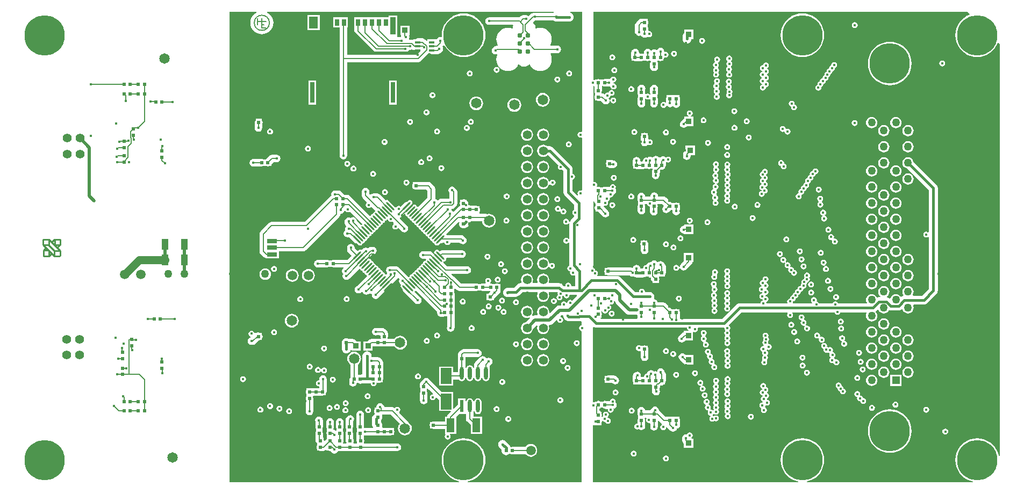
<source format=gtl>
G04*
G04 #@! TF.GenerationSoftware,Altium Limited,Altium Designer,19.0.15 (446)*
G04*
G04 Layer_Physical_Order=1*
G04 Layer_Color=255*
%FSLAX25Y25*%
%MOIN*%
G70*
G01*
G75*
%ADD10C,0.01000*%
%ADD13C,0.00800*%
%ADD15C,0.02000*%
%ADD16R,0.03543X0.03740*%
%ADD17R,0.03543X0.03740*%
%ADD18R,0.02400X0.07800*%
%ADD19O,0.02400X0.07800*%
G04:AMPARAMS|DCode=20|XSize=11.81mil|YSize=70.87mil|CornerRadius=0mil|HoleSize=0mil|Usage=FLASHONLY|Rotation=135.000|XOffset=0mil|YOffset=0mil|HoleType=Round|Shape=Round|*
%AMOVALD20*
21,1,0.05906,0.01181,0.00000,0.00000,225.0*
1,1,0.01181,0.02088,0.02088*
1,1,0.01181,-0.02088,-0.02088*
%
%ADD20OVALD20*%

G04:AMPARAMS|DCode=21|XSize=11.81mil|YSize=70.87mil|CornerRadius=0mil|HoleSize=0mil|Usage=FLASHONLY|Rotation=45.000|XOffset=0mil|YOffset=0mil|HoleType=Round|Shape=Round|*
%AMOVALD21*
21,1,0.05906,0.01181,0.00000,0.00000,135.0*
1,1,0.01181,0.02088,-0.02088*
1,1,0.01181,-0.02088,0.02088*
%
%ADD21OVALD21*%

%ADD22R,0.06299X0.02756*%
%ADD23R,0.05000X0.08700*%
%ADD24R,0.02756X0.04331*%
%ADD25R,0.05591X0.07205*%
%ADD26R,0.03386X0.11024*%
%ADD27R,0.02756X0.13110*%
%ADD28R,0.03740X0.03740*%
%ADD29R,0.02362X0.01968*%
%ADD30R,0.01968X0.02362*%
%ADD31R,0.03740X0.03740*%
%ADD32R,0.03543X0.01575*%
%ADD33R,0.06693X0.09843*%
%ADD34R,0.03937X0.07087*%
%ADD64C,0.03100*%
%ADD65C,0.00600*%
%ADD66C,0.05000*%
%ADD67C,0.01500*%
%ADD68C,0.05512*%
%ADD69C,0.06500*%
%ADD70C,0.05000*%
%ADD71C,0.05500*%
%ADD72C,0.05906*%
%ADD73R,0.05000X0.05000*%
%ADD74C,0.25000*%
%ADD75C,0.01600*%
G36*
X351470Y388772D02*
X350970Y388442D01*
X350500Y388535D01*
X349798Y388396D01*
X349202Y387998D01*
X348804Y387402D01*
X348665Y386700D01*
X348804Y385998D01*
X349202Y385402D01*
X349798Y385004D01*
X350500Y384865D01*
X350970Y384958D01*
X351470Y384628D01*
Y352472D01*
X350970Y352142D01*
X350500Y352235D01*
X349798Y352096D01*
X349202Y351698D01*
X348804Y351102D01*
X348665Y350400D01*
X348804Y349698D01*
X348950Y349480D01*
X348562Y349161D01*
X345674Y352049D01*
Y358819D01*
X346102Y358904D01*
X346698Y359302D01*
X347096Y359898D01*
X347235Y360600D01*
X347096Y361302D01*
X346698Y361898D01*
X346102Y362296D01*
X345674Y362381D01*
Y365400D01*
X345579Y366118D01*
X345302Y366787D01*
X344861Y367361D01*
X333466Y378757D01*
X332892Y379197D01*
X332223Y379474D01*
X331505Y379569D01*
X330006D01*
X329352Y380071D01*
X328440Y380449D01*
X327461Y380578D01*
X326482Y380449D01*
X325570Y380071D01*
X324786Y379470D01*
X324185Y378686D01*
X323807Y377774D01*
X323678Y376795D01*
X323807Y375816D01*
X324185Y374904D01*
X324786Y374121D01*
X325570Y373520D01*
X326482Y373142D01*
X327461Y373013D01*
X328440Y373142D01*
X329352Y373520D01*
X330006Y374022D01*
X330356D01*
X336813Y367565D01*
X336704Y367402D01*
X336565Y366700D01*
X336704Y365998D01*
X337102Y365402D01*
X337698Y365004D01*
X338400Y364865D01*
X339102Y365004D01*
X339264Y365113D01*
X340126Y364251D01*
Y350900D01*
X340221Y350182D01*
X340498Y349513D01*
X340939Y348939D01*
X346776Y343101D01*
Y340111D01*
X346698Y340096D01*
X346102Y339698D01*
X345704Y339102D01*
X345565Y338400D01*
X345704Y337698D01*
X346102Y337102D01*
X346698Y336704D01*
X346776Y336689D01*
Y335899D01*
X344589Y333711D01*
X344148Y333137D01*
X344020Y332827D01*
X343500Y332879D01*
X343396Y333402D01*
X342998Y333998D01*
X342402Y334396D01*
X341700Y334535D01*
X340998Y334396D01*
X340402Y333998D01*
X340004Y333402D01*
X339865Y332700D01*
X340004Y331998D01*
X340402Y331402D01*
X340998Y331004D01*
X341700Y330865D01*
X342402Y331004D01*
X342998Y331402D01*
X343282Y331828D01*
X343599Y331778D01*
X343776Y331667D01*
Y322182D01*
X343276Y322030D01*
X343098Y322298D01*
X342502Y322696D01*
X341800Y322835D01*
X341098Y322696D01*
X340502Y322298D01*
X340104Y321702D01*
X339965Y321000D01*
X340104Y320298D01*
X340502Y319702D01*
X341098Y319304D01*
X341800Y319165D01*
X342502Y319304D01*
X343098Y319702D01*
X343276Y319970D01*
X343776Y319818D01*
Y305550D01*
X343789Y305453D01*
X343498Y305396D01*
X342902Y304998D01*
X342504Y304402D01*
X342365Y303700D01*
X342504Y302998D01*
X342902Y302402D01*
X343498Y302004D01*
X343763Y301952D01*
X344191Y301807D01*
X344126Y301408D01*
X344065Y301100D01*
X344204Y300398D01*
X344602Y299802D01*
X345198Y299404D01*
X345900Y299265D01*
X346602Y299404D01*
X346826Y299554D01*
X347326Y299287D01*
Y292824D01*
X345062D01*
X344835Y293100D01*
X344696Y293802D01*
X344298Y294398D01*
X343702Y294796D01*
X343000Y294935D01*
X342298Y294796D01*
X341702Y294398D01*
X341304Y293802D01*
X341165Y293100D01*
X340938Y292824D01*
X340339D01*
X339402Y293761D01*
X338827Y294202D01*
X338158Y294479D01*
X337440Y294574D01*
X331059D01*
X330806Y295074D01*
X331114Y295816D01*
X331243Y296795D01*
X331114Y297774D01*
X330736Y298687D01*
X330135Y299470D01*
X329352Y300071D01*
X328440Y300449D01*
X327461Y300578D01*
X326482Y300449D01*
X325570Y300071D01*
X324786Y299470D01*
X324185Y298687D01*
X323807Y297774D01*
X323678Y296795D01*
X323807Y295816D01*
X324115Y295074D01*
X323862Y294574D01*
X321059D01*
X320807Y295074D01*
X321114Y295816D01*
X321243Y296795D01*
X321114Y297774D01*
X320736Y298687D01*
X320135Y299470D01*
X319352Y300071D01*
X318440Y300449D01*
X317461Y300578D01*
X316482Y300449D01*
X315569Y300071D01*
X314786Y299470D01*
X314185Y298687D01*
X313807Y297774D01*
X313678Y296795D01*
X313807Y295816D01*
X314115Y295074D01*
X313862Y294574D01*
X313400D01*
X312682Y294479D01*
X312013Y294202D01*
X311439Y293761D01*
X309401Y291724D01*
X305650D01*
X304932Y291629D01*
X304263Y291352D01*
X303689Y290911D01*
X303439Y290661D01*
X302998Y290087D01*
X302721Y289418D01*
X302626Y288700D01*
X302721Y287982D01*
X302998Y287313D01*
X303439Y286739D01*
X304013Y286298D01*
X304682Y286021D01*
X305400Y285926D01*
X306118Y286021D01*
X306493Y286176D01*
X310550D01*
X311268Y286271D01*
X311937Y286548D01*
X312511Y286989D01*
X314549Y289026D01*
X323871D01*
X324119Y288526D01*
X323807Y287774D01*
X323678Y286795D01*
X323807Y285816D01*
X324185Y284904D01*
X324786Y284121D01*
X325570Y283520D01*
X326482Y283142D01*
X327461Y283013D01*
X328440Y283142D01*
X329352Y283520D01*
X330135Y284121D01*
X330736Y284904D01*
X331114Y285816D01*
X331243Y286795D01*
X331114Y287774D01*
X330803Y288526D01*
X331050Y289026D01*
X336203D01*
X336516Y288619D01*
X336504Y288602D01*
X336365Y287900D01*
X336504Y287198D01*
X336534Y287153D01*
X336302Y286998D01*
X335904Y286402D01*
X335765Y285700D01*
X335904Y284998D01*
X336302Y284402D01*
X336898Y284004D01*
X337600Y283865D01*
X338302Y284004D01*
X338898Y284402D01*
X339296Y284998D01*
X339435Y285700D01*
X339296Y286402D01*
X339287Y286415D01*
X339452Y286572D01*
X339498Y286602D01*
X339522Y286638D01*
X339641Y286752D01*
X340134Y286654D01*
X340204Y286298D01*
X340602Y285702D01*
X341198Y285304D01*
X341900Y285165D01*
X342602Y285304D01*
X343198Y285702D01*
X343596Y286298D01*
X343735Y287000D01*
X343962Y287276D01*
X348144D01*
X348335Y286814D01*
X345330Y283810D01*
X344902Y284096D01*
X344200Y284235D01*
X343498Y284096D01*
X342902Y283698D01*
X342504Y283102D01*
X342395Y282554D01*
X341893Y282406D01*
X341698Y282698D01*
X341102Y283096D01*
X340400Y283235D01*
X339698Y283096D01*
X339102Y282698D01*
X338704Y282102D01*
X338565Y281400D01*
X338622Y281112D01*
X338305Y280726D01*
X337500D01*
X336717Y280623D01*
X335987Y280321D01*
X335360Y279840D01*
X331661Y276140D01*
X331188Y276374D01*
X331243Y276795D01*
X331114Y277774D01*
X330736Y278686D01*
X330135Y279470D01*
X329352Y280071D01*
X328440Y280449D01*
X327461Y280578D01*
X326482Y280449D01*
X325570Y280071D01*
X324786Y279470D01*
X324185Y278686D01*
X323807Y277774D01*
X323678Y276795D01*
X323807Y275816D01*
X324093Y275126D01*
X323810Y274626D01*
X322265D01*
X321482Y274523D01*
X320884Y274275D01*
X320569Y274686D01*
X320736Y274904D01*
X321114Y275816D01*
X321243Y276795D01*
X321114Y277774D01*
X320736Y278686D01*
X320135Y279470D01*
X319352Y280071D01*
X318440Y280449D01*
X317461Y280578D01*
X316482Y280449D01*
X315569Y280071D01*
X314786Y279470D01*
X314185Y278686D01*
X313807Y277774D01*
X313678Y276795D01*
X313807Y275816D01*
X314185Y274904D01*
X314786Y274121D01*
X315569Y273520D01*
X316482Y273142D01*
X317461Y273013D01*
X318440Y273142D01*
X319090Y273411D01*
X319374Y272988D01*
X316888Y270502D01*
X316482Y270449D01*
X315569Y270071D01*
X314786Y269470D01*
X314185Y268687D01*
X313807Y267774D01*
X313678Y266795D01*
X313807Y265816D01*
X314185Y264904D01*
X314786Y264121D01*
X315569Y263520D01*
X316482Y263142D01*
X317461Y263013D01*
X318440Y263142D01*
X319352Y263520D01*
X320135Y264121D01*
X320736Y264904D01*
X321114Y265816D01*
X321168Y266223D01*
X323268Y268323D01*
X323485Y268304D01*
X323807Y267775D01*
X323807Y267774D01*
X323678Y266795D01*
X323807Y265816D01*
X324185Y264904D01*
X324786Y264121D01*
X325570Y263520D01*
X326482Y263142D01*
X327461Y263013D01*
X328440Y263142D01*
X329352Y263520D01*
X330135Y264121D01*
X330736Y264904D01*
X331114Y265816D01*
X331243Y266795D01*
X331114Y267774D01*
X330955Y268158D01*
X331233Y268574D01*
X331400D01*
X332183Y268677D01*
X332913Y268980D01*
X333540Y269460D01*
X335692Y271613D01*
X336235Y271448D01*
X336304Y271098D01*
X336702Y270502D01*
X337298Y270104D01*
X338000Y269965D01*
X338702Y270104D01*
X339298Y270502D01*
X339696Y271098D01*
X339835Y271800D01*
X339696Y272502D01*
X339298Y273098D01*
X338702Y273496D01*
X338352Y273565D01*
X338187Y274108D01*
X338753Y274674D01*
X339586D01*
X339826Y274400D01*
X339921Y273682D01*
X340198Y273013D01*
X340639Y272439D01*
X341389Y271689D01*
X341963Y271248D01*
X342632Y270971D01*
X343350Y270876D01*
X349691D01*
X350408Y270971D01*
X350670Y271079D01*
X351170Y270788D01*
Y268370D01*
X350798Y268296D01*
X350202Y267898D01*
X349804Y267302D01*
X349665Y266600D01*
X349804Y265898D01*
X350202Y265302D01*
X350798Y264904D01*
X351170Y264830D01*
Y171000D01*
X280797D01*
X280738Y171500D01*
X282275Y171869D01*
X284238Y172682D01*
X286050Y173793D01*
X287666Y175173D01*
X289046Y176788D01*
X290156Y178600D01*
X290969Y180563D01*
X291466Y182630D01*
X291632Y184748D01*
X291466Y186866D01*
X290969Y188933D01*
X290156Y190896D01*
X289046Y192708D01*
X287666Y194324D01*
X286050Y195703D01*
X284238Y196814D01*
X282275Y197627D01*
X280209Y198123D01*
X278091Y198290D01*
X275972Y198123D01*
X273906Y197627D01*
X271943Y196814D01*
X270131Y195703D01*
X268515Y194324D01*
X267135Y192708D01*
X266025Y190896D01*
X265212Y188933D01*
X264716Y186866D01*
X264549Y184748D01*
X264716Y182630D01*
X265212Y180563D01*
X266025Y178600D01*
X267135Y176788D01*
X268515Y175173D01*
X270131Y173793D01*
X271943Y172682D01*
X273906Y171869D01*
X275443Y171500D01*
X275384Y171000D01*
X132900D01*
Y463000D01*
X149597D01*
X149723Y462500D01*
X149036Y462133D01*
X147954Y461245D01*
X147067Y460164D01*
X146408Y458931D01*
X146002Y457592D01*
X145865Y456200D01*
X146002Y454808D01*
X146408Y453469D01*
X147067Y452236D01*
X147954Y451155D01*
X149036Y450267D01*
X150269Y449608D01*
X151608Y449202D01*
X153000Y449065D01*
X154392Y449202D01*
X155731Y449608D01*
X156964Y450267D01*
X158045Y451155D01*
X158933Y452236D01*
X159592Y453469D01*
X159998Y454808D01*
X160135Y456200D01*
X159998Y457592D01*
X159592Y458931D01*
X158933Y460164D01*
X158045Y461245D01*
X156964Y462133D01*
X156277Y462500D01*
X156403Y463000D01*
X333856D01*
X334058Y462500D01*
X333897Y462345D01*
X321294D01*
X320397Y462167D01*
X319636Y461658D01*
X319636Y461658D01*
X318445Y460467D01*
X317997Y460767D01*
X317100Y460945D01*
X315037D01*
X314140Y460767D01*
X313379Y460258D01*
X312766Y459645D01*
X293900D01*
X293003Y459467D01*
X292242Y458958D01*
X291733Y458197D01*
X291555Y457300D01*
X291733Y456403D01*
X292242Y455642D01*
X293003Y455133D01*
X293900Y454955D01*
X308560D01*
X308837Y454539D01*
X308726Y454270D01*
X308625Y453500D01*
X308687Y453024D01*
X308543Y452860D01*
X308229Y452674D01*
X307002Y453047D01*
X305600Y453185D01*
X304198Y453047D01*
X302851Y452638D01*
X301608Y451974D01*
X300520Y451080D01*
X299626Y449992D01*
X298962Y448749D01*
X298553Y447402D01*
X298415Y446000D01*
X298553Y444598D01*
X298962Y443251D01*
X299375Y442479D01*
X299075Y441979D01*
X298534D01*
X297637Y441800D01*
X296876Y441292D01*
X296242Y440658D01*
X295733Y439897D01*
X295555Y439000D01*
X295733Y438103D01*
X296242Y437342D01*
X297003Y436833D01*
X297900Y436655D01*
X298695Y436813D01*
X298947Y436582D01*
X299048Y436412D01*
X298961Y436250D01*
X298552Y434902D01*
X298414Y433500D01*
X298552Y432098D01*
X298961Y430750D01*
X299625Y429508D01*
X300519Y428419D01*
X301608Y427525D01*
X302850Y426861D01*
X304198Y426452D01*
X305600Y426314D01*
X307002Y426452D01*
X308350Y426861D01*
X309592Y427525D01*
X310681Y428419D01*
X311575Y429508D01*
X311953Y430217D01*
X312533Y430241D01*
X313355Y429611D01*
X314438Y429162D01*
X315600Y429009D01*
X316762Y429162D01*
X317845Y429611D01*
X318667Y430242D01*
X319247Y430218D01*
X319626Y429508D01*
X320520Y428420D01*
X321608Y427526D01*
X322851Y426862D01*
X324198Y426453D01*
X325600Y426315D01*
X327002Y426453D01*
X328349Y426862D01*
X329592Y427526D01*
X330680Y428420D01*
X331574Y429508D01*
X332238Y430751D01*
X332646Y432098D01*
X332785Y433500D01*
X332646Y434902D01*
X332238Y436249D01*
X331884Y436911D01*
X332141Y437340D01*
X336185D01*
X337082Y437518D01*
X337843Y438027D01*
X337858Y438042D01*
X338367Y438803D01*
X338545Y439700D01*
X338367Y440597D01*
X337858Y441358D01*
X337097Y441867D01*
X336200Y442045D01*
X336124Y442030D01*
X332071D01*
X331815Y442459D01*
X332238Y443251D01*
X332646Y444598D01*
X332785Y446000D01*
X332646Y447402D01*
X332238Y448749D01*
X331574Y449992D01*
X330680Y451080D01*
X329592Y451974D01*
X328349Y452638D01*
X327002Y453047D01*
X325600Y453185D01*
X324198Y453047D01*
X322971Y452674D01*
X322657Y452860D01*
X322513Y453024D01*
X322575Y453500D01*
X322474Y454270D01*
X322177Y454988D01*
X321704Y455604D01*
X321261Y455944D01*
X321149Y456539D01*
X322265Y457655D01*
X333978D01*
X334313Y457398D01*
X334982Y457121D01*
X335700Y457026D01*
X343600D01*
X344318Y457121D01*
X344987Y457398D01*
X345561Y457839D01*
X346002Y458413D01*
X346279Y459082D01*
X346374Y459800D01*
X346279Y460518D01*
X346002Y461187D01*
X345561Y461761D01*
X344987Y462202D01*
X344318Y462479D01*
X344160Y462500D01*
X344193Y463000D01*
X351470D01*
Y388772D01*
D02*
G37*
G36*
X591868Y461632D02*
X591770Y461142D01*
X590447Y460593D01*
X588635Y459483D01*
X587019Y458103D01*
X585639Y456487D01*
X584529Y454675D01*
X583715Y452712D01*
X583219Y450646D01*
X583053Y448528D01*
X583219Y446409D01*
X583715Y444343D01*
X584529Y442380D01*
X585639Y440568D01*
X587019Y438952D01*
X588635Y437572D01*
X590447Y436462D01*
X592410Y435649D01*
X594476Y435152D01*
X596594Y434986D01*
X598713Y435152D01*
X600779Y435649D01*
X602742Y436462D01*
X604554Y437572D01*
X606170Y438952D01*
X607550Y440568D01*
X608660Y442380D01*
X609209Y443704D01*
X609699Y443801D01*
X610500Y443000D01*
Y187458D01*
X610365Y187359D01*
X609802Y187564D01*
X609473Y188933D01*
X608660Y190896D01*
X607550Y192708D01*
X606170Y194324D01*
X604554Y195703D01*
X602742Y196814D01*
X600779Y197627D01*
X598713Y198123D01*
X596594Y198290D01*
X594476Y198123D01*
X592410Y197627D01*
X590447Y196814D01*
X588635Y195703D01*
X587019Y194324D01*
X585639Y192708D01*
X584529Y190896D01*
X583715Y188933D01*
X583219Y186866D01*
X583053Y184748D01*
X583219Y182630D01*
X583715Y180563D01*
X584529Y178600D01*
X585639Y176788D01*
X587019Y175173D01*
X588635Y173793D01*
X590447Y172682D01*
X592410Y171869D01*
X593947Y171500D01*
X593888Y171000D01*
X490935D01*
X490876Y171500D01*
X492413Y171869D01*
X494376Y172682D01*
X496188Y173793D01*
X497804Y175173D01*
X499184Y176788D01*
X500294Y178600D01*
X501107Y180563D01*
X501603Y182630D01*
X501770Y184748D01*
X501603Y186866D01*
X501107Y188933D01*
X500294Y190896D01*
X499184Y192708D01*
X497804Y194324D01*
X496188Y195703D01*
X494376Y196814D01*
X492413Y197627D01*
X490347Y198123D01*
X488228Y198290D01*
X486110Y198123D01*
X484044Y197627D01*
X482081Y196814D01*
X480269Y195703D01*
X478653Y194324D01*
X477273Y192708D01*
X476163Y190896D01*
X475349Y188933D01*
X474853Y186866D01*
X474687Y184748D01*
X474853Y182630D01*
X475349Y180563D01*
X476163Y178600D01*
X477273Y176788D01*
X478653Y175173D01*
X480269Y173793D01*
X482081Y172682D01*
X484044Y171869D01*
X485581Y171500D01*
X485522Y171000D01*
X358230D01*
Y206352D01*
X358671Y206588D01*
X358903Y206433D01*
X359800Y206255D01*
X360117Y206318D01*
X361600D01*
X362424Y206482D01*
X363584D01*
Y207493D01*
X363767Y207766D01*
X363945Y208663D01*
X363904Y208869D01*
X364375Y209064D01*
X364406Y209017D01*
X365002Y208620D01*
X365704Y208480D01*
X365881Y208515D01*
X365904Y208398D01*
X366302Y207802D01*
X366898Y207404D01*
X367600Y207265D01*
X368302Y207404D01*
X368898Y207802D01*
X369296Y208398D01*
X369435Y209100D01*
X369296Y209802D01*
X368898Y210398D01*
X368302Y210796D01*
X367600Y210935D01*
X367423Y210900D01*
X367400Y211017D01*
X367191Y211330D01*
X367598Y211602D01*
X367996Y212198D01*
X368135Y212900D01*
X367996Y213602D01*
X367598Y214198D01*
X367002Y214596D01*
X366300Y214735D01*
X365598Y214596D01*
X365002Y214198D01*
X364604Y213602D01*
X364465Y212900D01*
X364604Y212198D01*
X364813Y211885D01*
X364406Y211613D01*
X364370Y211559D01*
X363805Y211613D01*
X363767Y211703D01*
X363945Y212600D01*
X363767Y213497D01*
X363584Y213770D01*
Y214781D01*
X362945D01*
Y217073D01*
X363084Y217213D01*
X364519D01*
X364633Y217136D01*
X364728Y217042D01*
X365488Y216533D01*
X366386Y216355D01*
X367177Y216512D01*
X367538Y216267D01*
X367620Y216180D01*
X367565Y215900D01*
X367704Y215198D01*
X368102Y214602D01*
X368698Y214204D01*
X369400Y214065D01*
X370102Y214204D01*
X370698Y214602D01*
X371096Y215198D01*
X371235Y215900D01*
X371096Y216602D01*
X371110Y216636D01*
X371597Y216733D01*
X372358Y217242D01*
X372867Y218003D01*
X373045Y218900D01*
X372867Y219797D01*
X372358Y220558D01*
X372331Y220576D01*
X372435Y221100D01*
X372296Y221802D01*
X371898Y222398D01*
X371302Y222796D01*
X370600Y222935D01*
X369898Y222796D01*
X369302Y222398D01*
X368904Y221802D01*
X368794Y221245D01*
X367013D01*
X366686Y221463D01*
X365789Y221642D01*
X364892Y221463D01*
X364469Y221181D01*
X362922D01*
X362649Y221363D01*
X361752Y221542D01*
X360855Y221363D01*
X360582Y221181D01*
X359571D01*
Y220913D01*
X359524Y220841D01*
X359071Y220542D01*
X358600Y220635D01*
X358230Y220939D01*
Y267115D01*
X358679Y267336D01*
X358794Y267248D01*
X359463Y266971D01*
X360180Y266876D01*
X416589D01*
X416704Y266298D01*
X417102Y265702D01*
X417599Y265370D01*
X417514Y264870D01*
X414630D01*
Y264212D01*
X414403Y264167D01*
X413642Y263658D01*
X413642Y263658D01*
X411742Y261758D01*
X411233Y260997D01*
X411055Y260100D01*
X411233Y259203D01*
X411742Y258442D01*
X412503Y257933D01*
X413400Y257755D01*
X414297Y257933D01*
X415058Y258442D01*
X415746Y259130D01*
X420370D01*
Y264076D01*
X420452Y264120D01*
X420870Y264290D01*
X421500Y264165D01*
X422202Y264304D01*
X422798Y264702D01*
X423196Y265298D01*
X423335Y266000D01*
X423260Y266376D01*
X423635Y266876D01*
X439410D01*
X439865Y266600D01*
X440004Y265898D01*
X440234Y265554D01*
X440295Y265060D01*
X440196Y264839D01*
X439904Y264402D01*
X439765Y263700D01*
X439904Y262998D01*
X440302Y262402D01*
X440430Y262317D01*
Y261817D01*
X440402Y261798D01*
X440004Y261202D01*
X439865Y260500D01*
X440004Y259798D01*
X440402Y259202D01*
X440481Y259150D01*
Y258650D01*
X440402Y258598D01*
X440004Y258002D01*
X439865Y257300D01*
X440004Y256598D01*
X440402Y256002D01*
X440998Y255604D01*
X441700Y255465D01*
X442402Y255604D01*
X442998Y256002D01*
X443396Y256598D01*
X443535Y257300D01*
X443396Y258002D01*
X442998Y258598D01*
X442919Y258650D01*
Y259150D01*
X442998Y259202D01*
X443396Y259798D01*
X443535Y260500D01*
X443396Y261202D01*
X442998Y261798D01*
X442870Y261883D01*
Y262383D01*
X442898Y262402D01*
X443296Y262998D01*
X443435Y263700D01*
X443296Y264402D01*
X443066Y264746D01*
X443005Y265240D01*
X443104Y265461D01*
X443396Y265898D01*
X443535Y266600D01*
X443396Y267302D01*
X442998Y267898D01*
X442776Y268046D01*
X442712Y268690D01*
X450499Y276476D01*
X478937D01*
X479121Y275976D01*
X478804Y275502D01*
X478665Y274800D01*
X478804Y274098D01*
X479202Y273502D01*
X479798Y273104D01*
X480500Y272965D01*
X481202Y273104D01*
X481798Y273502D01*
X482196Y274098D01*
X482335Y274800D01*
X482196Y275502D01*
X481879Y275976D01*
X482063Y276476D01*
X508229D01*
X508304Y276098D01*
X508702Y275502D01*
X509298Y275104D01*
X510000Y274965D01*
X510702Y275104D01*
X511298Y275502D01*
X511696Y276098D01*
X511771Y276476D01*
X527926D01*
X528117Y275976D01*
X527791Y275189D01*
X527671Y274276D01*
X527791Y273362D01*
X528144Y272511D01*
X528705Y271779D01*
X529436Y271218D01*
X530287Y270866D01*
X531201Y270745D01*
X532115Y270866D01*
X532966Y271218D01*
X533697Y271779D01*
X534258Y272511D01*
X534611Y273362D01*
X534731Y274276D01*
X534611Y275189D01*
X534258Y276041D01*
X533697Y276772D01*
Y277141D01*
X533826Y277303D01*
X534829Y278306D01*
X535379Y278149D01*
X535643Y277510D01*
X536205Y276779D01*
X536936Y276218D01*
X537787Y275866D01*
X538701Y275745D01*
X539614Y275866D01*
X540466Y276218D01*
X541197Y276779D01*
X541758Y277510D01*
X541918Y277895D01*
X542278Y277746D01*
X542996Y277652D01*
X547795D01*
X548513Y277746D01*
X549182Y278024D01*
X549757Y278464D01*
X549817Y278525D01*
X549955Y278478D01*
X550312Y278312D01*
X550643Y277510D01*
X551205Y276779D01*
X551936Y276218D01*
X552787Y275866D01*
X553701Y275745D01*
X554614Y275866D01*
X555466Y276218D01*
X556197Y276779D01*
X556758Y277510D01*
X557111Y278362D01*
X557231Y279276D01*
X557111Y280189D01*
X556888Y280726D01*
X557222Y281226D01*
X563500D01*
X564218Y281321D01*
X564887Y281598D01*
X565461Y282039D01*
X571361Y287939D01*
X571802Y288513D01*
X572079Y289182D01*
X572174Y289900D01*
Y353576D01*
X572079Y354294D01*
X571802Y354963D01*
X571361Y355538D01*
X557171Y369727D01*
X557111Y370189D01*
X556758Y371041D01*
X556197Y371772D01*
X555466Y372333D01*
X554614Y372686D01*
X553701Y372806D01*
X552787Y372686D01*
X551936Y372333D01*
X551205Y371772D01*
X550643Y371041D01*
X550291Y370189D01*
X550171Y369276D01*
X550291Y368362D01*
X550643Y367511D01*
X551205Y366779D01*
X551936Y366218D01*
X552787Y365866D01*
X553249Y365805D01*
X566626Y352428D01*
Y326338D01*
X566126Y326112D01*
X565702Y326396D01*
X565000Y326535D01*
X564298Y326396D01*
X563702Y325998D01*
X563304Y325402D01*
X563165Y324700D01*
X563304Y323998D01*
X563702Y323402D01*
X564298Y323004D01*
X565000Y322865D01*
X565702Y323004D01*
X566126Y323288D01*
X566626Y323062D01*
Y291049D01*
X562351Y286774D01*
X556823D01*
X556576Y287274D01*
X556758Y287510D01*
X557111Y288362D01*
X557231Y289276D01*
X557111Y290189D01*
X556758Y291041D01*
X556197Y291772D01*
X555466Y292333D01*
X554614Y292686D01*
X553701Y292806D01*
X552787Y292686D01*
X551936Y292333D01*
X551205Y291772D01*
X550643Y291041D01*
X550291Y290189D01*
X550171Y289276D01*
X550291Y288362D01*
X550643Y287510D01*
X550872Y287212D01*
X550652Y286679D01*
X549983Y286402D01*
X549730Y286208D01*
X549673Y286188D01*
X549072Y286290D01*
X549051Y286311D01*
X548697Y286772D01*
X547966Y287333D01*
X547115Y287685D01*
X546201Y287806D01*
X545287Y287685D01*
X544436Y287333D01*
X543705Y286772D01*
X543144Y286041D01*
X542812Y285239D01*
X542455Y285073D01*
X542317Y285027D01*
X542257Y285087D01*
X541682Y285528D01*
X541013Y285805D01*
X540787Y285835D01*
X540647Y286357D01*
X541197Y286779D01*
X541758Y287510D01*
X542111Y288362D01*
X542231Y289276D01*
X542111Y290189D01*
X541758Y291041D01*
X541197Y291772D01*
X540466Y292333D01*
X539614Y292686D01*
X538701Y292806D01*
X537787Y292686D01*
X536936Y292333D01*
X536205Y291772D01*
X535643Y291041D01*
X535291Y290189D01*
X535171Y289276D01*
X535291Y288362D01*
X535643Y287510D01*
X536205Y286779D01*
X536700Y286399D01*
X536530Y285899D01*
X535726D01*
X535008Y285805D01*
X534451Y285574D01*
X534258Y286041D01*
X533697Y286772D01*
X532966Y287333D01*
X532115Y287685D01*
X531201Y287806D01*
X530287Y287685D01*
X529436Y287333D01*
X528705Y286772D01*
X528144Y286041D01*
X527791Y285189D01*
X527671Y284276D01*
X527791Y283362D01*
X528144Y282510D01*
X528173Y282472D01*
X527952Y282024D01*
X510211D01*
X510196Y282102D01*
X509798Y282698D01*
X509202Y283096D01*
X508500Y283235D01*
X507798Y283096D01*
X507202Y282698D01*
X506804Y282102D01*
X506789Y282024D01*
X498511D01*
X498496Y282102D01*
X498098Y282698D01*
X497502Y283096D01*
X497367Y283122D01*
X497055Y283694D01*
X497135Y284100D01*
X496996Y284802D01*
X496598Y285398D01*
X496002Y285796D01*
X495300Y285935D01*
X494598Y285796D01*
X494002Y285398D01*
X493604Y284802D01*
X493465Y284100D01*
X493604Y283398D01*
X494002Y282802D01*
X494419Y282524D01*
X494268Y282024D01*
X482453D01*
X482197Y282436D01*
X482201Y282524D01*
X482335Y283200D01*
X482302Y283365D01*
X483002Y283504D01*
X483598Y283902D01*
X483996Y284498D01*
X484135Y285200D01*
X484114Y285307D01*
X484602Y285404D01*
X485198Y285802D01*
X485596Y286398D01*
X485735Y287100D01*
X485691Y287323D01*
X486102Y287404D01*
X486698Y287802D01*
X487096Y288398D01*
X487235Y289100D01*
X487214Y289207D01*
X487702Y289304D01*
X488298Y289702D01*
X488696Y290298D01*
X488772Y290681D01*
X488900Y291165D01*
X489602Y291304D01*
X490198Y291702D01*
X490596Y292298D01*
X490735Y293000D01*
X490596Y293702D01*
X490504Y293840D01*
X490598Y293902D01*
X490996Y294498D01*
X491133Y295191D01*
X491702Y295304D01*
X492298Y295702D01*
X492696Y296298D01*
X492835Y297000D01*
X492696Y297702D01*
X492413Y298125D01*
X492796Y298698D01*
X492935Y299400D01*
X492796Y300102D01*
X492398Y300698D01*
X491802Y301096D01*
X491100Y301235D01*
X490398Y301096D01*
X489802Y300698D01*
X489404Y300102D01*
X489265Y299400D01*
X489404Y298698D01*
X489687Y298275D01*
X489304Y297702D01*
X489166Y297009D01*
X488598Y296896D01*
X488002Y296498D01*
X487604Y295902D01*
X487465Y295200D01*
X487604Y294498D01*
X487696Y294360D01*
X487602Y294298D01*
X487204Y293702D01*
X487128Y293320D01*
X487000Y292835D01*
X486298Y292696D01*
X485702Y292298D01*
X485304Y291702D01*
X485165Y291000D01*
X485186Y290893D01*
X484698Y290796D01*
X484102Y290398D01*
X483704Y289802D01*
X483565Y289100D01*
X483609Y288877D01*
X483198Y288796D01*
X482602Y288398D01*
X482204Y287802D01*
X482065Y287100D01*
X482086Y286993D01*
X481598Y286896D01*
X481002Y286498D01*
X480604Y285902D01*
X480465Y285200D01*
X480498Y285035D01*
X479798Y284896D01*
X479202Y284498D01*
X478804Y283902D01*
X478665Y283200D01*
X478799Y282524D01*
X478803Y282436D01*
X478546Y282024D01*
X465831D01*
X465696Y282702D01*
X466066Y283047D01*
X466598Y283402D01*
X466996Y283998D01*
X467135Y284700D01*
X466996Y285402D01*
X466598Y285998D01*
X466002Y286396D01*
X465523Y286491D01*
X465424Y286629D01*
X465358Y286876D01*
X465668Y287318D01*
X466102Y287404D01*
X466698Y287802D01*
X467096Y288398D01*
X467235Y289100D01*
X467096Y289802D01*
X466698Y290398D01*
X466102Y290796D01*
X466055Y290805D01*
X466012Y291215D01*
X466026Y291320D01*
X466598Y291702D01*
X466996Y292298D01*
X467135Y293000D01*
X466996Y293702D01*
X466598Y294298D01*
X466002Y294696D01*
X465866Y294723D01*
X465809Y295207D01*
X465855Y295255D01*
X466102Y295304D01*
X466698Y295702D01*
X467096Y296298D01*
X467235Y297000D01*
X467096Y297702D01*
X466698Y298298D01*
X466102Y298696D01*
X465400Y298835D01*
X464698Y298696D01*
X464102Y298298D01*
X463704Y297702D01*
X463565Y297000D01*
X463145Y296545D01*
X462898Y296496D01*
X462302Y296098D01*
X461904Y295502D01*
X461765Y294800D01*
X461904Y294098D01*
X462302Y293502D01*
X462874Y293120D01*
X462889Y293017D01*
X462847Y292605D01*
X462298Y292496D01*
X461702Y292098D01*
X461304Y291502D01*
X461165Y290800D01*
X461304Y290098D01*
X461702Y289502D01*
X462298Y289104D01*
X463000Y288965D01*
X463164Y288997D01*
X463298Y288825D01*
X463280Y288626D01*
X463092Y288274D01*
X462698Y288196D01*
X462102Y287798D01*
X461704Y287202D01*
X461565Y286500D01*
X461704Y285798D01*
X462102Y285202D01*
X462698Y284804D01*
X463329Y284679D01*
X463473Y284361D01*
X463518Y284178D01*
X463311Y283725D01*
X463234Y283653D01*
X462702Y283298D01*
X462304Y282702D01*
X462170Y282024D01*
X449350D01*
X448632Y281929D01*
X447963Y281652D01*
X447389Y281211D01*
X438601Y272424D01*
X412325D01*
Y276284D01*
X412147Y277181D01*
X411965Y277454D01*
Y278465D01*
X410805D01*
X409980Y278628D01*
X409156Y278465D01*
X407179D01*
X403764Y281879D01*
X403004Y282387D01*
X402106Y282565D01*
X398493D01*
X398367Y283197D01*
X397859Y283957D01*
X397858Y283958D01*
X397097Y284467D01*
X396440Y284597D01*
X396142Y285068D01*
X396133Y285129D01*
X396279Y285482D01*
X396374Y286200D01*
X396279Y286918D01*
X396002Y287587D01*
X395561Y288161D01*
X394987Y288602D01*
X394318Y288879D01*
X393600Y288974D01*
X390803D01*
X390535Y289300D01*
X390396Y290002D01*
X389998Y290598D01*
X389402Y290996D01*
X388700Y291135D01*
X387998Y290996D01*
X387402Y290598D01*
X387004Y290002D01*
X386865Y289300D01*
X386597Y288974D01*
X384590D01*
X375352Y298211D01*
X374777Y298652D01*
X374108Y298929D01*
X373391Y299024D01*
X361080D01*
X360886Y299524D01*
X361196Y299986D01*
X361335Y300689D01*
X361196Y301391D01*
X360798Y301987D01*
X360202Y302384D01*
X359635Y302497D01*
X359635Y302500D01*
X359496Y303202D01*
X359098Y303798D01*
X358502Y304196D01*
X358312Y304551D01*
X358410Y304786D01*
X358530Y305700D01*
Y345372D01*
X359030Y345422D01*
X359133Y344903D01*
X359642Y344142D01*
X359816Y343968D01*
Y342533D01*
X359633Y342260D01*
X359455Y341363D01*
X359633Y340466D01*
X359816Y340193D01*
Y339182D01*
X360976D01*
X361508Y339076D01*
X364240Y336343D01*
X364442Y336042D01*
X365203Y335533D01*
X366100Y335355D01*
X366997Y335533D01*
X367758Y336042D01*
X368267Y336803D01*
X368445Y337700D01*
Y337800D01*
X368267Y338697D01*
X367758Y339458D01*
X364984Y342232D01*
X365193Y342678D01*
X365224Y342699D01*
X365900Y342565D01*
X366602Y342704D01*
X367198Y343102D01*
X367596Y343698D01*
X367735Y344400D01*
X367678Y344690D01*
X367702Y345204D01*
X368298Y345602D01*
X368696Y346198D01*
X368835Y346900D01*
X368739Y347387D01*
X369082Y347799D01*
X369123Y347820D01*
X369400Y347765D01*
X370102Y347904D01*
X370698Y348302D01*
X371096Y348898D01*
X371235Y349600D01*
X371193Y349813D01*
X371297Y349833D01*
X372058Y350342D01*
X372567Y351103D01*
X372745Y352000D01*
X372567Y352897D01*
X372281Y353326D01*
X372396Y353498D01*
X372535Y354200D01*
X372396Y354902D01*
X371998Y355498D01*
X371402Y355896D01*
X370700Y356035D01*
X369998Y355896D01*
X369402Y355498D01*
X369004Y354902D01*
X368908Y354416D01*
X365689D01*
X364792Y354237D01*
X364519Y354055D01*
X362922D01*
X362649Y354237D01*
X361752Y354416D01*
X360971Y354261D01*
X360694Y354560D01*
X360641Y354666D01*
X360796Y354898D01*
X360935Y355600D01*
X360796Y356302D01*
X360398Y356898D01*
X359802Y357296D01*
X359100Y357435D01*
X358917Y357399D01*
X358530Y357716D01*
Y416804D01*
X358758Y416925D01*
X359255Y416623D01*
Y414000D01*
X359433Y413103D01*
X359616Y412830D01*
Y411233D01*
X359433Y410960D01*
X359255Y410063D01*
X359433Y409166D01*
X359616Y408893D01*
Y407882D01*
X360776D01*
X361600Y407718D01*
X363066D01*
X364542Y406242D01*
X365303Y405733D01*
X366200Y405555D01*
X366300D01*
X367197Y405733D01*
X367958Y406242D01*
X368467Y407003D01*
X368601Y407677D01*
X368610Y407724D01*
X369120D01*
X369127Y407688D01*
X369204Y407298D01*
X369602Y406702D01*
X370198Y406304D01*
X370900Y406165D01*
X371602Y406304D01*
X372198Y406702D01*
X372596Y407298D01*
X372735Y408000D01*
X372596Y408702D01*
X372198Y409298D01*
X371602Y409696D01*
X370900Y409835D01*
X370198Y409696D01*
X369602Y409298D01*
X369204Y408702D01*
X369109Y408223D01*
X369100Y408177D01*
X368590D01*
X368583Y408212D01*
X368467Y408797D01*
X368043Y409432D01*
X368598Y409802D01*
X368996Y410398D01*
X369135Y411097D01*
X369800Y410965D01*
X370502Y411104D01*
X371098Y411502D01*
X371496Y412098D01*
X371635Y412800D01*
X371496Y413502D01*
X371098Y414098D01*
X370502Y414496D01*
X369800Y414635D01*
X369098Y414496D01*
X368502Y414098D01*
X368104Y413502D01*
X367965Y412803D01*
X367300Y412935D01*
X366598Y412796D01*
X366002Y412398D01*
X365604Y411802D01*
X365585Y411795D01*
X364934Y412229D01*
X364037Y412408D01*
X363785D01*
X363637Y412908D01*
X363767Y413103D01*
X363945Y414000D01*
Y417016D01*
X364519D01*
X364792Y416833D01*
X365689Y416655D01*
X368200D01*
X368788Y416772D01*
X369321Y416447D01*
X369342Y416411D01*
X369404Y416098D01*
X369802Y415502D01*
X370398Y415104D01*
X371100Y414965D01*
X371802Y415104D01*
X372398Y415502D01*
X372796Y416098D01*
X372935Y416800D01*
X372796Y417502D01*
X372398Y418098D01*
X371802Y418496D01*
X371389Y418578D01*
X371021Y419058D01*
X371009Y419124D01*
X371020Y419169D01*
X371021Y419169D01*
X371702Y419304D01*
X372298Y419702D01*
X372696Y420298D01*
X372835Y421000D01*
X372696Y421702D01*
X372298Y422298D01*
X371702Y422696D01*
X371000Y422835D01*
X370298Y422696D01*
X369702Y422298D01*
X369304Y421702D01*
X369284Y421598D01*
X368704Y421245D01*
X368200Y421345D01*
X365689D01*
X364792Y421167D01*
X364519Y420984D01*
X362922D01*
X362649Y421167D01*
X361752Y421345D01*
X360855Y421167D01*
X360582Y420984D01*
X359571D01*
Y420846D01*
X359130Y420610D01*
X359002Y420696D01*
X358530Y420789D01*
Y463000D01*
X590500D01*
X591868Y461632D01*
D02*
G37*
G36*
X372191Y282676D02*
X372672Y282049D01*
X378760Y275960D01*
X379387Y275480D01*
X380117Y275177D01*
X380900Y275074D01*
X385700D01*
X385982Y274827D01*
Y273735D01*
X385955Y273600D01*
X386089Y272924D01*
X385764Y272424D01*
X363192D01*
X362925Y272924D01*
X362988Y273019D01*
X363484D01*
Y274030D01*
X363667Y274303D01*
X363845Y275200D01*
X363667Y276097D01*
X363484Y276370D01*
Y277453D01*
X363984Y277502D01*
X364104Y276898D01*
X364502Y276302D01*
X365098Y275904D01*
X365800Y275765D01*
X366502Y275904D01*
X367098Y276302D01*
X367496Y276898D01*
X367556Y277203D01*
X367800Y277665D01*
X368502Y277804D01*
X369098Y278202D01*
X369496Y278798D01*
X369635Y279500D01*
X369496Y280202D01*
X369098Y280798D01*
X368680Y281077D01*
X368898Y281504D01*
X369600Y281365D01*
X370302Y281504D01*
X370898Y281902D01*
X371296Y282498D01*
X371435Y283200D01*
X371919Y283333D01*
X372191Y282676D01*
D02*
G37*
%LPC*%
G36*
X188815Y461004D02*
X181224D01*
Y451799D01*
X188815D01*
Y461004D01*
D02*
G37*
G36*
X278091Y462069D02*
X275972Y461903D01*
X273906Y461407D01*
X271943Y460593D01*
X270131Y459483D01*
X268515Y458103D01*
X267135Y456487D01*
X266025Y454675D01*
X265212Y452712D01*
X264716Y450646D01*
X264549Y448528D01*
X264616Y447676D01*
X264142Y447317D01*
X263500Y447445D01*
X262603Y447267D01*
X261842Y446758D01*
X261542Y446310D01*
X261177Y445984D01*
X255634D01*
Y445240D01*
X255172Y445049D01*
X254365Y445855D01*
X253605Y446363D01*
X252707Y446542D01*
X249744D01*
X248847Y446363D01*
X248279Y445984D01*
X246972D01*
Y445984D01*
X246472Y445712D01*
X245804Y445845D01*
X244529D01*
X244304Y446142D01*
X244248Y446325D01*
X244367Y446503D01*
X244545Y447400D01*
X244384Y448209D01*
X244543Y448709D01*
X244543D01*
Y454449D01*
X238803D01*
Y448709D01*
X239328D01*
Y447927D01*
X239367Y447732D01*
X239050Y447345D01*
X237361D01*
X237004Y447690D01*
Y460713D01*
X231618D01*
Y459567D01*
X210358D01*
Y453236D01*
X210391D01*
Y451064D01*
X210570Y450166D01*
X211078Y449406D01*
X222142Y438342D01*
X222903Y437833D01*
X223800Y437655D01*
X241900D01*
X242797Y437833D01*
X243558Y438342D01*
X244067Y439103D01*
X244137Y439455D01*
X245100D01*
X245997Y439633D01*
X246262Y439810D01*
X246769Y439471D01*
X247666Y439293D01*
X251127D01*
X251319Y438831D01*
X248933Y436445D01*
X205945D01*
Y453236D01*
X206453D01*
Y459567D01*
X197366D01*
Y453236D01*
X201255D01*
Y434100D01*
Y373800D01*
X201433Y372903D01*
X201942Y372142D01*
X202703Y371633D01*
X203600Y371455D01*
X204497Y371633D01*
X205258Y372142D01*
X205767Y372903D01*
X205945Y373800D01*
Y431755D01*
X249904D01*
X250802Y431933D01*
X251562Y432442D01*
X256412Y437291D01*
X256941D01*
X257508Y436912D01*
X258405Y436734D01*
X262079D01*
X262976Y436912D01*
X263737Y437421D01*
X264457Y438140D01*
X264758Y438342D01*
X265267Y439103D01*
X265445Y440000D01*
X265267Y440897D01*
X264805Y441588D01*
X265158Y441942D01*
X265471Y442410D01*
X266025Y442380D01*
X267135Y440568D01*
X268515Y438952D01*
X270131Y437572D01*
X271943Y436462D01*
X273906Y435649D01*
X275972Y435152D01*
X278091Y434986D01*
X280209Y435152D01*
X282275Y435649D01*
X284238Y436462D01*
X286050Y437572D01*
X287666Y438952D01*
X289046Y440568D01*
X290156Y442380D01*
X290969Y444343D01*
X291466Y446409D01*
X291632Y448528D01*
X291466Y450646D01*
X290969Y452712D01*
X290156Y454675D01*
X289046Y456487D01*
X287666Y458103D01*
X286050Y459483D01*
X284238Y460593D01*
X282275Y461407D01*
X280209Y461903D01*
X278091Y462069D01*
D02*
G37*
G36*
X298500Y428835D02*
X297798Y428696D01*
X297202Y428298D01*
X296804Y427702D01*
X296665Y427000D01*
X296804Y426298D01*
X297202Y425702D01*
X297798Y425304D01*
X298500Y425165D01*
X299202Y425304D01*
X299798Y425702D01*
X300196Y426298D01*
X300335Y427000D01*
X300196Y427702D01*
X299798Y428298D01*
X299202Y428696D01*
X298500Y428835D01*
D02*
G37*
G36*
X343600Y426535D02*
X342898Y426396D01*
X342302Y425998D01*
X341904Y425402D01*
X341765Y424700D01*
X341904Y423998D01*
X342302Y423402D01*
X342898Y423004D01*
X343600Y422865D01*
X344302Y423004D01*
X344898Y423402D01*
X345296Y423998D01*
X345435Y424700D01*
X345296Y425402D01*
X344898Y425998D01*
X344302Y426396D01*
X343600Y426535D01*
D02*
G37*
G36*
X281900D02*
X281198Y426396D01*
X280602Y425998D01*
X280204Y425402D01*
X280065Y424700D01*
X280204Y423998D01*
X280602Y423402D01*
X281198Y423004D01*
X281900Y422865D01*
X282602Y423004D01*
X283198Y423402D01*
X283596Y423998D01*
X283735Y424700D01*
X283596Y425402D01*
X283198Y425998D01*
X282602Y426396D01*
X281900Y426535D01*
D02*
G37*
G36*
X336200Y422735D02*
X335498Y422596D01*
X334902Y422198D01*
X334504Y421602D01*
X334365Y420900D01*
X334504Y420198D01*
X334902Y419602D01*
X335498Y419204D01*
X336200Y419065D01*
X336902Y419204D01*
X337498Y419602D01*
X337896Y420198D01*
X338035Y420900D01*
X337896Y421602D01*
X337498Y422198D01*
X336902Y422596D01*
X336200Y422735D01*
D02*
G37*
G36*
X258800Y413135D02*
X258098Y412996D01*
X257502Y412598D01*
X257104Y412002D01*
X256965Y411300D01*
X257104Y410598D01*
X257502Y410002D01*
X258098Y409604D01*
X258800Y409465D01*
X259502Y409604D01*
X260098Y410002D01*
X260496Y410598D01*
X260635Y411300D01*
X260496Y412002D01*
X260098Y412598D01*
X259502Y412996D01*
X258800Y413135D01*
D02*
G37*
G36*
X236689Y420457D02*
X231933D01*
Y405346D01*
X236689D01*
Y420457D01*
D02*
G37*
G36*
X186637D02*
X181881D01*
Y405346D01*
X186637D01*
Y420457D01*
D02*
G37*
G36*
X327200Y412687D02*
X326091Y412541D01*
X325057Y412112D01*
X324169Y411431D01*
X323488Y410543D01*
X323059Y409510D01*
X322913Y408400D01*
X323059Y407291D01*
X323488Y406257D01*
X324169Y405369D01*
X325057Y404688D01*
X326091Y404259D01*
X327200Y404113D01*
X328309Y404259D01*
X329343Y404688D01*
X330231Y405369D01*
X330912Y406257D01*
X331341Y407291D01*
X331487Y408400D01*
X331341Y409510D01*
X330912Y410543D01*
X330231Y411431D01*
X329343Y412112D01*
X328309Y412541D01*
X327200Y412687D01*
D02*
G37*
G36*
X285965Y410491D02*
X284855Y410345D01*
X283821Y409917D01*
X282933Y409236D01*
X282252Y408348D01*
X281824Y407314D01*
X281678Y406205D01*
X281824Y405095D01*
X282252Y404061D01*
X282933Y403174D01*
X283821Y402492D01*
X284855Y402064D01*
X285965Y401918D01*
X287074Y402064D01*
X288108Y402492D01*
X288996Y403174D01*
X289677Y404061D01*
X290105Y405095D01*
X290251Y406205D01*
X290105Y407314D01*
X289677Y408348D01*
X288996Y409236D01*
X288108Y409917D01*
X287074Y410345D01*
X285965Y410491D01*
D02*
G37*
G36*
X309587Y409507D02*
X308477Y409361D01*
X307443Y408933D01*
X306556Y408252D01*
X305874Y407364D01*
X305446Y406330D01*
X305300Y405221D01*
X305446Y404111D01*
X305874Y403077D01*
X306556Y402189D01*
X307443Y401508D01*
X308477Y401080D01*
X309587Y400934D01*
X310696Y401080D01*
X311730Y401508D01*
X312618Y402189D01*
X313299Y403077D01*
X313727Y404111D01*
X313873Y405221D01*
X313727Y406330D01*
X313299Y407364D01*
X312618Y408252D01*
X311730Y408933D01*
X310696Y409361D01*
X309587Y409507D01*
D02*
G37*
G36*
X255100Y402435D02*
X254398Y402296D01*
X253802Y401898D01*
X253404Y401302D01*
X253265Y400600D01*
X253404Y399898D01*
X253802Y399302D01*
X254398Y398904D01*
X255100Y398765D01*
X255802Y398904D01*
X256398Y399302D01*
X256796Y399898D01*
X256935Y400600D01*
X256796Y401302D01*
X256398Y401898D01*
X255802Y402296D01*
X255100Y402435D01*
D02*
G37*
G36*
X282500Y396635D02*
X281798Y396496D01*
X281202Y396098D01*
X280804Y395502D01*
X280665Y394800D01*
X280804Y394098D01*
X281202Y393502D01*
X281798Y393104D01*
X282500Y392965D01*
X283202Y393104D01*
X283798Y393502D01*
X284196Y394098D01*
X284335Y394800D01*
X284196Y395502D01*
X283798Y396098D01*
X283202Y396496D01*
X282500Y396635D01*
D02*
G37*
G36*
X244900Y396435D02*
X244198Y396296D01*
X243602Y395898D01*
X243204Y395302D01*
X243065Y394600D01*
X243204Y393898D01*
X243602Y393302D01*
X244198Y392904D01*
X244900Y392765D01*
X245602Y392904D01*
X246198Y393302D01*
X246596Y393898D01*
X246735Y394600D01*
X246596Y395302D01*
X246198Y395898D01*
X245602Y396296D01*
X244900Y396435D01*
D02*
G37*
G36*
X280100Y392735D02*
X279398Y392596D01*
X278802Y392198D01*
X278404Y391602D01*
X278265Y390900D01*
X278404Y390198D01*
X278802Y389602D01*
X279398Y389204D01*
X280100Y389065D01*
X280802Y389204D01*
X281398Y389602D01*
X281796Y390198D01*
X281935Y390900D01*
X281796Y391602D01*
X281398Y392198D01*
X280802Y392596D01*
X280100Y392735D01*
D02*
G37*
G36*
X151122Y396739D02*
X150298Y396575D01*
X149138D01*
Y395674D01*
X148733Y395069D01*
X148555Y394172D01*
Y390900D01*
X148733Y390003D01*
X149242Y389242D01*
X150003Y388733D01*
X150900Y388555D01*
X151797Y388733D01*
X152558Y389242D01*
X153067Y390003D01*
X153245Y390900D01*
Y393431D01*
X153289Y393496D01*
X153467Y394394D01*
X153289Y395291D01*
X153106Y395564D01*
Y396575D01*
X151946D01*
X151122Y396739D01*
D02*
G37*
G36*
X261700Y390635D02*
X260998Y390496D01*
X260402Y390098D01*
X260004Y389502D01*
X259865Y388800D01*
X260004Y388098D01*
X260402Y387502D01*
X260998Y387104D01*
X261700Y386965D01*
X262402Y387104D01*
X262998Y387502D01*
X263396Y388098D01*
X263535Y388800D01*
X263396Y389502D01*
X262998Y390098D01*
X262402Y390496D01*
X261700Y390635D01*
D02*
G37*
G36*
X158100Y390535D02*
X157398Y390396D01*
X156802Y389998D01*
X156404Y389402D01*
X156265Y388700D01*
X156404Y387998D01*
X156802Y387402D01*
X157398Y387004D01*
X158100Y386865D01*
X158802Y387004D01*
X159398Y387402D01*
X159796Y387998D01*
X159935Y388700D01*
X159796Y389402D01*
X159398Y389998D01*
X158802Y390396D01*
X158100Y390535D01*
D02*
G37*
G36*
X327461Y390578D02*
X326482Y390449D01*
X325570Y390071D01*
X324786Y389470D01*
X324185Y388686D01*
X323807Y387774D01*
X323678Y386795D01*
X323807Y385816D01*
X324185Y384904D01*
X324786Y384121D01*
X325570Y383520D01*
X326482Y383142D01*
X327461Y383013D01*
X328440Y383142D01*
X329352Y383520D01*
X330135Y384121D01*
X330736Y384904D01*
X331114Y385816D01*
X331243Y386795D01*
X331114Y387774D01*
X330736Y388686D01*
X330135Y389470D01*
X329352Y390071D01*
X328440Y390449D01*
X327461Y390578D01*
D02*
G37*
G36*
X317461D02*
X316482Y390449D01*
X315569Y390071D01*
X314786Y389470D01*
X314185Y388686D01*
X313807Y387774D01*
X313678Y386795D01*
X313807Y385816D01*
X314185Y384904D01*
X314786Y384121D01*
X315569Y383520D01*
X316482Y383142D01*
X317461Y383013D01*
X318440Y383142D01*
X319352Y383520D01*
X320135Y384121D01*
X320736Y384904D01*
X321114Y385816D01*
X321243Y386795D01*
X321114Y387774D01*
X320736Y388686D01*
X320135Y389470D01*
X319352Y390071D01*
X318440Y390449D01*
X317461Y390578D01*
D02*
G37*
G36*
X229100Y384035D02*
X228398Y383896D01*
X227802Y383498D01*
X227404Y382902D01*
X227265Y382200D01*
X227404Y381498D01*
X227802Y380902D01*
X228398Y380504D01*
X229100Y380365D01*
X229802Y380504D01*
X230398Y380902D01*
X230796Y381498D01*
X230935Y382200D01*
X230796Y382902D01*
X230398Y383498D01*
X229802Y383896D01*
X229100Y384035D01*
D02*
G37*
G36*
X343400Y382635D02*
X342698Y382496D01*
X342102Y382098D01*
X341704Y381502D01*
X341565Y380800D01*
X341704Y380098D01*
X342102Y379502D01*
X342698Y379104D01*
X343400Y378965D01*
X344102Y379104D01*
X344698Y379502D01*
X345096Y380098D01*
X345235Y380800D01*
X345096Y381502D01*
X344698Y382098D01*
X344102Y382496D01*
X343400Y382635D01*
D02*
G37*
G36*
X181600Y379935D02*
X180898Y379796D01*
X180302Y379398D01*
X179904Y378802D01*
X179765Y378100D01*
X179904Y377398D01*
X180302Y376802D01*
X180898Y376404D01*
X181600Y376265D01*
X182302Y376404D01*
X182898Y376802D01*
X183296Y377398D01*
X183435Y378100D01*
X183296Y378802D01*
X182898Y379398D01*
X182302Y379796D01*
X181600Y379935D01*
D02*
G37*
G36*
X317461Y380578D02*
X316482Y380449D01*
X315569Y380071D01*
X314786Y379470D01*
X314185Y378686D01*
X313807Y377774D01*
X313678Y376795D01*
X313807Y375816D01*
X314185Y374904D01*
X314786Y374121D01*
X315569Y373520D01*
X316482Y373142D01*
X317461Y373013D01*
X318440Y373142D01*
X319352Y373520D01*
X320135Y374121D01*
X320736Y374904D01*
X321114Y375816D01*
X321243Y376795D01*
X321114Y377774D01*
X320736Y378686D01*
X320135Y379470D01*
X319352Y380071D01*
X318440Y380449D01*
X317461Y380578D01*
D02*
G37*
G36*
X159337Y374345D02*
X158440Y374167D01*
X157679Y373658D01*
X157679Y373658D01*
X155405Y371384D01*
X153970D01*
X153697Y371567D01*
X152800Y371745D01*
X147800D01*
X146903Y371567D01*
X146142Y371058D01*
X146042Y370958D01*
X145533Y370197D01*
X145355Y369300D01*
X145533Y368403D01*
X146042Y367642D01*
X146803Y367133D01*
X147700Y366955D01*
X148203Y367055D01*
X152800D01*
X153697Y367233D01*
X153970Y367416D01*
X155567D01*
X155840Y367233D01*
X156737Y367055D01*
X157634Y367233D01*
X157907Y367416D01*
X158918D01*
Y368265D01*
X160308Y369655D01*
X162200D01*
X163097Y369833D01*
X163858Y370342D01*
X164367Y371103D01*
X164545Y372000D01*
X164367Y372897D01*
X163858Y373658D01*
X163097Y374167D01*
X162200Y374345D01*
X159337D01*
X159337Y374345D01*
D02*
G37*
G36*
X257000Y373935D02*
X256298Y373796D01*
X255702Y373398D01*
X255304Y372802D01*
X255165Y372100D01*
X255304Y371398D01*
X255702Y370802D01*
X256298Y370404D01*
X257000Y370265D01*
X257702Y370404D01*
X258298Y370802D01*
X258696Y371398D01*
X258835Y372100D01*
X258696Y372802D01*
X258298Y373398D01*
X257702Y373796D01*
X257000Y373935D01*
D02*
G37*
G36*
X251800Y371635D02*
X251098Y371496D01*
X250502Y371098D01*
X250104Y370502D01*
X249965Y369800D01*
X250104Y369098D01*
X250502Y368502D01*
X251098Y368104D01*
X251800Y367965D01*
X252502Y368104D01*
X253098Y368502D01*
X253496Y369098D01*
X253635Y369800D01*
X253496Y370502D01*
X253098Y371098D01*
X252502Y371496D01*
X251800Y371635D01*
D02*
G37*
G36*
X206000Y370435D02*
X205298Y370296D01*
X204702Y369898D01*
X204304Y369302D01*
X204165Y368600D01*
X204304Y367898D01*
X204702Y367302D01*
X205298Y366904D01*
X206000Y366765D01*
X206702Y366904D01*
X207298Y367302D01*
X207696Y367898D01*
X207835Y368600D01*
X207696Y369302D01*
X207298Y369898D01*
X206702Y370296D01*
X206000Y370435D01*
D02*
G37*
G36*
X264300Y367735D02*
X263598Y367596D01*
X263002Y367198D01*
X262604Y366602D01*
X262465Y365900D01*
X262604Y365198D01*
X263002Y364602D01*
X263598Y364204D01*
X264300Y364065D01*
X265002Y364204D01*
X265598Y364602D01*
X265996Y365198D01*
X266135Y365900D01*
X265996Y366602D01*
X265598Y367198D01*
X265002Y367596D01*
X264300Y367735D01*
D02*
G37*
G36*
X209800Y367635D02*
X209098Y367496D01*
X208502Y367098D01*
X208104Y366502D01*
X207965Y365800D01*
X208104Y365098D01*
X208502Y364502D01*
X209098Y364104D01*
X209800Y363965D01*
X210502Y364104D01*
X211098Y364502D01*
X211496Y365098D01*
X211635Y365800D01*
X211496Y366502D01*
X211098Y367098D01*
X210502Y367496D01*
X209800Y367635D01*
D02*
G37*
G36*
X327461Y370578D02*
X326482Y370449D01*
X325570Y370071D01*
X324786Y369470D01*
X324185Y368687D01*
X323807Y367774D01*
X323678Y366795D01*
X323807Y365816D01*
X324185Y364904D01*
X324786Y364121D01*
X325570Y363520D01*
X326482Y363142D01*
X327461Y363013D01*
X328440Y363142D01*
X329352Y363520D01*
X330135Y364121D01*
X330736Y364904D01*
X331114Y365816D01*
X331243Y366795D01*
X331114Y367774D01*
X330736Y368687D01*
X330135Y369470D01*
X329352Y370071D01*
X328440Y370449D01*
X327461Y370578D01*
D02*
G37*
G36*
X317461D02*
X316482Y370449D01*
X315569Y370071D01*
X314786Y369470D01*
X314185Y368687D01*
X313807Y367774D01*
X313678Y366795D01*
X313807Y365816D01*
X314185Y364904D01*
X314786Y364121D01*
X315569Y363520D01*
X316482Y363142D01*
X317461Y363013D01*
X318440Y363142D01*
X319352Y363520D01*
X320135Y364121D01*
X320736Y364904D01*
X321114Y365816D01*
X321243Y366795D01*
X321114Y367774D01*
X320736Y368687D01*
X320135Y369470D01*
X319352Y370071D01*
X318440Y370449D01*
X317461Y370578D01*
D02*
G37*
G36*
X222000Y364335D02*
X221298Y364196D01*
X220702Y363798D01*
X220304Y363202D01*
X220165Y362500D01*
X220304Y361798D01*
X220702Y361202D01*
X221298Y360804D01*
X222000Y360665D01*
X222702Y360804D01*
X223298Y361202D01*
X223696Y361798D01*
X223835Y362500D01*
X223696Y363202D01*
X223298Y363798D01*
X222702Y364196D01*
X222000Y364335D01*
D02*
G37*
G36*
X327461Y360578D02*
X326482Y360449D01*
X325570Y360071D01*
X324786Y359470D01*
X324185Y358686D01*
X323807Y357774D01*
X323678Y356795D01*
X323807Y355816D01*
X324185Y354904D01*
X324786Y354121D01*
X325570Y353520D01*
X326482Y353142D01*
X327461Y353013D01*
X328440Y353142D01*
X329352Y353520D01*
X330135Y354121D01*
X330736Y354904D01*
X331114Y355816D01*
X331145Y356053D01*
X331321Y356109D01*
X331658Y356117D01*
X332002Y355602D01*
X332598Y355204D01*
X333300Y355065D01*
X334002Y355204D01*
X334598Y355602D01*
X334996Y356198D01*
X335135Y356900D01*
X334996Y357602D01*
X334598Y358198D01*
X334002Y358596D01*
X333300Y358735D01*
X332598Y358596D01*
X332002Y358198D01*
X331635Y357648D01*
X331459Y357635D01*
X331122Y357712D01*
X331114Y357774D01*
X330736Y358686D01*
X330135Y359470D01*
X329352Y360071D01*
X328440Y360449D01*
X327461Y360578D01*
D02*
G37*
G36*
X242700Y358735D02*
X241998Y358596D01*
X241402Y358198D01*
X241004Y357602D01*
X240865Y356900D01*
X241004Y356198D01*
X241402Y355602D01*
X241998Y355204D01*
X242700Y355065D01*
X243402Y355204D01*
X243998Y355602D01*
X244396Y356198D01*
X244535Y356900D01*
X244396Y357602D01*
X243998Y358198D01*
X243402Y358596D01*
X242700Y358735D01*
D02*
G37*
G36*
X317461Y360578D02*
X316482Y360449D01*
X315569Y360071D01*
X314786Y359470D01*
X314185Y358686D01*
X313807Y357774D01*
X313678Y356795D01*
X313807Y355816D01*
X314185Y354904D01*
X314786Y354121D01*
X315569Y353520D01*
X316482Y353142D01*
X317461Y353013D01*
X318440Y353142D01*
X319352Y353520D01*
X320135Y354121D01*
X320736Y354904D01*
X321114Y355816D01*
X321243Y356795D01*
X321114Y357774D01*
X320736Y358686D01*
X320135Y359470D01*
X319352Y360071D01*
X318440Y360449D01*
X317461Y360578D01*
D02*
G37*
G36*
X229300Y352935D02*
X228598Y352796D01*
X228002Y352398D01*
X227604Y351802D01*
X227465Y351100D01*
X227604Y350398D01*
X228002Y349802D01*
X228598Y349404D01*
X229300Y349265D01*
X230002Y349404D01*
X230598Y349802D01*
X230996Y350398D01*
X231135Y351100D01*
X230996Y351802D01*
X230598Y352398D01*
X230002Y352796D01*
X229300Y352935D01*
D02*
G37*
G36*
X304800Y350335D02*
X304098Y350196D01*
X303502Y349798D01*
X303104Y349202D01*
X302965Y348500D01*
X303104Y347798D01*
X303502Y347202D01*
X304098Y346804D01*
X304800Y346665D01*
X305502Y346804D01*
X306098Y347202D01*
X306496Y347798D01*
X306635Y348500D01*
X306496Y349202D01*
X306098Y349798D01*
X305502Y350196D01*
X304800Y350335D01*
D02*
G37*
G36*
X336200Y348535D02*
X335498Y348396D01*
X334902Y347998D01*
X334504Y347402D01*
X334365Y346700D01*
X334504Y345998D01*
X334902Y345402D01*
X335498Y345004D01*
X336200Y344865D01*
X336902Y345004D01*
X337498Y345402D01*
X337896Y345998D01*
X338035Y346700D01*
X337896Y347402D01*
X337498Y347998D01*
X336902Y348396D01*
X336200Y348535D01*
D02*
G37*
G36*
X327461Y350578D02*
X326482Y350449D01*
X325570Y350071D01*
X324786Y349470D01*
X324185Y348687D01*
X323807Y347774D01*
X323678Y346795D01*
X323807Y345816D01*
X324185Y344904D01*
X324786Y344121D01*
X325570Y343520D01*
X326482Y343142D01*
X327461Y343013D01*
X328440Y343142D01*
X329352Y343520D01*
X330135Y344121D01*
X330736Y344904D01*
X331114Y345816D01*
X331243Y346795D01*
X331114Y347774D01*
X330736Y348687D01*
X330135Y349470D01*
X329352Y350071D01*
X328440Y350449D01*
X327461Y350578D01*
D02*
G37*
G36*
X317461D02*
X316482Y350449D01*
X315569Y350071D01*
X314786Y349470D01*
X314185Y348687D01*
X313807Y347774D01*
X313678Y346795D01*
X313807Y345816D01*
X314185Y344904D01*
X314786Y344121D01*
X315569Y343520D01*
X316482Y343142D01*
X317461Y343013D01*
X318440Y343142D01*
X319352Y343520D01*
X320135Y344121D01*
X320736Y344904D01*
X321114Y345816D01*
X321243Y346795D01*
X321114Y347774D01*
X320736Y348687D01*
X320135Y349470D01*
X319352Y350071D01*
X318440Y350449D01*
X317461Y350578D01*
D02*
G37*
G36*
X256137Y357510D02*
X248700D01*
X247764Y357324D01*
X247644Y357244D01*
X246716D01*
Y356413D01*
X246439Y355999D01*
X246253Y355063D01*
X246439Y354127D01*
X246716Y353713D01*
Y352882D01*
X247644D01*
X247764Y352802D01*
X248700Y352616D01*
X255123D01*
X255653Y352086D01*
Y347759D01*
X249752Y341858D01*
X249632Y341938D01*
X249203Y342024D01*
X249117Y342453D01*
X248766Y342979D01*
X248240Y343330D01*
X247619Y343454D01*
X246998Y343330D01*
X246472Y342979D01*
X245741Y342247D01*
X245227Y342441D01*
X245211Y342698D01*
X245982Y343469D01*
X246333Y343995D01*
X246457Y344616D01*
X246333Y345236D01*
X245982Y345763D01*
X245456Y346114D01*
X244835Y346238D01*
X244215Y346114D01*
X243688Y345763D01*
X242790Y344864D01*
X242747Y344873D01*
X241850Y344694D01*
X241089Y344186D01*
X239080Y342177D01*
X238602Y342496D01*
X237900Y342635D01*
X237198Y342496D01*
X236602Y342098D01*
X236411Y341811D01*
X236327Y341770D01*
X235785Y341762D01*
X231784Y345763D01*
X231258Y346114D01*
X230637Y346238D01*
X230017Y346114D01*
X229810Y345976D01*
X226128Y349658D01*
X225367Y350167D01*
X224469Y350345D01*
X222200D01*
X221303Y350167D01*
X220542Y349658D01*
X220061Y349663D01*
X219745Y349959D01*
Y351400D01*
X219567Y352297D01*
X219058Y353058D01*
X218297Y353567D01*
X217400Y353745D01*
X216503Y353567D01*
X215742Y353058D01*
X215233Y352297D01*
X215055Y351400D01*
Y348900D01*
X215233Y348003D01*
X215742Y347242D01*
X218033Y344950D01*
X217984Y344453D01*
X217902Y344398D01*
X217504Y343802D01*
X217365Y343100D01*
X217504Y342398D01*
X217902Y341802D01*
X218498Y341404D01*
X219200Y341265D01*
X219902Y341404D01*
X220498Y341802D01*
X220553Y341884D01*
X221050Y341933D01*
X223242Y339742D01*
X223289Y339710D01*
X223183Y339179D01*
X223057Y339154D01*
X222531Y338803D01*
X222179Y338277D01*
X222094Y337848D01*
X221665Y337762D01*
X221139Y337411D01*
X220787Y336885D01*
X220702Y336456D01*
X220273Y336370D01*
X220066Y336232D01*
X207491Y348808D01*
X206730Y349316D01*
X205833Y349495D01*
X204259D01*
X202295Y351458D01*
X201534Y351967D01*
X200637Y352145D01*
X198400D01*
X197503Y351967D01*
X196742Y351458D01*
X196233Y350697D01*
X196055Y349800D01*
X196186Y349139D01*
X195691Y348808D01*
X179529Y332645D01*
X159100D01*
X158203Y332467D01*
X157442Y331958D01*
X152242Y326758D01*
X151733Y325997D01*
X151555Y325100D01*
Y314400D01*
X151733Y313503D01*
X152242Y312742D01*
X154176Y310808D01*
X154936Y310300D01*
X155261Y310235D01*
Y310088D01*
X163561D01*
Y314255D01*
X178500D01*
X179397Y314433D01*
X180158Y314942D01*
X201009Y335792D01*
X201009Y335792D01*
X201517Y336553D01*
X201695Y337450D01*
Y337469D01*
X201800Y337555D01*
X202697Y337733D01*
X203458Y338242D01*
X203967Y339003D01*
X204030Y339319D01*
X204370Y339560D01*
X204935Y339453D01*
X205102Y339202D01*
X205698Y338804D01*
X206400Y338665D01*
X207102Y338804D01*
X207687Y339195D01*
X215358Y331524D01*
X215220Y331317D01*
X215134Y330888D01*
X214705Y330803D01*
X214498Y330664D01*
X211941Y333222D01*
X211767Y334097D01*
X211258Y334858D01*
X210497Y335367D01*
X209600Y335545D01*
X208703Y335367D01*
X208125Y334981D01*
X207697Y335267D01*
X206800Y335445D01*
X205903Y335267D01*
X205142Y334758D01*
X204633Y333997D01*
X204455Y333100D01*
Y332000D01*
X204633Y331103D01*
X205118Y330377D01*
X205259Y330032D01*
X205242Y329858D01*
X204733Y329097D01*
X204555Y328200D01*
X204733Y327303D01*
X204756Y327268D01*
X204442Y327058D01*
X203933Y326297D01*
X203755Y325400D01*
X203933Y324503D01*
X204442Y323742D01*
X205203Y323233D01*
X206100Y323055D01*
X207123D01*
X210188Y319991D01*
X210949Y319482D01*
X211846Y319304D01*
X211889Y319312D01*
X212787Y318414D01*
X213313Y318063D01*
X213934Y317939D01*
X214555Y318063D01*
X215081Y318414D01*
X215432Y318940D01*
X215518Y319369D01*
X215947Y319455D01*
X216473Y319806D01*
X216824Y320332D01*
X216910Y320761D01*
X217338Y320847D01*
X217865Y321198D01*
X218216Y321724D01*
X218302Y322153D01*
X218730Y322238D01*
X219257Y322590D01*
X219608Y323116D01*
X219693Y323545D01*
X220122Y323630D01*
X220649Y323982D01*
X221000Y324508D01*
X221085Y324937D01*
X221514Y325022D01*
X222040Y325374D01*
X222392Y325900D01*
X222477Y326329D01*
X222906Y326414D01*
X223432Y326766D01*
X223784Y327292D01*
X223869Y327721D01*
X224298Y327806D01*
X224824Y328158D01*
X225176Y328684D01*
X225261Y329113D01*
X225690Y329198D01*
X226216Y329550D01*
X226568Y330076D01*
X226653Y330505D01*
X227082Y330590D01*
X227608Y330942D01*
X227960Y331468D01*
X228045Y331897D01*
X228474Y331982D01*
X229000Y332334D01*
X229352Y332860D01*
X229437Y333289D01*
X229866Y333374D01*
X230392Y333726D01*
X230713Y334206D01*
X230892Y334222D01*
X231234Y334154D01*
X231304Y333798D01*
X231702Y333202D01*
X232298Y332804D01*
X233000Y332665D01*
X233702Y332804D01*
X233808Y332875D01*
X234791Y331892D01*
X234728Y331248D01*
X234502Y331098D01*
X234104Y330502D01*
X233965Y329800D01*
X234104Y329098D01*
X234502Y328502D01*
X235098Y328104D01*
X235800Y327965D01*
X236502Y328104D01*
X237098Y328502D01*
X237248Y328728D01*
X237892Y328791D01*
X239540Y327143D01*
X239742Y326842D01*
X240503Y326333D01*
X241400Y326155D01*
X242297Y326333D01*
X243058Y326842D01*
X243567Y327603D01*
X243745Y328500D01*
Y328600D01*
X243567Y329497D01*
X243058Y330258D01*
X238493Y334823D01*
X238638Y335302D01*
X238797Y335333D01*
X239558Y335842D01*
X239922Y336386D01*
X241341Y337806D01*
X241617Y337720D01*
X241834Y337592D01*
X241945Y337036D01*
X242297Y336509D01*
X242823Y336158D01*
X243251Y336073D01*
X243337Y335644D01*
X243688Y335118D01*
X244215Y334766D01*
X244643Y334681D01*
X244729Y334252D01*
X245080Y333726D01*
X245606Y333374D01*
X246035Y333289D01*
X246121Y332860D01*
X246472Y332334D01*
X246998Y331982D01*
X247427Y331897D01*
X247513Y331468D01*
X247864Y330942D01*
X248390Y330590D01*
X248819Y330505D01*
X248905Y330076D01*
X249256Y329550D01*
X249782Y329198D01*
X250211Y329113D01*
X250297Y328684D01*
X250648Y328158D01*
X251174Y327806D01*
X251603Y327721D01*
X251689Y327292D01*
X252040Y326766D01*
X252566Y326414D01*
X252995Y326329D01*
X253081Y325900D01*
X253432Y325374D01*
X253958Y325022D01*
X254387Y324937D01*
X254472Y324508D01*
X254824Y323982D01*
X255350Y323630D01*
X255779Y323545D01*
X255864Y323116D01*
X256216Y322590D01*
X256742Y322238D01*
X257171Y322153D01*
X257256Y321724D01*
X257608Y321198D01*
X258134Y320847D01*
X258563Y320761D01*
X258648Y320332D01*
X259000Y319806D01*
X259526Y319455D01*
X259955Y319369D01*
X260040Y318940D01*
X260392Y318414D01*
X260918Y318063D01*
X261538Y317939D01*
X262159Y318063D01*
X262685Y318414D01*
X263583Y319312D01*
X263626Y319304D01*
X264524Y319482D01*
X264932Y319755D01*
X266333D01*
X266404Y319398D01*
X266802Y318802D01*
X267398Y318404D01*
X268100Y318265D01*
X268802Y318404D01*
X269398Y318802D01*
X269796Y319398D01*
X269867Y319755D01*
X275729D01*
X276042Y319442D01*
X276803Y318933D01*
X277700Y318755D01*
X278597Y318933D01*
X279358Y319442D01*
X279867Y320203D01*
X280045Y321100D01*
X279867Y321997D01*
X279358Y322758D01*
X278358Y323758D01*
X277597Y324267D01*
X276700Y324445D01*
X267662D01*
X267455Y324945D01*
X275040Y332530D01*
X275464Y332247D01*
X275411Y332119D01*
X275317Y331402D01*
X275411Y330684D01*
X275688Y330015D01*
X276106Y329470D01*
Y329221D01*
X276416D01*
X276704Y328999D01*
X277373Y328722D01*
X278091Y328628D01*
X278287D01*
X279005Y328722D01*
X279674Y328999D01*
X279962Y329221D01*
X280075D01*
Y329307D01*
X280249Y329440D01*
X281605Y330796D01*
X282045Y331371D01*
X282323Y332040D01*
X282417Y332757D01*
X282624Y332994D01*
X289601D01*
X289698Y332261D01*
X290126Y331227D01*
X290808Y330339D01*
X291695Y329658D01*
X292729Y329229D01*
X293839Y329083D01*
X294948Y329229D01*
X295982Y329658D01*
X296870Y330339D01*
X297551Y331227D01*
X297979Y332261D01*
X298125Y333370D01*
X297979Y334480D01*
X297551Y335513D01*
X296870Y336401D01*
X295982Y337083D01*
X294948Y337511D01*
X293839Y337657D01*
X292735Y337511D01*
X291870Y337684D01*
X288202D01*
X287949Y338079D01*
Y339090D01*
X288131Y339362D01*
X288310Y340260D01*
X288131Y341157D01*
X287949Y341430D01*
Y342441D01*
X286789D01*
X285965Y342605D01*
X282187D01*
X281945Y342900D01*
Y343186D01*
X281945Y343186D01*
X281767Y344084D01*
X281258Y344845D01*
X281258Y344845D01*
X280248Y345855D01*
X280075Y345971D01*
Y346378D01*
X279414D01*
X278589Y346542D01*
X278091D01*
X277266Y346378D01*
X276106D01*
Y345367D01*
X275924Y345094D01*
X275746Y344197D01*
X275924Y343299D01*
X276106Y343027D01*
Y342501D01*
X275733Y342426D01*
X274972Y341918D01*
X272039Y338985D01*
X271542Y339034D01*
X271258Y339458D01*
X270509Y339959D01*
X270545Y340142D01*
Y340500D01*
X270672Y340655D01*
X270804D01*
X271702Y340833D01*
X272462Y341342D01*
X273458Y342338D01*
X273967Y343098D01*
X274145Y343996D01*
Y351400D01*
X273967Y352297D01*
X273458Y353058D01*
X272658Y353858D01*
X271897Y354367D01*
X271000Y354545D01*
X270103Y354367D01*
X269342Y353858D01*
X268833Y353097D01*
X268655Y352200D01*
X268833Y351303D01*
X269342Y350542D01*
X269455Y350429D01*
Y347045D01*
X264406D01*
X263509Y346867D01*
X262748Y346358D01*
X262333Y345943D01*
X261836Y345992D01*
X261658Y346258D01*
X260897Y346767D01*
X260547Y346836D01*
Y353100D01*
X260361Y354036D01*
X259830Y354830D01*
X257867Y356793D01*
X257073Y357324D01*
X256918Y357355D01*
X256137Y357510D01*
D02*
G37*
G36*
X336600Y342635D02*
X335898Y342496D01*
X335302Y342098D01*
X334904Y341502D01*
X334765Y340800D01*
X334904Y340098D01*
X335302Y339502D01*
X335898Y339104D01*
X336600Y338965D01*
X337302Y339104D01*
X337710Y339377D01*
X338165Y339100D01*
X338304Y338398D01*
X338702Y337802D01*
X339298Y337404D01*
X340000Y337265D01*
X340702Y337404D01*
X341298Y337802D01*
X341696Y338398D01*
X341835Y339100D01*
X341696Y339802D01*
X341298Y340398D01*
X340702Y340796D01*
X340000Y340935D01*
X339298Y340796D01*
X338890Y340523D01*
X338435Y340800D01*
X338296Y341502D01*
X337898Y342098D01*
X337302Y342496D01*
X336600Y342635D01*
D02*
G37*
G36*
X327461Y340578D02*
X326482Y340449D01*
X325570Y340071D01*
X324786Y339470D01*
X324185Y338686D01*
X323807Y337774D01*
X323678Y336795D01*
X323807Y335816D01*
X324185Y334904D01*
X324786Y334121D01*
X325570Y333520D01*
X326482Y333142D01*
X327461Y333013D01*
X328440Y333142D01*
X329352Y333520D01*
X330135Y334121D01*
X330736Y334904D01*
X331114Y335816D01*
X331243Y336795D01*
X331114Y337774D01*
X330736Y338686D01*
X330135Y339470D01*
X329352Y340071D01*
X328440Y340449D01*
X327461Y340578D01*
D02*
G37*
G36*
X317461D02*
X316482Y340449D01*
X315569Y340071D01*
X314786Y339470D01*
X314185Y338686D01*
X313807Y337774D01*
X313678Y336795D01*
X313807Y335816D01*
X314185Y334904D01*
X314786Y334121D01*
X315569Y333520D01*
X316482Y333142D01*
X317461Y333013D01*
X318440Y333142D01*
X319352Y333520D01*
X320135Y334121D01*
X320736Y334904D01*
X321114Y335816D01*
X321243Y336795D01*
X321114Y337774D01*
X320736Y338686D01*
X320135Y339470D01*
X319352Y340071D01*
X318440Y340449D01*
X317461Y340578D01*
D02*
G37*
G36*
X304700Y335235D02*
X303998Y335096D01*
X303402Y334698D01*
X303004Y334102D01*
X302865Y333400D01*
X303004Y332698D01*
X303402Y332102D01*
X303998Y331704D01*
X304700Y331565D01*
X305402Y331704D01*
X305998Y332102D01*
X306396Y332698D01*
X306535Y333400D01*
X306396Y334102D01*
X305998Y334698D01*
X305402Y335096D01*
X304700Y335235D01*
D02*
G37*
G36*
X327461Y330578D02*
X326482Y330449D01*
X325570Y330071D01*
X324786Y329470D01*
X324185Y328686D01*
X323807Y327774D01*
X323678Y326795D01*
X323807Y325816D01*
X324185Y324904D01*
X324786Y324121D01*
X325570Y323520D01*
X326482Y323142D01*
X327461Y323013D01*
X328440Y323142D01*
X329352Y323520D01*
X330135Y324121D01*
X330736Y324904D01*
X331114Y325816D01*
X331243Y326795D01*
X331114Y327774D01*
X330736Y328686D01*
X330135Y329470D01*
X329352Y330071D01*
X328440Y330449D01*
X327461Y330578D01*
D02*
G37*
G36*
X317461D02*
X316482Y330449D01*
X315569Y330071D01*
X314786Y329470D01*
X314185Y328686D01*
X313807Y327774D01*
X313678Y326795D01*
X313807Y325816D01*
X314185Y324904D01*
X314786Y324121D01*
X315569Y323520D01*
X316482Y323142D01*
X317461Y323013D01*
X318440Y323142D01*
X319352Y323520D01*
X320135Y324121D01*
X320736Y324904D01*
X321114Y325816D01*
X321243Y326795D01*
X321114Y327774D01*
X320736Y328686D01*
X320135Y329470D01*
X319352Y330071D01*
X318440Y330449D01*
X317461Y330578D01*
D02*
G37*
G36*
X327461Y320578D02*
X326482Y320449D01*
X325570Y320071D01*
X324786Y319470D01*
X324185Y318687D01*
X323807Y317774D01*
X323678Y316795D01*
X323807Y315816D01*
X324185Y314904D01*
X324786Y314121D01*
X325570Y313520D01*
X326482Y313142D01*
X327461Y313013D01*
X328440Y313142D01*
X329352Y313520D01*
X330135Y314121D01*
X330736Y314904D01*
X331114Y315816D01*
X331243Y316795D01*
X331114Y317774D01*
X330736Y318687D01*
X330135Y319470D01*
X329352Y320071D01*
X328440Y320449D01*
X327461Y320578D01*
D02*
G37*
G36*
X317461D02*
X316482Y320449D01*
X315569Y320071D01*
X314786Y319470D01*
X314185Y318687D01*
X313807Y317774D01*
X313678Y316795D01*
X313807Y315816D01*
X314185Y314904D01*
X314786Y314121D01*
X315569Y313520D01*
X316482Y313142D01*
X317461Y313013D01*
X318440Y313142D01*
X319352Y313520D01*
X320135Y314121D01*
X320736Y314904D01*
X321114Y315816D01*
X321243Y316795D01*
X321114Y317774D01*
X320736Y318687D01*
X320135Y319470D01*
X319352Y320071D01*
X318440Y320449D01*
X317461Y320578D01*
D02*
G37*
G36*
X292900Y312735D02*
X292198Y312596D01*
X291602Y312198D01*
X291204Y311602D01*
X291065Y310900D01*
X291204Y310198D01*
X291602Y309602D01*
X292198Y309204D01*
X292900Y309065D01*
X293602Y309204D01*
X294198Y309602D01*
X294596Y310198D01*
X294735Y310900D01*
X294596Y311602D01*
X294198Y312198D01*
X293602Y312596D01*
X292900Y312735D01*
D02*
G37*
G36*
X208200Y318945D02*
X207303Y318767D01*
X206542Y318258D01*
X206033Y317497D01*
X205855Y316600D01*
Y315273D01*
X206033Y314375D01*
X206542Y313615D01*
X208530Y311627D01*
X206043Y309140D01*
X197382D01*
X196484Y308962D01*
X196212Y308780D01*
X194615D01*
X194342Y308962D01*
X193445Y309140D01*
X187895D01*
X186998Y308962D01*
X186237Y308453D01*
X186042Y308258D01*
X185533Y307497D01*
X185355Y306600D01*
X185533Y305703D01*
X186042Y304942D01*
X186803Y304433D01*
X187700Y304255D01*
X188597Y304433D01*
X188622Y304450D01*
X193445D01*
X194342Y304629D01*
X194615Y304811D01*
X196212D01*
X196484Y304629D01*
X197382Y304450D01*
X203484D01*
X203675Y303988D01*
X203351Y303665D01*
X203342Y303658D01*
X202833Y302897D01*
X202655Y302000D01*
X202833Y301103D01*
X203342Y300342D01*
X203472Y300255D01*
X203233Y299897D01*
X203055Y299000D01*
X203233Y298103D01*
X203742Y297342D01*
X204503Y296833D01*
X205400Y296655D01*
X205500D01*
X206397Y296833D01*
X207158Y297342D01*
X213343Y303527D01*
X213767Y303398D01*
X213846Y303323D01*
X214179Y302824D01*
X214705Y302473D01*
X215134Y302387D01*
X215220Y301959D01*
X215571Y301432D01*
X216097Y301081D01*
X216526Y300996D01*
X216612Y300567D01*
X216963Y300041D01*
X217489Y299689D01*
X217918Y299604D01*
X218004Y299175D01*
X218142Y298968D01*
X211815Y292641D01*
X211242Y292258D01*
X210733Y291497D01*
X210555Y290600D01*
X210733Y289703D01*
X211242Y288942D01*
X212003Y288433D01*
X212900Y288255D01*
X213090D01*
X213988Y288433D01*
X214749Y288942D01*
X215022Y289215D01*
X215500Y289070D01*
X215533Y288903D01*
X216042Y288142D01*
X216803Y287633D01*
X217700Y287455D01*
X217858D01*
X218756Y287633D01*
X219516Y288142D01*
X219726Y288352D01*
X220203Y288033D01*
X220884Y287898D01*
X221299Y287424D01*
X221255Y287200D01*
X221433Y286303D01*
X221942Y285542D01*
X222703Y285033D01*
X223600Y284855D01*
X223610D01*
X224507Y285033D01*
X225268Y285542D01*
X231599Y291873D01*
X237058Y297332D01*
X237318Y297721D01*
X237962Y297784D01*
X238460Y297286D01*
X238133Y296797D01*
X237955Y295900D01*
X238133Y295003D01*
X238642Y294242D01*
X239268Y293616D01*
X239161Y293456D01*
X239038Y292836D01*
X239161Y292215D01*
X239513Y291689D01*
X240411Y290791D01*
X240402Y290748D01*
X240581Y289850D01*
X241089Y289089D01*
X247937Y282242D01*
X248697Y281733D01*
X249595Y281555D01*
X249700D01*
X250597Y281733D01*
X251358Y282242D01*
X251867Y283003D01*
X252045Y283900D01*
X251867Y284797D01*
X251358Y285558D01*
X251042Y285770D01*
X247587Y289224D01*
X247725Y289431D01*
X247811Y289860D01*
X248240Y289945D01*
X248446Y290084D01*
X261655Y276875D01*
Y276100D01*
X261833Y275203D01*
X262342Y274442D01*
X263103Y273933D01*
X264000Y273755D01*
X265263D01*
X266160Y273933D01*
X266193Y273955D01*
X266280Y273938D01*
X267177Y274117D01*
X267372Y274247D01*
X267871Y274099D01*
Y267386D01*
X267755Y266800D01*
X267933Y265903D01*
X268442Y265142D01*
X269203Y264633D01*
X270100Y264455D01*
X270997Y264633D01*
X271758Y265142D01*
X271875Y265258D01*
X272383Y266019D01*
X272562Y266916D01*
Y276284D01*
Y280221D01*
Y284157D01*
Y288094D01*
X272398Y288919D01*
Y291065D01*
X272485Y291196D01*
X273043Y291345D01*
X274014Y290373D01*
X274014Y290373D01*
X274775Y289865D01*
X275673Y289686D01*
X285965D01*
X286862Y289865D01*
X287135Y290047D01*
X288731D01*
X289004Y289865D01*
X289902Y289686D01*
X294463D01*
X294670Y289186D01*
X293753Y288269D01*
X293740Y288267D01*
X293467Y288084D01*
X292456D01*
Y286924D01*
X292292Y286100D01*
X292456Y285276D01*
Y284116D01*
X293467D01*
X293740Y283933D01*
X294637Y283755D01*
X294900D01*
X295797Y283933D01*
X296070Y284116D01*
X296818D01*
Y284702D01*
X299058Y286942D01*
X300418Y288302D01*
X300418Y288302D01*
X300926Y289062D01*
X301105Y289960D01*
Y292032D01*
X300941Y292856D01*
Y294016D01*
X299930D01*
X299657Y294198D01*
X298760Y294377D01*
X297862Y294198D01*
X297590Y294016D01*
X295993D01*
X295720Y294198D01*
X294922Y294357D01*
X294906Y294374D01*
X294764Y294648D01*
X294714Y294877D01*
X294996Y295298D01*
X295135Y296000D01*
X294996Y296702D01*
X294598Y297298D01*
X294002Y297696D01*
X293300Y297835D01*
X292598Y297696D01*
X292002Y297298D01*
X291604Y296702D01*
X291465Y296000D01*
X291604Y295298D01*
X291886Y294877D01*
X291658Y294377D01*
X289902D01*
X289004Y294198D01*
X288731Y294016D01*
X287135D01*
X286862Y294198D01*
X285965Y294377D01*
X276644D01*
X272762Y298258D01*
X272002Y298767D01*
X271564Y298854D01*
X270525Y299893D01*
X270716Y300355D01*
X280300D01*
X281197Y300533D01*
X281958Y301042D01*
X282467Y301803D01*
X282645Y302700D01*
X282467Y303597D01*
X281958Y304358D01*
X281197Y304867D01*
X280300Y305045D01*
X267957D01*
X265565Y307437D01*
X265651Y307713D01*
X265779Y307930D01*
X266335Y308041D01*
X266861Y308392D01*
X267213Y308918D01*
X267336Y309539D01*
X267293Y309755D01*
X267703Y310255D01*
X277200D01*
X278097Y310433D01*
X278858Y310942D01*
X279367Y311703D01*
X279545Y312600D01*
X279367Y313497D01*
X278858Y314258D01*
X278097Y314767D01*
X277200Y314945D01*
X264599D01*
X263702Y314767D01*
X263149Y314397D01*
X262685Y314861D01*
X262159Y315213D01*
X261538Y315336D01*
X260918Y315213D01*
X260392Y314861D01*
X260040Y314335D01*
X259930Y313779D01*
X259713Y313651D01*
X259437Y313565D01*
X259244Y313758D01*
X258483Y314267D01*
X257585Y314445D01*
X252900D01*
X252003Y314267D01*
X251242Y313758D01*
X250733Y312997D01*
X250555Y312100D01*
X250733Y311203D01*
X251242Y310442D01*
X252003Y309933D01*
X252900Y309755D01*
X254614D01*
X254753Y309449D01*
X254798Y309255D01*
X254472Y308768D01*
X254387Y308339D01*
X253958Y308253D01*
X253432Y307902D01*
X253081Y307376D01*
X252995Y306947D01*
X252566Y306861D01*
X252040Y306510D01*
X251689Y305984D01*
X251603Y305555D01*
X251174Y305469D01*
X250648Y305118D01*
X250297Y304592D01*
X250211Y304163D01*
X249782Y304077D01*
X249256Y303726D01*
X248905Y303200D01*
X248819Y302771D01*
X248390Y302685D01*
X247864Y302334D01*
X247513Y301808D01*
X247427Y301379D01*
X246998Y301293D01*
X246472Y300942D01*
X246121Y300416D01*
X246035Y299987D01*
X245606Y299902D01*
X245080Y299550D01*
X244729Y299024D01*
X244643Y298595D01*
X244215Y298510D01*
X244008Y298371D01*
X238121Y304258D01*
X237360Y304767D01*
X236463Y304945D01*
X232300D01*
X231403Y304767D01*
X230642Y304258D01*
X230133Y303497D01*
X229955Y302600D01*
X230133Y301703D01*
X230642Y300942D01*
X230713Y300894D01*
X230591Y300282D01*
X230073Y299763D01*
X229866Y299902D01*
X229437Y299987D01*
X229352Y300416D01*
X229000Y300942D01*
X228474Y301294D01*
X228045Y301379D01*
X227960Y301808D01*
X227608Y302334D01*
X227082Y302685D01*
X226653Y302771D01*
X226568Y303200D01*
X226216Y303726D01*
X225690Y304078D01*
X225261Y304163D01*
X225176Y304592D01*
X224824Y305118D01*
X224298Y305469D01*
X223869Y305555D01*
X223784Y305984D01*
X223432Y306510D01*
X222906Y306861D01*
X222477Y306947D01*
X222392Y307376D01*
X222040Y307902D01*
X221514Y308253D01*
X221085Y308339D01*
X221000Y308768D01*
X220649Y309294D01*
X220122Y309645D01*
X219581Y309753D01*
X219440Y310001D01*
X219373Y310253D01*
X221575Y312455D01*
X221900D01*
X222797Y312633D01*
X223558Y313142D01*
X224067Y313903D01*
X224245Y314800D01*
X224067Y315697D01*
X223558Y316458D01*
X222797Y316967D01*
X221900Y317145D01*
X220604D01*
X219707Y316967D01*
X218946Y316458D01*
X218811Y316324D01*
X218597Y316467D01*
X217700Y316645D01*
X217303D01*
X216406Y316467D01*
X215645Y315958D01*
X214761Y315075D01*
X214555Y315213D01*
X213934Y315336D01*
X213313Y315213D01*
X212787Y314861D01*
X212358Y314432D01*
X210545Y316244D01*
Y316600D01*
X210367Y317497D01*
X209858Y318258D01*
X209097Y318767D01*
X208200Y318945D01*
D02*
G37*
G36*
X301300Y308335D02*
X300598Y308196D01*
X300002Y307798D01*
X299604Y307202D01*
X299465Y306500D01*
X299604Y305798D01*
X300002Y305202D01*
X300598Y304804D01*
X301300Y304665D01*
X302002Y304804D01*
X302598Y305202D01*
X302996Y305798D01*
X303135Y306500D01*
X302996Y307202D01*
X302598Y307798D01*
X302002Y308196D01*
X301300Y308335D01*
D02*
G37*
G36*
X327461Y310578D02*
X326482Y310449D01*
X325570Y310071D01*
X324786Y309470D01*
X324185Y308686D01*
X323807Y307774D01*
X323678Y306795D01*
X323807Y305816D01*
X324185Y304904D01*
X324786Y304121D01*
X325570Y303520D01*
X326482Y303142D01*
X327461Y303013D01*
X328440Y303142D01*
X329352Y303520D01*
X330135Y304121D01*
X330655Y304798D01*
X331043Y304764D01*
X331184Y304699D01*
X331204Y304598D01*
X331602Y304002D01*
X332198Y303604D01*
X332900Y303465D01*
X333602Y303604D01*
X334198Y304002D01*
X334596Y304598D01*
X334735Y305300D01*
X334596Y306002D01*
X334198Y306598D01*
X333602Y306996D01*
X332900Y307135D01*
X332198Y306996D01*
X331733Y306685D01*
X331519Y306733D01*
X331310Y306837D01*
X331229Y306904D01*
X331114Y307774D01*
X330736Y308686D01*
X330135Y309470D01*
X329352Y310071D01*
X328440Y310449D01*
X327461Y310578D01*
D02*
G37*
G36*
X317461D02*
X316482Y310449D01*
X315569Y310071D01*
X314786Y309470D01*
X314185Y308686D01*
X313807Y307774D01*
X313678Y306795D01*
X313807Y305816D01*
X314185Y304904D01*
X314786Y304121D01*
X315569Y303520D01*
X316482Y303142D01*
X317461Y303013D01*
X318440Y303142D01*
X319352Y303520D01*
X320135Y304121D01*
X320736Y304904D01*
X321114Y305816D01*
X321243Y306795D01*
X321114Y307774D01*
X320736Y308686D01*
X320135Y309470D01*
X319352Y310071D01*
X318440Y310449D01*
X317461Y310578D01*
D02*
G37*
G36*
X160600Y305335D02*
X159898Y305196D01*
X159302Y304798D01*
X158904Y304202D01*
X158765Y303500D01*
X158904Y302798D01*
X159302Y302202D01*
X159898Y301804D01*
X160600Y301665D01*
X161302Y301804D01*
X161898Y302202D01*
X162296Y302798D01*
X162435Y303500D01*
X162296Y304202D01*
X161898Y304798D01*
X161302Y305196D01*
X160600Y305335D01*
D02*
G37*
G36*
X303700Y303735D02*
X302998Y303596D01*
X302402Y303198D01*
X302004Y302602D01*
X301865Y301900D01*
X302004Y301198D01*
X302402Y300602D01*
X302998Y300204D01*
X303700Y300065D01*
X304402Y300204D01*
X304998Y300602D01*
X305396Y301198D01*
X305535Y301900D01*
X305396Y302602D01*
X304998Y303198D01*
X304402Y303596D01*
X303700Y303735D01*
D02*
G37*
G36*
X155100Y303730D02*
X154186Y303610D01*
X153335Y303257D01*
X152604Y302696D01*
X152043Y301965D01*
X151690Y301114D01*
X151570Y300200D01*
X151690Y299286D01*
X152043Y298435D01*
X152604Y297704D01*
X153335Y297143D01*
X154186Y296790D01*
X155100Y296670D01*
X156014Y296790D01*
X156865Y297143D01*
X157596Y297704D01*
X158157Y298435D01*
X158510Y299286D01*
X158630Y300200D01*
X158510Y301114D01*
X158157Y301965D01*
X157596Y302696D01*
X156865Y303257D01*
X156014Y303610D01*
X155100Y303730D01*
D02*
G37*
G36*
X181900Y303387D02*
X180868Y303251D01*
X179907Y302853D01*
X179081Y302219D01*
X178447Y301393D01*
X178049Y300432D01*
X177913Y299400D01*
X178049Y298368D01*
X178447Y297407D01*
X179081Y296581D01*
X179907Y295947D01*
X180868Y295549D01*
X181900Y295413D01*
X182932Y295549D01*
X183893Y295947D01*
X184719Y296581D01*
X185353Y297407D01*
X185751Y298368D01*
X185887Y299400D01*
X185751Y300432D01*
X185353Y301393D01*
X184719Y302219D01*
X183893Y302853D01*
X182932Y303251D01*
X181900Y303387D01*
D02*
G37*
G36*
X171900D02*
X170868Y303251D01*
X169907Y302853D01*
X169081Y302219D01*
X168447Y301393D01*
X168049Y300432D01*
X167913Y299400D01*
X168049Y298368D01*
X168447Y297407D01*
X169081Y296581D01*
X169907Y295947D01*
X170868Y295549D01*
X171900Y295413D01*
X172932Y295549D01*
X173893Y295947D01*
X174719Y296581D01*
X175353Y297407D01*
X175751Y298368D01*
X175887Y299400D01*
X175751Y300432D01*
X175353Y301393D01*
X174719Y302219D01*
X173893Y302853D01*
X172932Y303251D01*
X171900Y303387D01*
D02*
G37*
G36*
X299200Y298535D02*
X298498Y298396D01*
X297902Y297998D01*
X297504Y297402D01*
X297365Y296700D01*
X297504Y295998D01*
X297902Y295402D01*
X298498Y295004D01*
X299200Y294865D01*
X299902Y295004D01*
X300498Y295402D01*
X300896Y295998D01*
X301035Y296700D01*
X300896Y297402D01*
X300498Y297998D01*
X299902Y298396D01*
X299200Y298535D01*
D02*
G37*
G36*
X205600Y286535D02*
X204898Y286396D01*
X204302Y285998D01*
X203904Y285402D01*
X203765Y284700D01*
X203904Y283998D01*
X204302Y283402D01*
X204898Y283004D01*
X205600Y282865D01*
X206302Y283004D01*
X206898Y283402D01*
X207296Y283998D01*
X207435Y284700D01*
X207296Y285402D01*
X206898Y285998D01*
X206302Y286396D01*
X205600Y286535D01*
D02*
G37*
G36*
X176800D02*
X176098Y286396D01*
X175502Y285998D01*
X175104Y285402D01*
X174965Y284700D01*
X175104Y283998D01*
X175502Y283402D01*
X176098Y283004D01*
X176800Y282865D01*
X177502Y283004D01*
X178098Y283402D01*
X178496Y283998D01*
X178635Y284700D01*
X178496Y285402D01*
X178098Y285998D01*
X177502Y286396D01*
X176800Y286535D01*
D02*
G37*
G36*
X301900Y285635D02*
X301198Y285496D01*
X300602Y285098D01*
X300204Y284502D01*
X300065Y283800D01*
X300204Y283098D01*
X300602Y282502D01*
X301198Y282104D01*
X301900Y281965D01*
X302602Y282104D01*
X303198Y282502D01*
X303596Y283098D01*
X303735Y283800D01*
X303596Y284502D01*
X303198Y285098D01*
X302602Y285496D01*
X301900Y285635D01*
D02*
G37*
G36*
X334100Y285335D02*
X333398Y285196D01*
X332802Y284798D01*
X332404Y284202D01*
X332265Y283500D01*
X332404Y282798D01*
X332802Y282202D01*
X333398Y281804D01*
X334100Y281665D01*
X334802Y281804D01*
X335398Y282202D01*
X335796Y282798D01*
X335935Y283500D01*
X335796Y284202D01*
X335398Y284798D01*
X334802Y285196D01*
X334100Y285335D01*
D02*
G37*
G36*
X277500Y285035D02*
X276798Y284896D01*
X276202Y284498D01*
X275804Y283902D01*
X275665Y283200D01*
X275804Y282498D01*
X276202Y281902D01*
X276798Y281504D01*
X277500Y281365D01*
X278202Y281504D01*
X278798Y281902D01*
X279196Y282498D01*
X279335Y283200D01*
X279196Y283902D01*
X278798Y284498D01*
X278202Y284896D01*
X277500Y285035D01*
D02*
G37*
G36*
X310600Y284535D02*
X309898Y284396D01*
X309302Y283998D01*
X308904Y283402D01*
X308765Y282700D01*
X308904Y281998D01*
X309302Y281402D01*
X309898Y281004D01*
X310600Y280865D01*
X311302Y281004D01*
X311898Y281402D01*
X312296Y281998D01*
X312435Y282700D01*
X312296Y283402D01*
X311898Y283998D01*
X311302Y284396D01*
X310600Y284535D01*
D02*
G37*
G36*
X293700Y282035D02*
X292998Y281896D01*
X292402Y281498D01*
X292004Y280902D01*
X291865Y280200D01*
X292004Y279498D01*
X292402Y278902D01*
X292998Y278504D01*
X293700Y278365D01*
X294402Y278504D01*
X294998Y278902D01*
X295396Y279498D01*
X295535Y280200D01*
X295396Y280902D01*
X294998Y281498D01*
X294402Y281896D01*
X293700Y282035D01*
D02*
G37*
G36*
X299700Y281135D02*
X298998Y280996D01*
X298402Y280598D01*
X298004Y280002D01*
X297865Y279300D01*
X298004Y278598D01*
X298402Y278002D01*
X298998Y277604D01*
X299700Y277465D01*
X300402Y277604D01*
X300998Y278002D01*
X301396Y278598D01*
X301535Y279300D01*
X301396Y280002D01*
X300998Y280598D01*
X300402Y280996D01*
X299700Y281135D01*
D02*
G37*
G36*
X302900Y278535D02*
X302198Y278396D01*
X301602Y277998D01*
X301204Y277402D01*
X301065Y276700D01*
X301204Y275998D01*
X301602Y275402D01*
X302198Y275004D01*
X302900Y274865D01*
X303602Y275004D01*
X304198Y275402D01*
X304596Y275998D01*
X304735Y276700D01*
X304596Y277402D01*
X304198Y277998D01*
X303602Y278396D01*
X302900Y278535D01*
D02*
G37*
G36*
X290200D02*
X289498Y278396D01*
X288902Y277998D01*
X288504Y277402D01*
X288365Y276700D01*
X288504Y275998D01*
X288902Y275402D01*
X289498Y275004D01*
X290200Y274865D01*
X290902Y275004D01*
X291498Y275402D01*
X291896Y275998D01*
X292035Y276700D01*
X291896Y277402D01*
X291498Y277998D01*
X290902Y278396D01*
X290200Y278535D01*
D02*
G37*
G36*
X171600Y275587D02*
X170491Y275441D01*
X169457Y275012D01*
X168569Y274331D01*
X167888Y273443D01*
X167459Y272410D01*
X167313Y271300D01*
X167459Y270191D01*
X167888Y269157D01*
X168569Y268269D01*
X169457Y267588D01*
X170491Y267159D01*
X171600Y267013D01*
X172710Y267159D01*
X173743Y267588D01*
X174631Y268269D01*
X175312Y269157D01*
X175741Y270191D01*
X175887Y271300D01*
X175741Y272410D01*
X175312Y273443D01*
X174631Y274331D01*
X173743Y275012D01*
X172710Y275441D01*
X171600Y275587D01*
D02*
G37*
G36*
X283100Y268631D02*
X282398Y268491D01*
X281802Y268093D01*
X281404Y267498D01*
X281265Y266795D01*
X281404Y266093D01*
X281802Y265498D01*
X282398Y265100D01*
X283100Y264960D01*
X283802Y265100D01*
X284398Y265498D01*
X284796Y266093D01*
X284935Y266795D01*
X284796Y267498D01*
X284398Y268093D01*
X283802Y268491D01*
X283100Y268631D01*
D02*
G37*
G36*
X160600Y265935D02*
X159898Y265796D01*
X159302Y265398D01*
X158904Y264802D01*
X158765Y264100D01*
X158904Y263398D01*
X159302Y262802D01*
X159898Y262404D01*
X160600Y262265D01*
X161302Y262404D01*
X161898Y262802D01*
X162296Y263398D01*
X162435Y264100D01*
X162296Y264802D01*
X161898Y265398D01*
X161302Y265796D01*
X160600Y265935D01*
D02*
G37*
G36*
X261700Y263935D02*
X260998Y263796D01*
X260402Y263398D01*
X260004Y262802D01*
X259865Y262100D01*
X260004Y261398D01*
X260402Y260802D01*
X260998Y260404D01*
X261700Y260265D01*
X262402Y260404D01*
X262998Y260802D01*
X263396Y261398D01*
X263535Y262100D01*
X263396Y262802D01*
X262998Y263398D01*
X262402Y263796D01*
X261700Y263935D01*
D02*
G37*
G36*
X255200Y260635D02*
X254498Y260496D01*
X253902Y260098D01*
X253504Y259502D01*
X253365Y258800D01*
X253504Y258098D01*
X253902Y257502D01*
X254498Y257104D01*
X255200Y256965D01*
X255902Y257104D01*
X256498Y257502D01*
X256896Y258098D01*
X257035Y258800D01*
X256896Y259502D01*
X256498Y260098D01*
X255902Y260496D01*
X255200Y260635D01*
D02*
G37*
G36*
X146600Y265035D02*
X145898Y264896D01*
X145302Y264498D01*
X144904Y263902D01*
X144765Y263200D01*
X144904Y262498D01*
X145302Y261902D01*
X145898Y261504D01*
X146094Y260956D01*
X146019Y260829D01*
X145703Y260767D01*
X144942Y260258D01*
X144433Y259497D01*
X144255Y258600D01*
X144433Y257703D01*
X144942Y256942D01*
X145703Y256433D01*
X146600Y256255D01*
X147400D01*
X148297Y256433D01*
X149058Y256942D01*
X151211Y259095D01*
X151897Y259231D01*
X152058Y259339D01*
X153106D01*
Y260349D01*
X153289Y260622D01*
X153467Y261520D01*
X153289Y262417D01*
X153106Y262690D01*
Y263701D01*
X151946D01*
X151122Y263865D01*
X150320D01*
X150320Y263865D01*
X149627Y263727D01*
X149138Y263701D01*
Y263701D01*
X148829Y263538D01*
X148322Y263767D01*
X148296Y263902D01*
X147898Y264498D01*
X147302Y264896D01*
X146600Y265035D01*
D02*
G37*
G36*
X348200Y259135D02*
X347498Y258996D01*
X346902Y258598D01*
X346504Y258002D01*
X346365Y257300D01*
X346504Y256598D01*
X346902Y256002D01*
X347498Y255604D01*
X348200Y255465D01*
X348902Y255604D01*
X349498Y256002D01*
X349896Y256598D01*
X350035Y257300D01*
X349896Y258002D01*
X349498Y258598D01*
X348902Y258996D01*
X348200Y259135D01*
D02*
G37*
G36*
X310600Y258435D02*
X309898Y258296D01*
X309302Y257898D01*
X308904Y257302D01*
X308765Y256600D01*
X308904Y255898D01*
X309302Y255302D01*
X309898Y254904D01*
X310600Y254765D01*
X311302Y254904D01*
X311898Y255302D01*
X312296Y255898D01*
X312435Y256600D01*
X312296Y257302D01*
X311898Y257898D01*
X311302Y258296D01*
X310600Y258435D01*
D02*
G37*
G36*
X227800Y266745D02*
X223700D01*
X222803Y266567D01*
X222042Y266058D01*
X221533Y265297D01*
X221355Y264400D01*
X221533Y263503D01*
X222042Y262742D01*
X222803Y262233D01*
X223700Y262055D01*
X226533D01*
Y261520D01*
X226711Y260622D01*
X226841Y260428D01*
X226693Y259928D01*
X220807D01*
X219910Y259749D01*
X219149Y259241D01*
X218392Y258484D01*
X216067D01*
Y252744D01*
X217494D01*
X217950Y252636D01*
Y252636D01*
D01*
X217975Y252244D01*
X217939Y252239D01*
X217482Y252179D01*
X216813Y251902D01*
X216239Y251461D01*
X215798Y250887D01*
X215521Y250218D01*
X215426Y249500D01*
Y237974D01*
X214369D01*
X213651Y237879D01*
X213022Y237619D01*
X212658Y237747D01*
X212522Y237814D01*
Y244183D01*
X213208Y244709D01*
X213890Y245597D01*
X214318Y246631D01*
X214464Y247740D01*
X214318Y248850D01*
X213890Y249884D01*
X213208Y250771D01*
X212320Y251452D01*
X211287Y251881D01*
X210177Y252027D01*
X209068Y251881D01*
X208034Y251452D01*
X207146Y250771D01*
X206465Y249884D01*
X206037Y248850D01*
X205890Y247740D01*
X206037Y246631D01*
X206465Y245597D01*
X207146Y244709D01*
X207832Y244183D01*
Y235911D01*
X207333Y235165D01*
X207155Y234268D01*
Y232700D01*
X207333Y231803D01*
X207842Y231042D01*
X208603Y230533D01*
X209500Y230355D01*
X210397Y230533D01*
X211158Y231042D01*
X211667Y231803D01*
X211834Y232642D01*
X212032Y232751D01*
X212345Y232836D01*
X212727Y232543D01*
X213396Y232266D01*
X214114Y232171D01*
X214832Y232266D01*
X215220Y232426D01*
X218200D01*
X218250Y232433D01*
X218300Y232426D01*
X220479D01*
X220604Y231798D01*
X221002Y231202D01*
X221598Y230804D01*
X222300Y230665D01*
X223002Y230804D01*
X223598Y231202D01*
X223996Y231798D01*
X224135Y232500D01*
X224120Y232574D01*
X224438Y232961D01*
X224755D01*
X225028Y232778D01*
X225925Y232600D01*
X226823Y232778D01*
X227095Y232961D01*
X228106D01*
Y234121D01*
X228270Y234945D01*
Y238882D01*
Y242819D01*
Y245275D01*
X228092Y246172D01*
X227583Y246933D01*
X226558Y247958D01*
X225797Y248467D01*
X224900Y248645D01*
X220974D01*
Y249500D01*
X220879Y250218D01*
X220602Y250887D01*
X220161Y251461D01*
X219587Y251902D01*
X218918Y252179D01*
X218461Y252239D01*
X218425Y252244D01*
X218451Y252636D01*
X218906Y252744D01*
X221610D01*
Y255069D01*
X221778Y255238D01*
X235163D01*
X235689Y254552D01*
X236577Y253870D01*
X237611Y253442D01*
X238720Y253296D01*
X239830Y253442D01*
X240864Y253870D01*
X241752Y254552D01*
X242433Y255439D01*
X242861Y256473D01*
X243007Y257583D01*
X242861Y258692D01*
X242433Y259726D01*
X241752Y260614D01*
X240864Y261295D01*
X239830Y261723D01*
X238720Y261869D01*
X237611Y261723D01*
X236577Y261295D01*
X235689Y260614D01*
X235163Y259928D01*
X231063D01*
X230914Y260428D01*
X231045Y260622D01*
X231223Y261520D01*
Y263322D01*
X231045Y264219D01*
X230536Y264980D01*
X229458Y266058D01*
X228697Y266567D01*
X227800Y266745D01*
D02*
G37*
G36*
X327461Y260578D02*
X326482Y260449D01*
X325570Y260071D01*
X324786Y259470D01*
X324185Y258686D01*
X323807Y257774D01*
X323678Y256795D01*
X323807Y255816D01*
X324185Y254904D01*
X324786Y254121D01*
X325570Y253520D01*
X326482Y253142D01*
X327461Y253013D01*
X328440Y253142D01*
X329352Y253520D01*
X330135Y254121D01*
X330736Y254904D01*
X331114Y255816D01*
X331243Y256795D01*
X331114Y257774D01*
X330736Y258686D01*
X330135Y259470D01*
X329352Y260071D01*
X328440Y260449D01*
X327461Y260578D01*
D02*
G37*
G36*
X317461D02*
X316482Y260449D01*
X315569Y260071D01*
X314786Y259470D01*
X314185Y258686D01*
X313807Y257774D01*
X313678Y256795D01*
X313807Y255816D01*
X314185Y254904D01*
X314786Y254121D01*
X315569Y253520D01*
X316482Y253142D01*
X317461Y253013D01*
X318440Y253142D01*
X319352Y253520D01*
X320135Y254121D01*
X320736Y254904D01*
X321114Y255816D01*
X321243Y256795D01*
X321114Y257774D01*
X320736Y258686D01*
X320135Y259470D01*
X319352Y260071D01*
X318440Y260449D01*
X317461Y260578D01*
D02*
G37*
G36*
X205256Y260356D02*
X204538Y260262D01*
X203869Y259985D01*
X203581Y259764D01*
X203272D01*
Y259514D01*
X202854Y258969D01*
X202577Y258301D01*
X202482Y257583D01*
Y253944D01*
X202577Y253226D01*
X202854Y252557D01*
X203295Y251983D01*
X203439Y251839D01*
X204013Y251398D01*
X204682Y251121D01*
X205400Y251026D01*
X206118Y251121D01*
X206787Y251398D01*
X207361Y251839D01*
X207802Y252413D01*
X208079Y253082D01*
X208087Y253138D01*
X208587Y253105D01*
Y252744D01*
X214130D01*
Y258484D01*
X211805D01*
X211048Y259241D01*
X210287Y259749D01*
X209390Y259928D01*
X206717D01*
X206643Y259985D01*
X205974Y260262D01*
X205256Y260356D01*
D02*
G37*
G36*
X191500Y255735D02*
X190798Y255596D01*
X190202Y255198D01*
X189804Y254602D01*
X189665Y253900D01*
X189804Y253198D01*
X190202Y252602D01*
X190798Y252204D01*
X191500Y252065D01*
X192202Y252204D01*
X192798Y252602D01*
X193196Y253198D01*
X193335Y253900D01*
X193196Y254602D01*
X192798Y255198D01*
X192202Y255596D01*
X191500Y255735D01*
D02*
G37*
G36*
X339800Y248035D02*
X339098Y247896D01*
X338502Y247498D01*
X338104Y246902D01*
X337965Y246200D01*
X338104Y245498D01*
X338502Y244902D01*
X339098Y244504D01*
X339800Y244365D01*
X340502Y244504D01*
X341098Y244902D01*
X341496Y245498D01*
X341635Y246200D01*
X341496Y246902D01*
X341098Y247498D01*
X340502Y247896D01*
X339800Y248035D01*
D02*
G37*
G36*
X327461Y250578D02*
X326482Y250449D01*
X325570Y250071D01*
X324786Y249470D01*
X324185Y248687D01*
X323807Y247774D01*
X323678Y246795D01*
X323807Y245816D01*
X324185Y244904D01*
X324786Y244121D01*
X325570Y243520D01*
X326482Y243142D01*
X327461Y243013D01*
X328440Y243142D01*
X329352Y243520D01*
X330135Y244121D01*
X330736Y244904D01*
X331114Y245816D01*
X331243Y246795D01*
X331114Y247774D01*
X330736Y248687D01*
X330135Y249470D01*
X329352Y250071D01*
X328440Y250449D01*
X327461Y250578D01*
D02*
G37*
G36*
X317461D02*
X316482Y250449D01*
X315569Y250071D01*
X314786Y249470D01*
X314185Y248687D01*
X313807Y247774D01*
X313678Y246795D01*
X313807Y245816D01*
X314185Y244904D01*
X314786Y244121D01*
X315569Y243520D01*
X316482Y243142D01*
X317461Y243013D01*
X318440Y243142D01*
X319352Y243520D01*
X320135Y244121D01*
X320736Y244904D01*
X321114Y245816D01*
X321243Y246795D01*
X321114Y247774D01*
X320736Y248687D01*
X320135Y249470D01*
X319352Y250071D01*
X318440Y250449D01*
X317461Y250578D01*
D02*
G37*
G36*
X182700Y244635D02*
X181998Y244496D01*
X181402Y244098D01*
X181004Y243502D01*
X180865Y242800D01*
X181004Y242098D01*
X181402Y241502D01*
X181998Y241104D01*
X182700Y240965D01*
X183402Y241104D01*
X183998Y241502D01*
X184396Y242098D01*
X184535Y242800D01*
X184396Y243502D01*
X183998Y244098D01*
X183402Y244496D01*
X182700Y244635D01*
D02*
G37*
G36*
X342600Y243735D02*
X341898Y243596D01*
X341302Y243198D01*
X340904Y242602D01*
X340765Y241900D01*
X340904Y241198D01*
X341302Y240602D01*
X341898Y240204D01*
X342600Y240065D01*
X343302Y240204D01*
X343898Y240602D01*
X344296Y241198D01*
X344435Y241900D01*
X344296Y242602D01*
X343898Y243198D01*
X343302Y243596D01*
X342600Y243735D01*
D02*
G37*
G36*
X287000Y253545D02*
X277800D01*
X276903Y253367D01*
X276142Y252858D01*
X275448Y252165D01*
X274940Y251404D01*
X274761Y250506D01*
Y248374D01*
X274604Y247583D01*
Y239684D01*
X274178Y239258D01*
X271610D01*
Y242835D01*
X262917D01*
Y230992D01*
X271610D01*
Y234568D01*
X275150D01*
X275254Y234589D01*
X275363Y234426D01*
X276090Y233940D01*
X276949Y233769D01*
X277807Y233940D01*
X278535Y234426D01*
X279021Y235154D01*
X279192Y236013D01*
Y237768D01*
X279206Y237781D01*
X279706Y237562D01*
Y236013D01*
X279876Y235154D01*
X280363Y234426D01*
X281090Y233940D01*
X281949Y233769D01*
X282807Y233940D01*
X283535Y234426D01*
X284021Y235154D01*
X284192Y236013D01*
Y237562D01*
X284692Y237781D01*
X284706Y237768D01*
Y236013D01*
X284876Y235154D01*
X285363Y234426D01*
X286090Y233940D01*
X286949Y233769D01*
X287807Y233940D01*
X288535Y234426D01*
X289021Y235154D01*
X289192Y236013D01*
Y237519D01*
X289692Y237725D01*
X289706Y237711D01*
Y236013D01*
X289877Y235154D01*
X290363Y234426D01*
X291090Y233940D01*
X291949Y233769D01*
X292807Y233940D01*
X293535Y234426D01*
X294021Y235154D01*
X294192Y236013D01*
Y238200D01*
X294294Y238713D01*
Y243178D01*
X295358Y244242D01*
X295867Y245003D01*
X296045Y245900D01*
X295867Y246797D01*
X295358Y247558D01*
X294597Y248067D01*
X293700Y248245D01*
X292803Y248067D01*
X292349Y247763D01*
X292267Y247797D01*
X291758Y248558D01*
X290997Y249067D01*
X290100Y249245D01*
X289203Y249067D01*
X288442Y248558D01*
X285291Y245407D01*
X284782Y244646D01*
X284604Y243749D01*
Y241905D01*
X284104Y241856D01*
X284021Y242271D01*
X283535Y242999D01*
X282807Y243485D01*
X281949Y243656D01*
X281090Y243485D01*
X280363Y242999D01*
X279876Y242271D01*
X279794Y241856D01*
X279294Y241905D01*
Y246949D01*
X279451Y247740D01*
Y248855D01*
X287000D01*
X287897Y249033D01*
X288658Y249542D01*
X289167Y250303D01*
X289345Y251200D01*
X289167Y252097D01*
X288658Y252858D01*
X287897Y253367D01*
X287000Y253545D01*
D02*
G37*
G36*
X187800Y242635D02*
X187098Y242496D01*
X186502Y242098D01*
X186104Y241502D01*
X185965Y240800D01*
X186104Y240098D01*
X186502Y239502D01*
X187098Y239104D01*
X187800Y238965D01*
X188502Y239104D01*
X189098Y239502D01*
X189295Y239797D01*
X189532Y239797D01*
X189850Y239729D01*
X190202Y239202D01*
X190798Y238804D01*
X191500Y238665D01*
X192202Y238804D01*
X192798Y239202D01*
X193196Y239798D01*
X193335Y240500D01*
X193196Y241202D01*
X192798Y241798D01*
X192202Y242196D01*
X191500Y242335D01*
X190798Y242196D01*
X190202Y241798D01*
X190005Y241503D01*
X189768Y241503D01*
X189450Y241571D01*
X189098Y242098D01*
X188502Y242496D01*
X187800Y242635D01*
D02*
G37*
G36*
X249800Y238535D02*
X249098Y238396D01*
X248502Y237998D01*
X248104Y237402D01*
X247965Y236700D01*
X248104Y235998D01*
X248502Y235402D01*
X249098Y235004D01*
X249800Y234865D01*
X250502Y235004D01*
X251098Y235402D01*
X251496Y235998D01*
X251635Y236700D01*
X251496Y237402D01*
X251098Y237998D01*
X250502Y238396D01*
X249800Y238535D01*
D02*
G37*
G36*
X141400Y236735D02*
X140698Y236596D01*
X140102Y236198D01*
X139704Y235602D01*
X139565Y234900D01*
X139704Y234198D01*
X140102Y233602D01*
X140698Y233204D01*
X141400Y233065D01*
X142102Y233204D01*
X142698Y233602D01*
X143096Y234198D01*
X143235Y234900D01*
X143096Y235602D01*
X142698Y236198D01*
X142102Y236596D01*
X141400Y236735D01*
D02*
G37*
G36*
X197000Y236435D02*
X196298Y236296D01*
X195702Y235898D01*
X195304Y235302D01*
X195165Y234600D01*
X195304Y233898D01*
X195702Y233302D01*
X196298Y232904D01*
X197000Y232765D01*
X197702Y232904D01*
X198298Y233302D01*
X198696Y233898D01*
X198835Y234600D01*
X198696Y235302D01*
X198298Y235898D01*
X197702Y236296D01*
X197000Y236435D01*
D02*
G37*
G36*
X302100Y235135D02*
X301398Y234996D01*
X300802Y234598D01*
X300404Y234002D01*
X300265Y233300D01*
X300404Y232598D01*
X300802Y232002D01*
X301398Y231604D01*
X302100Y231465D01*
X302802Y231604D01*
X303398Y232002D01*
X303796Y232598D01*
X303935Y233300D01*
X303796Y234002D01*
X303398Y234598D01*
X302802Y234996D01*
X302100Y235135D01*
D02*
G37*
G36*
X218600Y226235D02*
X217898Y226096D01*
X217302Y225698D01*
X216904Y225102D01*
X216765Y224400D01*
X216904Y223698D01*
X217302Y223102D01*
X217898Y222704D01*
X218600Y222565D01*
X219302Y222704D01*
X219898Y223102D01*
X220296Y223698D01*
X220435Y224400D01*
X220296Y225102D01*
X219898Y225698D01*
X219302Y226096D01*
X218600Y226235D01*
D02*
G37*
G36*
X338100Y223735D02*
X337398Y223596D01*
X336802Y223198D01*
X336404Y222602D01*
X336265Y221900D01*
X336404Y221198D01*
X336802Y220602D01*
X337398Y220204D01*
X338100Y220065D01*
X338802Y220204D01*
X339398Y220602D01*
X339796Y221198D01*
X339935Y221900D01*
X339796Y222602D01*
X339398Y223198D01*
X338802Y223596D01*
X338100Y223735D01*
D02*
G37*
G36*
X205000Y221935D02*
X204298Y221796D01*
X203702Y221398D01*
X203304Y220802D01*
X203165Y220100D01*
X203304Y219398D01*
X203702Y218802D01*
X204298Y218404D01*
X205000Y218265D01*
X205702Y218404D01*
X206298Y218802D01*
X206696Y219398D01*
X206835Y220100D01*
X206696Y220802D01*
X206298Y221398D01*
X205702Y221796D01*
X205000Y221935D01*
D02*
G37*
G36*
X158100Y220035D02*
X157398Y219896D01*
X156802Y219498D01*
X156404Y218902D01*
X156265Y218200D01*
X156404Y217498D01*
X156802Y216902D01*
X157398Y216504D01*
X158100Y216365D01*
X158802Y216504D01*
X159398Y216902D01*
X159796Y217498D01*
X159935Y218200D01*
X159796Y218902D01*
X159398Y219498D01*
X158802Y219896D01*
X158100Y220035D01*
D02*
G37*
G36*
X199600Y219635D02*
X198898Y219496D01*
X198302Y219098D01*
X197904Y218502D01*
X197765Y217800D01*
X197904Y217098D01*
X198302Y216502D01*
X198898Y216104D01*
X199600Y215965D01*
X200302Y216104D01*
X200898Y216502D01*
X201296Y217098D01*
X201435Y217800D01*
X201296Y218502D01*
X200898Y219098D01*
X200302Y219496D01*
X199600Y219635D01*
D02*
G37*
G36*
X195000Y218935D02*
X194298Y218796D01*
X193702Y218398D01*
X193304Y217802D01*
X193165Y217100D01*
X193304Y216398D01*
X193702Y215802D01*
X194298Y215404D01*
X195000Y215265D01*
X195702Y215404D01*
X196298Y215802D01*
X196696Y216398D01*
X196835Y217100D01*
X196696Y217802D01*
X196298Y218398D01*
X195702Y218796D01*
X195000Y218935D01*
D02*
G37*
G36*
X163900Y218435D02*
X163198Y218296D01*
X162602Y217898D01*
X162204Y217302D01*
X162065Y216600D01*
X162204Y215898D01*
X162602Y215302D01*
X163198Y214904D01*
X163900Y214765D01*
X164602Y214904D01*
X165198Y215302D01*
X165596Y215898D01*
X165735Y216600D01*
X165596Y217302D01*
X165198Y217898D01*
X164602Y218296D01*
X163900Y218435D01*
D02*
G37*
G36*
X298500Y218335D02*
X297798Y218196D01*
X297202Y217798D01*
X296804Y217202D01*
X296665Y216500D01*
X296804Y215798D01*
X297202Y215202D01*
X297798Y214804D01*
X298500Y214665D01*
X299202Y214804D01*
X299798Y215202D01*
X300196Y215798D01*
X300335Y216500D01*
X300196Y217202D01*
X299798Y217798D01*
X299202Y218196D01*
X298500Y218335D01*
D02*
G37*
G36*
X152100Y217935D02*
X151398Y217796D01*
X150802Y217398D01*
X150404Y216802D01*
X150265Y216100D01*
X150404Y215398D01*
X150802Y214802D01*
X151398Y214404D01*
X152100Y214265D01*
X152802Y214404D01*
X153398Y214802D01*
X153796Y215398D01*
X153935Y216100D01*
X153796Y216802D01*
X153398Y217398D01*
X152802Y217796D01*
X152100Y217935D01*
D02*
G37*
G36*
X204800Y217635D02*
X204098Y217496D01*
X203502Y217098D01*
X203104Y216502D01*
X202965Y215800D01*
X203104Y215098D01*
X203502Y214502D01*
X204098Y214104D01*
X204800Y213965D01*
X205502Y214104D01*
X206098Y214502D01*
X206496Y215098D01*
X206635Y215800D01*
X206496Y216502D01*
X206098Y217098D01*
X205502Y217496D01*
X204800Y217635D01*
D02*
G37*
G36*
X218900Y217535D02*
X218198Y217396D01*
X217602Y216998D01*
X217204Y216402D01*
X217065Y215700D01*
X217204Y214998D01*
X217602Y214402D01*
X218198Y214004D01*
X218900Y213865D01*
X219602Y214004D01*
X220198Y214402D01*
X220596Y214998D01*
X220735Y215700D01*
X220596Y216402D01*
X220198Y216998D01*
X219602Y217396D01*
X218900Y217535D01*
D02*
G37*
G36*
X255000Y235745D02*
X254103Y235567D01*
X253342Y235058D01*
X251642Y233358D01*
X251133Y232597D01*
X250955Y231700D01*
Y230237D01*
X251133Y229340D01*
X251316Y229067D01*
Y227470D01*
X251133Y227197D01*
X250955Y226300D01*
Y221800D01*
X251133Y220903D01*
X251642Y220142D01*
X251742Y220042D01*
X252503Y219533D01*
X253400Y219355D01*
X254297Y219533D01*
X255058Y220042D01*
X255567Y220803D01*
X255745Y221700D01*
X255645Y222203D01*
Y226300D01*
X255467Y227197D01*
X255284Y227470D01*
Y229067D01*
X255294Y229082D01*
X255905Y229178D01*
X256718Y228365D01*
X256806Y228307D01*
X259089Y226024D01*
X259053Y225824D01*
X258892Y225514D01*
X258298Y225396D01*
X257702Y224998D01*
X257304Y224402D01*
X257165Y223700D01*
X257304Y222998D01*
X257702Y222402D01*
X258298Y222004D01*
X259000Y221865D01*
X259702Y222004D01*
X260298Y222402D01*
X260696Y222998D01*
X260814Y223592D01*
X261124Y223753D01*
X261324Y223789D01*
X262917Y222195D01*
Y215244D01*
X270011D01*
X270202Y214782D01*
X268306Y212887D01*
X267798Y212126D01*
X267724Y211752D01*
X266465D01*
Y208747D01*
X259390D01*
X258492Y208568D01*
X258220Y208386D01*
X257209D01*
Y207226D01*
X257045Y206402D01*
X257209Y205577D01*
Y204417D01*
X258220D01*
X258492Y204235D01*
X259390Y204057D01*
X266465D01*
Y201052D01*
X266682D01*
X266818Y200770D01*
X266871Y200552D01*
X266504Y200002D01*
X266365Y199300D01*
X266504Y198598D01*
X266902Y198002D01*
X267498Y197604D01*
X268200Y197465D01*
X268902Y197604D01*
X269498Y198002D01*
X269896Y198598D01*
X270035Y199300D01*
X269896Y200002D01*
X269529Y200552D01*
X269582Y200770D01*
X269719Y201052D01*
X273465D01*
Y211412D01*
X275365Y213313D01*
X279104D01*
X279149Y213313D01*
X279604Y213204D01*
Y210417D01*
X279782Y209520D01*
X280291Y208759D01*
X282465Y206585D01*
Y201052D01*
X289465D01*
Y211752D01*
X284294D01*
Y215020D01*
X284794Y215069D01*
X284876Y214654D01*
X285363Y213927D01*
X286090Y213440D01*
X286949Y213269D01*
X287807Y213440D01*
X288535Y213927D01*
X289021Y214654D01*
X289192Y215513D01*
Y220913D01*
X289021Y221771D01*
X288535Y222499D01*
X287807Y222985D01*
X286949Y223156D01*
X286090Y222985D01*
X285363Y222499D01*
X284876Y221771D01*
X284706Y220913D01*
Y219363D01*
X284206Y219144D01*
X284192Y219157D01*
Y220913D01*
X284021Y221771D01*
X283535Y222499D01*
X282807Y222985D01*
X281949Y223156D01*
X281090Y222985D01*
X280363Y222499D01*
X279876Y221771D01*
X279706Y220913D01*
Y219312D01*
X279206Y219129D01*
X279149Y219196D01*
Y223113D01*
X274749D01*
Y219329D01*
X272072Y216652D01*
X271610Y216844D01*
Y227087D01*
X264659D01*
X260064Y231682D01*
X259976Y231740D01*
X256658Y235058D01*
X255897Y235567D01*
X255000Y235745D01*
D02*
G37*
G36*
X169900Y216935D02*
X169198Y216796D01*
X168602Y216398D01*
X168204Y215802D01*
X168065Y215100D01*
X168204Y214398D01*
X168602Y213802D01*
X169198Y213404D01*
X169900Y213265D01*
X170602Y213404D01*
X171198Y213802D01*
X171596Y214398D01*
X171735Y215100D01*
X171596Y215802D01*
X171198Y216398D01*
X170602Y216796D01*
X169900Y216935D01*
D02*
G37*
G36*
X190900Y237445D02*
X190003Y237267D01*
X189242Y236758D01*
X188733Y235997D01*
X188555Y235100D01*
Y234444D01*
X188300Y234235D01*
X187598Y234096D01*
X187002Y233698D01*
X186604Y233102D01*
X186465Y232400D01*
X186604Y231698D01*
X187002Y231102D01*
X187598Y230704D01*
X188300Y230565D01*
X188555Y230356D01*
Y229416D01*
X182618D01*
X181794Y229252D01*
X180634D01*
Y228241D01*
X180452Y227968D01*
X180273Y227071D01*
X180452Y226173D01*
X180634Y225901D01*
Y224304D01*
X180452Y224031D01*
X180273Y223134D01*
Y215091D01*
X180255Y215000D01*
X180433Y214103D01*
X180942Y213342D01*
X181703Y212833D01*
X182600Y212655D01*
X183497Y212833D01*
X184258Y213342D01*
X184276Y213360D01*
X184785Y214121D01*
X184963Y215018D01*
Y223134D01*
X184785Y224031D01*
X184655Y224226D01*
X184803Y224726D01*
X190492D01*
X191316Y224890D01*
X192476D01*
Y225739D01*
X192558Y225820D01*
X192558Y225820D01*
X193067Y226581D01*
X193245Y227479D01*
X193245Y227479D01*
Y235100D01*
X193067Y235997D01*
X192558Y236758D01*
X191797Y237267D01*
X190900Y237445D01*
D02*
G37*
G36*
X305800Y212135D02*
X305098Y211996D01*
X304502Y211598D01*
X304104Y211002D01*
X303965Y210300D01*
X304104Y209598D01*
X304502Y209002D01*
X305098Y208604D01*
X305800Y208465D01*
X306502Y208604D01*
X307098Y209002D01*
X307496Y209598D01*
X307635Y210300D01*
X307496Y211002D01*
X307098Y211598D01*
X306502Y211996D01*
X305800Y212135D01*
D02*
G37*
G36*
X226400Y220145D02*
X225503Y219967D01*
X224742Y219458D01*
X224233Y218697D01*
X224055Y217800D01*
X223617Y217441D01*
X222957D01*
Y216430D01*
X222774Y216157D01*
X222596Y215260D01*
X222774Y214362D01*
X222957Y214090D01*
Y213261D01*
X222139Y212443D01*
X221698Y211869D01*
X221421Y211200D01*
X221326Y210482D01*
Y207242D01*
X221421Y206525D01*
X221698Y205856D01*
X222090Y205345D01*
X221987Y204915D01*
X221958Y204845D01*
X217000D01*
X216639Y204773D01*
X216285Y205127D01*
X216343Y205417D01*
Y213090D01*
X216345Y213100D01*
X216167Y213997D01*
X215658Y214758D01*
X214897Y215267D01*
X214000Y215445D01*
X213103Y215267D01*
X212342Y214758D01*
X212340Y214756D01*
X211832Y213996D01*
X211653Y213098D01*
Y205417D01*
X211832Y204520D01*
X212014Y204247D01*
Y202651D01*
X211832Y202378D01*
X211653Y201480D01*
Y196819D01*
X211832Y195922D01*
X212063Y195575D01*
X211853Y195075D01*
X209835D01*
X209687Y195575D01*
X209817Y195770D01*
X209996Y196667D01*
X209817Y197565D01*
X209635Y197837D01*
Y198848D01*
X209570D01*
Y201480D01*
X209391Y202378D01*
X209209Y202651D01*
Y204247D01*
X209391Y204520D01*
X209570Y205417D01*
Y208808D01*
X209967Y209403D01*
X210145Y210300D01*
X209967Y211197D01*
X209458Y211958D01*
X208697Y212467D01*
X207800Y212645D01*
X206903Y212467D01*
X206142Y211958D01*
X205566Y211383D01*
X205058Y210622D01*
X204879Y209724D01*
Y205417D01*
X205058Y204520D01*
X205240Y204247D01*
Y202651D01*
X205058Y202378D01*
X204879Y201480D01*
Y197093D01*
X205058Y196196D01*
X205472Y195575D01*
X205311Y195171D01*
X205219Y195075D01*
X203460D01*
X203243Y195575D01*
X203485Y195938D01*
X203664Y196836D01*
Y201480D01*
X203485Y202378D01*
X203303Y202651D01*
Y204247D01*
X203485Y204520D01*
X203664Y205417D01*
Y208381D01*
X203485Y209278D01*
X202977Y210039D01*
X202958Y210058D01*
X202197Y210567D01*
X201300Y210745D01*
X200403Y210567D01*
X199642Y210058D01*
X199133Y209297D01*
X198955Y208400D01*
X198974Y208305D01*
Y205417D01*
X199152Y204520D01*
X199335Y204247D01*
Y203089D01*
X198835Y202882D01*
X198578Y203138D01*
X197817Y203647D01*
X197398Y203730D01*
Y204247D01*
X197580Y204520D01*
X197758Y205417D01*
Y208287D01*
X197580Y209184D01*
X197072Y209945D01*
X196958Y210058D01*
X196197Y210567D01*
X195300Y210745D01*
X194403Y210567D01*
X193642Y210058D01*
X193133Y209297D01*
X192955Y208400D01*
X193068Y207830D01*
Y205417D01*
X193247Y204520D01*
X193429Y204247D01*
Y202651D01*
X193247Y202378D01*
X193068Y201480D01*
X193247Y200583D01*
X193429Y200310D01*
Y199299D01*
X193429D01*
X193310Y198848D01*
X193166D01*
Y197999D01*
X191977Y196810D01*
X191434Y196975D01*
X191317Y197565D01*
X191135Y197837D01*
Y198848D01*
X190869D01*
Y201480D01*
X190690Y202378D01*
X190508Y202651D01*
Y204247D01*
X190690Y204520D01*
X190869Y205417D01*
Y209376D01*
X190869Y209376D01*
X190690Y210274D01*
X190182Y211035D01*
X190182Y211035D01*
X190058Y211158D01*
X189297Y211667D01*
X188400Y211845D01*
X187503Y211667D01*
X186742Y211158D01*
X186233Y210397D01*
X186055Y209500D01*
X186179Y208878D01*
Y205417D01*
X186357Y204520D01*
X186539Y204247D01*
Y202651D01*
X186357Y202378D01*
X186179Y201480D01*
Y197294D01*
X186357Y196397D01*
X186865Y195636D01*
X187166Y195335D01*
Y193901D01*
X186984Y193628D01*
X186805Y192730D01*
X186984Y191833D01*
X187166Y191560D01*
Y190549D01*
X188326D01*
X189150Y190385D01*
X191213D01*
X192111Y190564D01*
X192666Y190935D01*
X193166Y190681D01*
Y190549D01*
X194326D01*
X195150Y190385D01*
X195498D01*
X196342Y189542D01*
X197103Y189033D01*
X198000Y188855D01*
X198897Y189033D01*
X199658Y189542D01*
X200167Y190303D01*
X200183Y190385D01*
X236848D01*
X237000Y190355D01*
X237897Y190533D01*
X238658Y191042D01*
X239167Y191803D01*
X239345Y192700D01*
X239167Y193597D01*
X238658Y194358D01*
X238628Y194388D01*
X237867Y194897D01*
X236970Y195075D01*
X216335D01*
X216187Y195575D01*
X216317Y195770D01*
X216495Y196667D01*
X216343Y197433D01*
Y199891D01*
X216730Y200209D01*
X217000Y200155D01*
X232637D01*
X232815Y200119D01*
X233639Y200284D01*
X234799D01*
Y201294D01*
X234981Y201567D01*
X235160Y202465D01*
X234981Y203362D01*
X234799Y203635D01*
Y204646D01*
X233708D01*
X233677Y204667D01*
X232780Y204845D01*
X227814D01*
X227480Y205345D01*
X227620Y205684D01*
X227715Y206402D01*
X227620Y207119D01*
X227343Y207788D01*
X226925Y208333D01*
Y208583D01*
X226874D01*
Y209142D01*
X226925D01*
Y209391D01*
X227343Y209936D01*
X227620Y210605D01*
X227715Y211323D01*
X227620Y212041D01*
X227465Y212415D01*
X227791Y212915D01*
X232869D01*
X238502Y207282D01*
X237961Y206576D01*
X237533Y205542D01*
X237387Y204433D01*
X237533Y203324D01*
X237961Y202290D01*
X238642Y201402D01*
X239530Y200721D01*
X240564Y200292D01*
X241673Y200146D01*
X242783Y200292D01*
X243817Y200721D01*
X244704Y201402D01*
X245386Y202290D01*
X245814Y203324D01*
X245960Y204433D01*
X245814Y205542D01*
X245386Y206576D01*
X244704Y207464D01*
X243886Y208092D01*
X243840Y208324D01*
X243331Y209085D01*
X238227Y214190D01*
X238276Y214687D01*
X238298Y214702D01*
X238696Y215298D01*
X238835Y216000D01*
X238696Y216702D01*
X238298Y217298D01*
X237702Y217696D01*
X237000Y217835D01*
X236298Y217696D01*
X235702Y217298D01*
X235464Y216941D01*
X234738Y217426D01*
X233840Y217605D01*
X229104D01*
X228967Y218297D01*
X228458Y219058D01*
X228458Y219058D01*
X228058Y219458D01*
X227297Y219967D01*
X226400Y220145D01*
D02*
G37*
G36*
X302300Y197274D02*
X301582Y197179D01*
X300913Y196902D01*
X300339Y196461D01*
X299898Y195887D01*
X299621Y195218D01*
X299526Y194500D01*
X299621Y193782D01*
X299898Y193113D01*
X300339Y192539D01*
X301689Y191188D01*
Y190600D01*
X301784Y189882D01*
X302061Y189213D01*
X302282Y188925D01*
Y188616D01*
X302532D01*
X303076Y188198D01*
X303745Y187921D01*
X304463Y187826D01*
X305181Y187921D01*
X305850Y188198D01*
X306394Y188616D01*
X307230D01*
X307503Y188433D01*
X308400Y188255D01*
X316771D01*
X316981Y187981D01*
X317807Y187347D01*
X318768Y186949D01*
X319800Y186813D01*
X320832Y186949D01*
X321793Y187347D01*
X322619Y187981D01*
X323253Y188807D01*
X323651Y189768D01*
X323787Y190800D01*
X323651Y191832D01*
X323253Y192793D01*
X322619Y193619D01*
X321793Y194253D01*
X320832Y194651D01*
X319800Y194787D01*
X318768Y194651D01*
X317807Y194253D01*
X316981Y193619D01*
X316464Y192945D01*
X308400D01*
X307680Y192802D01*
X307225Y193016D01*
X307119Y193112D01*
X306865Y193724D01*
X306424Y194298D01*
X304261Y196461D01*
X303687Y196902D01*
X303018Y197179D01*
X302300Y197274D01*
D02*
G37*
G36*
X520700Y456635D02*
X519998Y456496D01*
X519402Y456098D01*
X519004Y455502D01*
X518865Y454800D01*
X519004Y454098D01*
X519402Y453502D01*
X519998Y453104D01*
X520700Y452965D01*
X521402Y453104D01*
X521998Y453502D01*
X522396Y454098D01*
X522535Y454800D01*
X522396Y455502D01*
X521998Y456098D01*
X521402Y456496D01*
X520700Y456635D01*
D02*
G37*
G36*
X390295Y458747D02*
X388402D01*
X387504Y458568D01*
X386743Y458060D01*
X385142Y456458D01*
X384633Y455697D01*
X384455Y454800D01*
Y450400D01*
X384633Y449503D01*
X385142Y448742D01*
X385903Y448233D01*
X386800Y448055D01*
X387697Y448233D01*
X387785Y448292D01*
X388400Y448154D01*
X388742Y447642D01*
X389503Y447133D01*
X390400Y446955D01*
X391297Y447133D01*
X392058Y447642D01*
X392238Y447678D01*
X392498Y447504D01*
X393200Y447365D01*
X393902Y447504D01*
X394498Y447902D01*
X394896Y448498D01*
X395035Y449200D01*
X394896Y449902D01*
X394498Y450498D01*
X393902Y450896D01*
X393200Y451035D01*
X393132Y451022D01*
X392745Y451339D01*
Y452360D01*
X392745Y452360D01*
X392567Y453257D01*
X392280Y453687D01*
Y455231D01*
X392462Y455504D01*
X392640Y456402D01*
X392462Y457299D01*
X392280Y457572D01*
Y458583D01*
X391120D01*
X390295Y458747D01*
D02*
G37*
G36*
X420661Y451870D02*
X414921D01*
Y450053D01*
X414639Y449770D01*
X414198Y449195D01*
X413921Y448527D01*
X413826Y447809D01*
Y446209D01*
X413921Y445491D01*
X414198Y444822D01*
X414639Y444247D01*
X415213Y443807D01*
X415882Y443529D01*
X416600Y443435D01*
X417318Y443529D01*
X417987Y443807D01*
X418561Y444247D01*
X419002Y444822D01*
X419279Y445491D01*
X419363Y446130D01*
X420661D01*
Y451870D01*
D02*
G37*
G36*
X426000Y446835D02*
X425298Y446696D01*
X424702Y446298D01*
X424304Y445702D01*
X424165Y445000D01*
X424304Y444298D01*
X424702Y443702D01*
X425298Y443304D01*
X426000Y443165D01*
X426702Y443304D01*
X427298Y443702D01*
X427696Y444298D01*
X427835Y445000D01*
X427696Y445702D01*
X427298Y446298D01*
X426702Y446696D01*
X426000Y446835D01*
D02*
G37*
G36*
X400200Y440745D02*
X399303Y440567D01*
X398542Y440058D01*
X398480Y439996D01*
X398163Y439523D01*
X397523Y439349D01*
X397197Y439567D01*
X396300Y439745D01*
X395403Y439567D01*
X394770Y439144D01*
X394252Y439159D01*
X394138Y439189D01*
X393958Y439458D01*
X393197Y439967D01*
X392300Y440145D01*
X391403Y439967D01*
X390642Y439458D01*
X390606Y439422D01*
X390097Y438661D01*
X389919Y437764D01*
Y436929D01*
X389151D01*
X388327Y437093D01*
X387234D01*
X386824Y437593D01*
X386845Y437700D01*
X386667Y438597D01*
X386158Y439358D01*
X385397Y439867D01*
X384500Y440045D01*
X383603Y439867D01*
X382842Y439358D01*
X382732Y439248D01*
X382223Y438487D01*
X382045Y437590D01*
Y434748D01*
X382223Y433851D01*
X382405Y433578D01*
Y432567D01*
X383565D01*
X384390Y432403D01*
X388327D01*
X389151Y432567D01*
X391440D01*
X392264Y432403D01*
X393088Y432567D01*
X393992D01*
X394153Y432067D01*
X393940Y431747D01*
X393754Y430811D01*
Y428704D01*
X393753Y428700D01*
X393939Y427764D01*
X394470Y426970D01*
X395264Y426439D01*
X396200Y426253D01*
X397136Y426439D01*
X397930Y426970D01*
X397931Y426970D01*
X398462Y427764D01*
X398648Y428701D01*
Y430811D01*
X398462Y431747D01*
X398248Y432067D01*
X398409Y432567D01*
X399313D01*
X400138Y432403D01*
X400962Y432567D01*
X402122D01*
Y433578D01*
X402304Y433851D01*
X402389Y434275D01*
X402598Y434704D01*
X402937Y434637D01*
X403300Y434565D01*
X404002Y434704D01*
X404598Y435102D01*
X404996Y435698D01*
X405135Y436400D01*
X404996Y437102D01*
X404598Y437698D01*
X404002Y438096D01*
X403300Y438235D01*
X403011Y438178D01*
X402545Y438400D01*
X402367Y439297D01*
X401858Y440058D01*
X401097Y440567D01*
X400200Y440745D01*
D02*
G37*
G36*
X408500Y438735D02*
X407798Y438596D01*
X407202Y438198D01*
X406804Y437602D01*
X406665Y436900D01*
X406804Y436198D01*
X407202Y435602D01*
X407798Y435204D01*
X408500Y435065D01*
X409202Y435204D01*
X409798Y435602D01*
X410196Y436198D01*
X410335Y436900D01*
X410196Y437602D01*
X409798Y438198D01*
X409202Y438596D01*
X408500Y438735D01*
D02*
G37*
G36*
X488228Y462069D02*
X486110Y461903D01*
X484044Y461407D01*
X482081Y460593D01*
X480269Y459483D01*
X478653Y458103D01*
X477273Y456487D01*
X476163Y454675D01*
X475349Y452712D01*
X474853Y450646D01*
X474687Y448528D01*
X474853Y446409D01*
X475349Y444343D01*
X476163Y442380D01*
X477273Y440568D01*
X478653Y438952D01*
X480269Y437572D01*
X482081Y436462D01*
X484044Y435649D01*
X486110Y435152D01*
X488228Y434986D01*
X490347Y435152D01*
X492413Y435649D01*
X494376Y436462D01*
X496188Y437572D01*
X497804Y438952D01*
X499184Y440568D01*
X500294Y442380D01*
X501107Y444343D01*
X501603Y446409D01*
X501770Y448528D01*
X501603Y450646D01*
X501107Y452712D01*
X500294Y454675D01*
X499184Y456487D01*
X497804Y458103D01*
X496188Y459483D01*
X494376Y460593D01*
X492413Y461407D01*
X490347Y461903D01*
X488228Y462069D01*
D02*
G37*
G36*
X370400Y436535D02*
X369698Y436396D01*
X369102Y435998D01*
X368704Y435402D01*
X368565Y434700D01*
X368704Y433998D01*
X369102Y433402D01*
X369698Y433004D01*
X370400Y432865D01*
X371102Y433004D01*
X371698Y433402D01*
X372096Y433998D01*
X372235Y434700D01*
X372096Y435402D01*
X371698Y435998D01*
X371102Y436396D01*
X370400Y436535D01*
D02*
G37*
G36*
X465600Y431635D02*
X464898Y431496D01*
X464302Y431098D01*
X463904Y430502D01*
X463788Y429918D01*
X463700Y429935D01*
X462998Y429796D01*
X462402Y429398D01*
X462004Y428802D01*
X461865Y428100D01*
X462004Y427398D01*
X462402Y426802D01*
X462998Y426404D01*
X463342Y426336D01*
X463459Y426215D01*
X463391Y425867D01*
X463272Y425690D01*
X462798Y425596D01*
X462202Y425198D01*
X461804Y424602D01*
X461665Y423900D01*
X461804Y423198D01*
X462202Y422602D01*
X462798Y422204D01*
X463047Y422155D01*
Y421645D01*
X462798Y421596D01*
X462202Y421198D01*
X461804Y420602D01*
X461665Y419900D01*
X461804Y419198D01*
X462202Y418602D01*
X462798Y418204D01*
X463147Y418135D01*
Y417625D01*
X462998Y417596D01*
X462402Y417198D01*
X462004Y416602D01*
X461865Y415900D01*
X462004Y415198D01*
X462402Y414602D01*
X462998Y414204D01*
X463700Y414065D01*
X464402Y414204D01*
X464998Y414602D01*
X465396Y415198D01*
X465494Y415693D01*
X465535Y415900D01*
X465941Y416253D01*
X466202Y416304D01*
X466798Y416702D01*
X467196Y417298D01*
X467335Y418000D01*
X467196Y418702D01*
X466798Y419298D01*
X466202Y419696D01*
X465953Y419745D01*
Y420255D01*
X466202Y420304D01*
X466798Y420702D01*
X467196Y421298D01*
X467335Y422000D01*
X467196Y422702D01*
X466798Y423298D01*
X466226Y423679D01*
X466212Y423785D01*
X466255Y424195D01*
X466302Y424204D01*
X466898Y424602D01*
X467296Y425198D01*
X467435Y425900D01*
X467296Y426602D01*
X466898Y427198D01*
X466303Y427595D01*
X466302Y427600D01*
Y428100D01*
X466303Y428105D01*
X466898Y428502D01*
X467296Y429098D01*
X467435Y429800D01*
X467296Y430502D01*
X466898Y431098D01*
X466302Y431496D01*
X465600Y431635D01*
D02*
G37*
G36*
X574900Y432735D02*
X574198Y432596D01*
X573602Y432198D01*
X573204Y431602D01*
X573065Y430900D01*
X573204Y430198D01*
X573602Y429602D01*
X574198Y429204D01*
X574900Y429065D01*
X575602Y429204D01*
X576198Y429602D01*
X576596Y430198D01*
X576735Y430900D01*
X576596Y431602D01*
X576198Y432198D01*
X575602Y432596D01*
X574900Y432735D01*
D02*
G37*
G36*
X371600Y428635D02*
X370898Y428496D01*
X370302Y428098D01*
X369904Y427502D01*
X369765Y426800D01*
X369904Y426098D01*
X370302Y425502D01*
X370898Y425104D01*
X371600Y424965D01*
X372302Y425104D01*
X372898Y425502D01*
X373296Y426098D01*
X373435Y426800D01*
X373296Y427502D01*
X372898Y428098D01*
X372302Y428496D01*
X371600Y428635D01*
D02*
G37*
G36*
X442800Y435935D02*
X442098Y435796D01*
X441502Y435398D01*
X441104Y434802D01*
X440965Y434100D01*
X441104Y433398D01*
X441502Y432802D01*
X441705Y432667D01*
Y432167D01*
X441602Y432098D01*
X441204Y431502D01*
X441065Y430800D01*
X441204Y430098D01*
X441602Y429502D01*
X441579Y428916D01*
X441402Y428798D01*
X441004Y428202D01*
X440865Y427500D01*
X441004Y426798D01*
X441402Y426202D01*
X441604Y426067D01*
Y425466D01*
X441502Y425398D01*
X441104Y424802D01*
X440965Y424100D01*
X441104Y423398D01*
X441502Y422802D01*
X442098Y422404D01*
X442800Y422265D01*
X443502Y422404D01*
X444098Y422802D01*
X444496Y423398D01*
X444635Y424100D01*
X444496Y424802D01*
X444098Y425398D01*
X443896Y425533D01*
Y426134D01*
X443998Y426202D01*
X444396Y426798D01*
X444535Y427500D01*
X444396Y428202D01*
X443998Y428798D01*
X444021Y429384D01*
X444198Y429502D01*
X444596Y430098D01*
X444735Y430800D01*
X444596Y431502D01*
X444198Y432098D01*
X443995Y432233D01*
Y432733D01*
X444098Y432802D01*
X444496Y433398D01*
X444635Y434100D01*
X444496Y434802D01*
X444098Y435398D01*
X443502Y435796D01*
X442800Y435935D01*
D02*
G37*
G36*
X435400Y435235D02*
X434698Y435096D01*
X434102Y434698D01*
X433704Y434102D01*
X433565Y433400D01*
X433704Y432698D01*
X433958Y432317D01*
X433905Y431861D01*
X433797Y431728D01*
X433302Y431398D01*
X432904Y430802D01*
X432765Y430100D01*
X432904Y429398D01*
X433302Y428802D01*
X433505Y428667D01*
Y428167D01*
X433402Y428098D01*
X433004Y427502D01*
X432865Y426800D01*
X433004Y426098D01*
X433173Y425846D01*
X433376Y425450D01*
X433173Y425054D01*
X433004Y424802D01*
X432865Y424100D01*
X433004Y423398D01*
X433402Y422802D01*
X433998Y422404D01*
X434700Y422265D01*
X435402Y422404D01*
X435998Y422802D01*
X436396Y423398D01*
X436535Y424100D01*
X436396Y424802D01*
X436227Y425054D01*
X436025Y425450D01*
X436227Y425846D01*
X436396Y426098D01*
X436535Y426800D01*
X436396Y427502D01*
X435998Y428098D01*
X435795Y428233D01*
Y428733D01*
X435898Y428802D01*
X436296Y429398D01*
X436435Y430100D01*
X436296Y430802D01*
X436041Y431182D01*
X436095Y431639D01*
X436203Y431772D01*
X436698Y432102D01*
X437096Y432698D01*
X437235Y433400D01*
X437096Y434102D01*
X436698Y434698D01*
X436102Y435096D01*
X435400Y435235D01*
D02*
G37*
G36*
X542401Y444517D02*
X540282Y444351D01*
X538216Y443855D01*
X536253Y443041D01*
X534441Y441931D01*
X532825Y440551D01*
X531445Y438935D01*
X530335Y437123D01*
X529522Y435160D01*
X529026Y433094D01*
X528859Y430976D01*
X529026Y428857D01*
X529522Y426791D01*
X530335Y424828D01*
X531445Y423016D01*
X532825Y421400D01*
X534441Y420020D01*
X536253Y418910D01*
X538216Y418097D01*
X540282Y417601D01*
X542401Y417434D01*
X544519Y417601D01*
X546585Y418097D01*
X548549Y418910D01*
X550360Y420020D01*
X551976Y421400D01*
X553356Y423016D01*
X554467Y424828D01*
X555280Y426791D01*
X555776Y428857D01*
X555942Y430976D01*
X555776Y433094D01*
X555280Y435160D01*
X554467Y437123D01*
X553356Y438935D01*
X551976Y440551D01*
X550360Y441931D01*
X548549Y443041D01*
X546585Y443855D01*
X544519Y444351D01*
X542401Y444517D01*
D02*
G37*
G36*
X507900Y431735D02*
X507198Y431596D01*
X506602Y431198D01*
X506204Y430602D01*
X506065Y429900D01*
X506117Y429639D01*
X505898Y429596D01*
X505302Y429198D01*
X504904Y428602D01*
X504765Y427900D01*
X504805Y427697D01*
X504298Y427596D01*
X503702Y427198D01*
X503304Y426602D01*
X503165Y425900D01*
X503197Y425735D01*
X502998Y425696D01*
X502402Y425298D01*
X502004Y424702D01*
X501865Y424000D01*
X501920Y423720D01*
X501798Y423696D01*
X501202Y423298D01*
X500804Y422702D01*
X500665Y422000D01*
X500701Y421816D01*
X500098Y421696D01*
X499502Y421298D01*
X499104Y420702D01*
X498965Y420000D01*
X499013Y419758D01*
X498698Y419696D01*
X498102Y419298D01*
X497704Y418702D01*
X497565Y418000D01*
X497617Y417739D01*
X497398Y417696D01*
X496802Y417298D01*
X496404Y416702D01*
X496265Y416000D01*
X496404Y415298D01*
X496802Y414702D01*
X497398Y414304D01*
X498100Y414165D01*
X498802Y414304D01*
X499398Y414702D01*
X499796Y415298D01*
X499935Y416000D01*
X499883Y416261D01*
X500102Y416304D01*
X500698Y416702D01*
X501096Y417298D01*
X501235Y418000D01*
X501187Y418242D01*
X501502Y418304D01*
X502098Y418702D01*
X502496Y419298D01*
X502635Y420000D01*
X502599Y420184D01*
X503202Y420304D01*
X503798Y420702D01*
X504196Y421298D01*
X504335Y422000D01*
X504280Y422280D01*
X504402Y422304D01*
X504998Y422702D01*
X505396Y423298D01*
X505535Y424000D01*
X505503Y424165D01*
X505702Y424204D01*
X506298Y424602D01*
X506696Y425198D01*
X506835Y425900D01*
X506795Y426103D01*
X507302Y426204D01*
X507898Y426602D01*
X508296Y427198D01*
X508435Y427900D01*
X508383Y428161D01*
X508602Y428204D01*
X509198Y428602D01*
X509596Y429198D01*
X509735Y429900D01*
X509596Y430602D01*
X509198Y431198D01*
X508602Y431596D01*
X507900Y431735D01*
D02*
G37*
G36*
X382100Y416935D02*
X381398Y416796D01*
X380802Y416398D01*
X380404Y415802D01*
X380265Y415100D01*
X380404Y414398D01*
X380802Y413802D01*
X381398Y413404D01*
X382100Y413265D01*
X382802Y413404D01*
X383398Y413802D01*
X383796Y414398D01*
X383935Y415100D01*
X383796Y415802D01*
X383398Y416398D01*
X382802Y416796D01*
X382100Y416935D01*
D02*
G37*
G36*
X396200Y417847D02*
X395264Y417661D01*
X394470Y417130D01*
X393939Y416336D01*
X393753Y415400D01*
X393754Y415396D01*
Y413095D01*
X393940Y412158D01*
X393981Y412098D01*
X393598Y411798D01*
X393002Y412196D01*
X392300Y412335D01*
X391598Y412196D01*
X391161Y411904D01*
X390674Y411998D01*
X390575Y412058D01*
X390556Y412111D01*
X390587Y412158D01*
X390774Y413095D01*
Y414932D01*
X390847Y415300D01*
X390661Y416236D01*
X390130Y417030D01*
X389336Y417561D01*
X388400Y417747D01*
X387464Y417561D01*
X386670Y417030D01*
X386596Y416957D01*
X386066Y416163D01*
X385880Y415227D01*
Y413095D01*
X386066Y412158D01*
X386343Y411744D01*
Y410328D01*
X386160Y410055D01*
X385982Y409158D01*
Y405973D01*
X386160Y405076D01*
X386669Y404315D01*
X386742Y404242D01*
X387503Y403733D01*
X388400Y403555D01*
X389297Y403733D01*
X390058Y404242D01*
X390567Y405003D01*
X390745Y405900D01*
X390672Y406268D01*
Y408865D01*
X391172Y409089D01*
X391598Y408804D01*
X392300Y408665D01*
X393002Y408804D01*
X393355Y409040D01*
X393855Y408773D01*
Y405900D01*
X394033Y405003D01*
X394542Y404242D01*
X395303Y403733D01*
X396200Y403555D01*
X397097Y403733D01*
X397858Y404242D01*
X398367Y405003D01*
X398545Y405900D01*
Y409154D01*
X398546Y409158D01*
X398367Y410055D01*
X398185Y410328D01*
Y411744D01*
X398462Y412158D01*
X398648Y413095D01*
Y415399D01*
X398462Y416336D01*
X397931Y417130D01*
X397930Y417130D01*
X397136Y417661D01*
X396200Y417847D01*
D02*
G37*
G36*
X409980Y411503D02*
X409156Y411339D01*
X406868D01*
X406043Y411503D01*
X405219Y411339D01*
X404059D01*
Y410328D01*
X403877Y410055D01*
X403698Y409158D01*
Y406879D01*
X403198Y406631D01*
X402802Y406896D01*
X402100Y407035D01*
X401398Y406896D01*
X400802Y406498D01*
X400404Y405902D01*
X400265Y405200D01*
X400404Y404498D01*
X400802Y403902D01*
X401398Y403504D01*
X402100Y403365D01*
X402802Y403504D01*
X403398Y403902D01*
X403796Y404498D01*
X403808Y404562D01*
X404339Y404667D01*
X404385Y404599D01*
X404442Y404542D01*
X405203Y404033D01*
X406100Y403855D01*
X406997Y404033D01*
X407758Y404542D01*
X408068D01*
X408322Y404162D01*
X408342Y404142D01*
X409103Y403633D01*
X410000Y403455D01*
X410897Y403633D01*
X411658Y404142D01*
X412167Y404903D01*
X412345Y405800D01*
X412325Y405899D01*
Y409158D01*
X412147Y410055D01*
X411965Y410328D01*
Y411339D01*
X410805D01*
X409980Y411503D01*
D02*
G37*
G36*
X442500Y421535D02*
X441798Y421396D01*
X441202Y420998D01*
X440804Y420402D01*
X440665Y419700D01*
X440804Y418998D01*
X441202Y418402D01*
X441330Y418317D01*
Y417917D01*
X441273Y417754D01*
X440904Y417202D01*
X440765Y416500D01*
X440904Y415798D01*
X441302Y415202D01*
X441702Y414935D01*
Y414798D01*
X441304Y414202D01*
X441165Y413500D01*
X441304Y412798D01*
X441504Y412499D01*
X441502Y412498D01*
X441104Y411902D01*
X440965Y411200D01*
X441104Y410498D01*
X441502Y409902D01*
X442098Y409504D01*
X442800Y409365D01*
X443502Y409504D01*
X444098Y409902D01*
X444496Y410498D01*
X444635Y411200D01*
X444496Y411902D01*
X444296Y412201D01*
X444298Y412202D01*
X444696Y412798D01*
X444835Y413500D01*
X444696Y414202D01*
X444298Y414798D01*
X443898Y415065D01*
Y415202D01*
X444296Y415798D01*
X444435Y416500D01*
X444296Y417202D01*
X443898Y417798D01*
X443770Y417883D01*
Y418383D01*
X443798Y418402D01*
X444196Y418998D01*
X444335Y419700D01*
X444196Y420402D01*
X443798Y420998D01*
X443202Y421396D01*
X442500Y421535D01*
D02*
G37*
G36*
X435200Y421735D02*
X434498Y421596D01*
X433902Y421198D01*
X433504Y420602D01*
X433365Y419900D01*
X433504Y419198D01*
X433706Y418897D01*
X433589Y418256D01*
X433502Y418198D01*
X433104Y417602D01*
X432965Y416900D01*
X433104Y416198D01*
X433502Y415602D01*
X433614Y415528D01*
X433704Y414950D01*
X433404Y414502D01*
X433265Y413800D01*
X433404Y413098D01*
X433802Y412502D01*
X434029Y412351D01*
Y411749D01*
X433802Y411598D01*
X433404Y411002D01*
X433265Y410300D01*
X433404Y409598D01*
X433802Y409002D01*
X434398Y408604D01*
X435100Y408465D01*
X435802Y408604D01*
X436398Y409002D01*
X436796Y409598D01*
X436935Y410300D01*
X436796Y411002D01*
X436398Y411598D01*
X436171Y411749D01*
Y412351D01*
X436398Y412502D01*
X436796Y413098D01*
X436935Y413800D01*
X436796Y414502D01*
X436398Y415098D01*
X436286Y415172D01*
X436196Y415750D01*
X436496Y416198D01*
X436635Y416900D01*
X436496Y417602D01*
X436295Y417903D01*
X436411Y418544D01*
X436498Y418602D01*
X436896Y419198D01*
X437035Y419900D01*
X436896Y420602D01*
X436498Y421198D01*
X435902Y421596D01*
X435200Y421735D01*
D02*
G37*
G36*
X481600Y407735D02*
X480898Y407596D01*
X480302Y407198D01*
X479904Y406602D01*
X479765Y405900D01*
X479904Y405198D01*
X480302Y404602D01*
X480898Y404204D01*
X481232Y404138D01*
X481165Y403800D01*
X481304Y403098D01*
X481702Y402502D01*
X482298Y402104D01*
X483000Y401965D01*
X483702Y402104D01*
X484298Y402502D01*
X484696Y403098D01*
X484835Y403800D01*
X484696Y404502D01*
X484298Y405098D01*
X483702Y405496D01*
X483368Y405562D01*
X483435Y405900D01*
X483296Y406602D01*
X482898Y407198D01*
X482302Y407596D01*
X481600Y407735D01*
D02*
G37*
G36*
X446000Y403135D02*
X445298Y402996D01*
X444702Y402598D01*
X444304Y402002D01*
X444165Y401300D01*
X444304Y400598D01*
X444702Y400002D01*
X445298Y399604D01*
X446000Y399465D01*
X446702Y399604D01*
X447298Y400002D01*
X447696Y400598D01*
X447835Y401300D01*
X447696Y402002D01*
X447298Y402598D01*
X446702Y402996D01*
X446000Y403135D01*
D02*
G37*
G36*
X426800Y397535D02*
X426098Y397396D01*
X425502Y396998D01*
X425104Y396402D01*
X424965Y395700D01*
X425104Y394998D01*
X425502Y394402D01*
X426098Y394004D01*
X426800Y393865D01*
X427502Y394004D01*
X428098Y394402D01*
X428496Y394998D01*
X428635Y395700D01*
X428496Y396402D01*
X428098Y396998D01*
X427502Y397396D01*
X426800Y397535D01*
D02*
G37*
G36*
X453700Y396935D02*
X452998Y396796D01*
X452402Y396398D01*
X452004Y395802D01*
X451865Y395100D01*
X452004Y394398D01*
X452402Y393802D01*
X452998Y393404D01*
X453700Y393265D01*
X454402Y393404D01*
X454998Y393802D01*
X455396Y394398D01*
X455535Y395100D01*
X455396Y395802D01*
X454998Y396398D01*
X454402Y396796D01*
X453700Y396935D01*
D02*
G37*
G36*
X520600Y395835D02*
X519898Y395696D01*
X519302Y395298D01*
X518904Y394702D01*
X518765Y394000D01*
X518904Y393298D01*
X519302Y392702D01*
X519898Y392304D01*
X520600Y392165D01*
X521302Y392304D01*
X521898Y392702D01*
X522296Y393298D01*
X522435Y394000D01*
X522296Y394702D01*
X521898Y395298D01*
X521302Y395696D01*
X520600Y395835D01*
D02*
G37*
G36*
X418300Y401835D02*
X417598Y401696D01*
X417002Y401298D01*
X416604Y400702D01*
X416465Y400000D01*
X416604Y399298D01*
X417002Y398702D01*
X417499Y398370D01*
X417414Y397870D01*
X414921D01*
Y396912D01*
X414542Y396658D01*
X412942Y395058D01*
X412433Y394297D01*
X412255Y393400D01*
X412433Y392503D01*
X412942Y391742D01*
X413703Y391233D01*
X414600Y391055D01*
X415497Y391233D01*
X416258Y391742D01*
X416646Y392130D01*
X420661D01*
Y397870D01*
X419186D01*
X419101Y398370D01*
X419598Y398702D01*
X419996Y399298D01*
X420135Y400000D01*
X419996Y400702D01*
X419598Y401298D01*
X419002Y401696D01*
X418300Y401835D01*
D02*
G37*
G36*
X546201Y397806D02*
X545287Y397686D01*
X544436Y397333D01*
X543705Y396772D01*
X543144Y396041D01*
X542791Y395189D01*
X542671Y394276D01*
X542791Y393362D01*
X543144Y392511D01*
X543705Y391779D01*
X544436Y391218D01*
X545287Y390866D01*
X546201Y390745D01*
X547115Y390866D01*
X547966Y391218D01*
X548697Y391779D01*
X549258Y392511D01*
X549611Y393362D01*
X549731Y394276D01*
X549611Y395189D01*
X549258Y396041D01*
X548697Y396772D01*
X547966Y397333D01*
X547115Y397686D01*
X546201Y397806D01*
D02*
G37*
G36*
X531201D02*
X530287Y397686D01*
X529436Y397333D01*
X528705Y396772D01*
X528144Y396041D01*
X527791Y395189D01*
X527671Y394276D01*
X527791Y393362D01*
X528144Y392511D01*
X528705Y391779D01*
X529436Y391218D01*
X530287Y390866D01*
X531201Y390745D01*
X532115Y390866D01*
X532966Y391218D01*
X533697Y391779D01*
X534258Y392511D01*
X534611Y393362D01*
X534731Y394276D01*
X534611Y395189D01*
X534258Y396041D01*
X533697Y396772D01*
X532966Y397333D01*
X532115Y397686D01*
X531201Y397806D01*
D02*
G37*
G36*
X446100Y392935D02*
X445398Y392796D01*
X444802Y392398D01*
X444404Y391802D01*
X444265Y391100D01*
X444404Y390398D01*
X444802Y389802D01*
X445398Y389404D01*
X446100Y389265D01*
X446802Y389404D01*
X447398Y389802D01*
X447796Y390398D01*
X447935Y391100D01*
X447796Y391802D01*
X447398Y392398D01*
X446802Y392796D01*
X446100Y392935D01*
D02*
G37*
G36*
X476000Y392135D02*
X475298Y391996D01*
X474702Y391598D01*
X474304Y391002D01*
X474165Y390300D01*
X474304Y389598D01*
X474702Y389002D01*
X475298Y388604D01*
X476000Y388465D01*
X476693Y388603D01*
X476706Y388603D01*
X477215Y388346D01*
X477304Y387898D01*
X477702Y387302D01*
X478298Y386904D01*
X479000Y386765D01*
X479702Y386904D01*
X480298Y387302D01*
X480696Y387898D01*
X480835Y388600D01*
X480696Y389302D01*
X480298Y389898D01*
X479702Y390296D01*
X479000Y390435D01*
X478307Y390297D01*
X478294Y390297D01*
X477785Y390554D01*
X477696Y391002D01*
X477298Y391598D01*
X476702Y391996D01*
X476000Y392135D01*
D02*
G37*
G36*
X384000Y390235D02*
X383298Y390096D01*
X382702Y389698D01*
X382304Y389102D01*
X382165Y388400D01*
X382304Y387698D01*
X382702Y387102D01*
X383298Y386704D01*
X384000Y386565D01*
X384702Y386704D01*
X385298Y387102D01*
X385696Y387698D01*
X385835Y388400D01*
X385696Y389102D01*
X385298Y389698D01*
X384702Y390096D01*
X384000Y390235D01*
D02*
G37*
G36*
X403600Y390035D02*
X402898Y389896D01*
X402302Y389498D01*
X401904Y388902D01*
X401765Y388200D01*
X401904Y387498D01*
X402302Y386902D01*
X402898Y386504D01*
X403600Y386365D01*
X404302Y386504D01*
X404898Y386902D01*
X405296Y387498D01*
X405435Y388200D01*
X405296Y388902D01*
X404898Y389498D01*
X404302Y389896D01*
X403600Y390035D01*
D02*
G37*
G36*
X553701Y392806D02*
X552787Y392686D01*
X551936Y392333D01*
X551205Y391772D01*
X550643Y391041D01*
X550291Y390189D01*
X550171Y389276D01*
X550291Y388362D01*
X550643Y387510D01*
X551205Y386779D01*
X551936Y386218D01*
X552787Y385866D01*
X553701Y385745D01*
X554614Y385866D01*
X555466Y386218D01*
X556197Y386779D01*
X556758Y387510D01*
X557111Y388362D01*
X557231Y389276D01*
X557111Y390189D01*
X556758Y391041D01*
X556197Y391772D01*
X555466Y392333D01*
X554614Y392686D01*
X553701Y392806D01*
D02*
G37*
G36*
X538701D02*
X537787Y392686D01*
X536936Y392333D01*
X536205Y391772D01*
X535643Y391041D01*
X535291Y390189D01*
X535171Y389276D01*
X535291Y388362D01*
X535643Y387510D01*
X536205Y386779D01*
X536936Y386218D01*
X537787Y385866D01*
X538701Y385745D01*
X539614Y385866D01*
X540466Y386218D01*
X541197Y386779D01*
X541758Y387510D01*
X542111Y388362D01*
X542231Y389276D01*
X542111Y390189D01*
X541758Y391041D01*
X541197Y391772D01*
X540466Y392333D01*
X539614Y392686D01*
X538701Y392806D01*
D02*
G37*
G36*
X454900Y386835D02*
X454198Y386696D01*
X453602Y386298D01*
X453204Y385702D01*
X453065Y385000D01*
X453204Y384298D01*
X453602Y383702D01*
X454198Y383304D01*
X454900Y383165D01*
X455602Y383304D01*
X456198Y383702D01*
X456596Y384298D01*
X456735Y385000D01*
X456596Y385702D01*
X456198Y386298D01*
X455602Y386696D01*
X454900Y386835D01*
D02*
G37*
G36*
X408000Y384135D02*
X407298Y383996D01*
X406702Y383598D01*
X406304Y383002D01*
X406165Y382300D01*
X406304Y381598D01*
X406702Y381002D01*
X407298Y380604D01*
X408000Y380465D01*
X408702Y380604D01*
X409298Y381002D01*
X409696Y381598D01*
X409835Y382300D01*
X409696Y383002D01*
X409298Y383598D01*
X408702Y383996D01*
X408000Y384135D01*
D02*
G37*
G36*
X390295Y387880D02*
X389471Y387717D01*
X388311D01*
Y386706D01*
X388129Y386433D01*
X387950Y385535D01*
X387955Y385512D01*
Y382000D01*
X388133Y381103D01*
X388642Y380342D01*
X389403Y379833D01*
X390300Y379655D01*
X391197Y379833D01*
X391958Y380342D01*
X392006Y380414D01*
X392693Y380541D01*
X392898Y380404D01*
X393600Y380265D01*
X394302Y380404D01*
X394898Y380802D01*
X395296Y381398D01*
X395435Y382100D01*
X395296Y382802D01*
X394898Y383398D01*
X394302Y383796D01*
X393600Y383935D01*
X393145Y383845D01*
X392645Y384182D01*
Y385531D01*
X392645Y385531D01*
X392467Y386428D01*
X392280Y386708D01*
Y387717D01*
X391120D01*
X390295Y387880D01*
D02*
G37*
G36*
X429700Y383435D02*
X428998Y383296D01*
X428402Y382898D01*
X428004Y382302D01*
X427865Y381600D01*
X428004Y380898D01*
X428402Y380302D01*
X428998Y379904D01*
X429700Y379765D01*
X430402Y379904D01*
X430998Y380302D01*
X431396Y380898D01*
X431535Y381600D01*
X431396Y382302D01*
X430998Y382898D01*
X430402Y383296D01*
X429700Y383435D01*
D02*
G37*
G36*
X441600Y380935D02*
X440898Y380796D01*
X440302Y380398D01*
X439904Y379802D01*
X439765Y379100D01*
X439904Y378398D01*
X440302Y377802D01*
X440898Y377404D01*
X441600Y377265D01*
X442302Y377404D01*
X442898Y377802D01*
X443296Y378398D01*
X443435Y379100D01*
X443296Y379802D01*
X442898Y380398D01*
X442302Y380796D01*
X441600Y380935D01*
D02*
G37*
G36*
X553701Y382806D02*
X552787Y382685D01*
X551936Y382333D01*
X551205Y381772D01*
X550643Y381041D01*
X550291Y380189D01*
X550171Y379276D01*
X550291Y378362D01*
X550643Y377510D01*
X551205Y376779D01*
X551936Y376218D01*
X552787Y375866D01*
X553701Y375745D01*
X554614Y375866D01*
X555466Y376218D01*
X556197Y376779D01*
X556758Y377510D01*
X557111Y378362D01*
X557231Y379276D01*
X557111Y380189D01*
X556758Y381041D01*
X556197Y381772D01*
X555466Y382333D01*
X554614Y382685D01*
X553701Y382806D01*
D02*
G37*
G36*
X538701D02*
X537787Y382685D01*
X536936Y382333D01*
X536205Y381772D01*
X535643Y381041D01*
X535291Y380189D01*
X535171Y379276D01*
X535291Y378362D01*
X535643Y377510D01*
X536205Y376779D01*
X536936Y376218D01*
X537787Y375866D01*
X538701Y375745D01*
X539614Y375866D01*
X540466Y376218D01*
X541197Y376779D01*
X541758Y377510D01*
X542111Y378362D01*
X542231Y379276D01*
X542111Y380189D01*
X541758Y381041D01*
X541197Y381772D01*
X540466Y382333D01*
X539614Y382685D01*
X538701Y382806D01*
D02*
G37*
G36*
X397400Y373645D02*
X396503Y373467D01*
X395742Y372958D01*
X395408Y372458D01*
X395258D01*
X394497Y372967D01*
X393600Y373145D01*
X392703Y372967D01*
X391942Y372458D01*
X391883Y372399D01*
X391200Y372535D01*
X390498Y372396D01*
X389902Y371998D01*
X389504Y371402D01*
X389365Y370700D01*
X389377Y370637D01*
X388962Y370164D01*
X388071D01*
X387745Y370600D01*
X387567Y371497D01*
X387058Y372258D01*
X386297Y372767D01*
X385400Y372945D01*
X384503Y372767D01*
X383742Y372258D01*
X383716Y372232D01*
X383208Y371471D01*
X383029Y370574D01*
Y367819D01*
X383208Y366921D01*
X383390Y366649D01*
Y365638D01*
X384550D01*
X385374Y365474D01*
X389311D01*
X390135Y365638D01*
X392424D01*
X393248Y365474D01*
X394072Y365638D01*
X395201D01*
Y365052D01*
X395019Y364779D01*
X394840Y363882D01*
Y361515D01*
X395019Y360617D01*
X395527Y359857D01*
X395542Y359842D01*
X396303Y359333D01*
X397200Y359155D01*
X398097Y359333D01*
X398858Y359842D01*
X399367Y360603D01*
X399545Y361500D01*
X399530Y361575D01*
Y362911D01*
X402257Y365638D01*
X403106D01*
Y366649D01*
X403289Y366921D01*
X403467Y367819D01*
Y369455D01*
X403565Y369602D01*
X404056Y369699D01*
X404198Y369604D01*
X404900Y369465D01*
X405602Y369604D01*
X406198Y370002D01*
X406596Y370598D01*
X406735Y371300D01*
X406596Y372002D01*
X406198Y372598D01*
X405602Y372996D01*
X404900Y373135D01*
X404198Y372996D01*
X403993Y372859D01*
X403458Y372758D01*
X402697Y373267D01*
X401800Y373445D01*
X400903Y373267D01*
X400142Y372758D01*
X399933Y372549D01*
X399289Y372613D01*
X399058Y372958D01*
X398297Y373467D01*
X397400Y373645D01*
D02*
G37*
G36*
X441600Y376035D02*
X440898Y375896D01*
X440302Y375498D01*
X439904Y374902D01*
X439765Y374200D01*
X439904Y373498D01*
X440302Y372902D01*
X440898Y372504D01*
X441600Y372365D01*
X442302Y372504D01*
X442898Y372902D01*
X443296Y373498D01*
X443435Y374200D01*
X443296Y374902D01*
X442898Y375498D01*
X442302Y375896D01*
X441600Y376035D01*
D02*
G37*
G36*
X421516Y379870D02*
X415776D01*
Y377446D01*
X414842Y376513D01*
X414333Y375752D01*
X414155Y374854D01*
Y373400D01*
X414155Y373400D01*
X414333Y372503D01*
X414842Y371742D01*
X415603Y371234D01*
X416500Y371055D01*
X417397Y371234D01*
X418158Y371742D01*
X418667Y372503D01*
X418845Y373400D01*
Y373883D01*
X419092Y374130D01*
X421516D01*
Y379870D01*
D02*
G37*
G36*
X368642Y371148D02*
X367817Y370984D01*
X366657D01*
Y369973D01*
X366475Y369701D01*
X366297Y368803D01*
X366475Y367906D01*
X366657Y367633D01*
Y366622D01*
X367616D01*
X368047Y366333D01*
X368945Y366155D01*
X371000D01*
X371897Y366333D01*
X372658Y366842D01*
X373167Y367603D01*
X373345Y368500D01*
X373167Y369397D01*
X372658Y370158D01*
X371897Y370667D01*
X371000Y370845D01*
X370626D01*
Y370984D01*
X369466D01*
X368642Y371148D01*
D02*
G37*
G36*
X538701Y372806D02*
X537787Y372686D01*
X536936Y372333D01*
X536205Y371772D01*
X535643Y371041D01*
X535291Y370189D01*
X535171Y369276D01*
X535291Y368362D01*
X535643Y367511D01*
X536205Y366779D01*
X536936Y366218D01*
X537787Y365866D01*
X538701Y365745D01*
X539614Y365866D01*
X540466Y366218D01*
X541197Y366779D01*
X541758Y367511D01*
X542111Y368362D01*
X542231Y369276D01*
X542111Y370189D01*
X541758Y371041D01*
X541197Y371772D01*
X540466Y372333D01*
X539614Y372686D01*
X538701Y372806D01*
D02*
G37*
G36*
X475000Y371035D02*
X474298Y370896D01*
X473702Y370498D01*
X473304Y369902D01*
X473165Y369200D01*
X473304Y368498D01*
X473702Y367902D01*
X474298Y367504D01*
X474824Y367400D01*
X474765Y367100D01*
X474904Y366398D01*
X475302Y365802D01*
X475898Y365404D01*
X476600Y365265D01*
X477302Y365404D01*
X477898Y365802D01*
X478296Y366398D01*
X478435Y367100D01*
X478296Y367802D01*
X477898Y368398D01*
X477302Y368796D01*
X476776Y368900D01*
X476835Y369200D01*
X476696Y369902D01*
X476298Y370498D01*
X475702Y370896D01*
X475000Y371035D01*
D02*
G37*
G36*
X496400Y365835D02*
X495698Y365696D01*
X495102Y365298D01*
X494704Y364702D01*
X494611Y364233D01*
X494600Y364235D01*
X493898Y364096D01*
X493302Y363698D01*
X492904Y363102D01*
X492765Y362400D01*
X492870Y361870D01*
X492498Y361796D01*
X491902Y361398D01*
X491504Y360802D01*
X491365Y360100D01*
X491447Y359685D01*
X490998Y359596D01*
X490402Y359198D01*
X490004Y358602D01*
X489865Y357900D01*
X489919Y357629D01*
X489798Y357096D01*
X489202Y356698D01*
X488804Y356102D01*
X488665Y355400D01*
X488690Y355274D01*
X488298Y355196D01*
X487702Y354798D01*
X487304Y354202D01*
X487165Y353500D01*
X487247Y353085D01*
X486798Y352996D01*
X486202Y352598D01*
X485804Y352002D01*
X485665Y351300D01*
X485804Y350598D01*
X485440Y350244D01*
X485198Y350196D01*
X484602Y349798D01*
X484204Y349202D01*
X484065Y348500D01*
X484204Y347798D01*
X484602Y347202D01*
X485198Y346804D01*
X485900Y346665D01*
X486602Y346804D01*
X487198Y347202D01*
X487596Y347798D01*
X487735Y348500D01*
X487596Y349202D01*
X487960Y349556D01*
X488202Y349604D01*
X488798Y350002D01*
X489196Y350598D01*
X489335Y351300D01*
X489253Y351715D01*
X489702Y351804D01*
X490298Y352202D01*
X490696Y352798D01*
X490835Y353500D01*
X490810Y353626D01*
X491202Y353704D01*
X491798Y354102D01*
X492196Y354698D01*
X492335Y355400D01*
X492281Y355671D01*
X492402Y356204D01*
X492998Y356602D01*
X493396Y357198D01*
X493535Y357900D01*
X493453Y358315D01*
X493902Y358404D01*
X494498Y358802D01*
X494896Y359398D01*
X495035Y360100D01*
X494930Y360630D01*
X495302Y360704D01*
X495898Y361102D01*
X496296Y361698D01*
X496389Y362167D01*
X496400Y362165D01*
X497102Y362304D01*
X497698Y362702D01*
X498096Y363298D01*
X498235Y364000D01*
X498096Y364702D01*
X497698Y365298D01*
X497102Y365696D01*
X496400Y365835D01*
D02*
G37*
G36*
X546201Y367806D02*
X545287Y367686D01*
X544436Y367333D01*
X543705Y366772D01*
X543144Y366041D01*
X542791Y365189D01*
X542671Y364276D01*
X542791Y363362D01*
X543144Y362510D01*
X543705Y361779D01*
X544436Y361218D01*
X545287Y360866D01*
X546201Y360745D01*
X547115Y360866D01*
X547966Y361218D01*
X548697Y361779D01*
X549258Y362510D01*
X549611Y363362D01*
X549731Y364276D01*
X549611Y365189D01*
X549258Y366041D01*
X548697Y366772D01*
X547966Y367333D01*
X547115Y367686D01*
X546201Y367806D01*
D02*
G37*
G36*
X531201D02*
X530287Y367686D01*
X529436Y367333D01*
X528705Y366772D01*
X528144Y366041D01*
X527791Y365189D01*
X527671Y364276D01*
X527791Y363362D01*
X528144Y362510D01*
X528705Y361779D01*
X529436Y361218D01*
X530287Y360866D01*
X531201Y360745D01*
X532115Y360866D01*
X532966Y361218D01*
X533697Y361779D01*
X534258Y362510D01*
X534611Y363362D01*
X534731Y364276D01*
X534611Y365189D01*
X534258Y366041D01*
X533697Y366772D01*
X532966Y367333D01*
X532115Y367686D01*
X531201Y367806D01*
D02*
G37*
G36*
X371200Y361835D02*
X370498Y361696D01*
X369902Y361298D01*
X369504Y360702D01*
X369365Y360000D01*
X369504Y359298D01*
X369902Y358702D01*
X370498Y358304D01*
X371200Y358165D01*
X371902Y358304D01*
X372498Y358702D01*
X372896Y359298D01*
X373035Y360000D01*
X372896Y360702D01*
X372498Y361298D01*
X371902Y361696D01*
X371200Y361835D01*
D02*
G37*
G36*
X553701Y362806D02*
X552787Y362685D01*
X551936Y362333D01*
X551205Y361772D01*
X550643Y361041D01*
X550291Y360189D01*
X550171Y359276D01*
X550291Y358362D01*
X550643Y357510D01*
X551205Y356779D01*
X551936Y356218D01*
X552787Y355866D01*
X553701Y355745D01*
X554614Y355866D01*
X555466Y356218D01*
X556197Y356779D01*
X556758Y357510D01*
X557111Y358362D01*
X557231Y359276D01*
X557111Y360189D01*
X556758Y361041D01*
X556197Y361772D01*
X555466Y362333D01*
X554614Y362685D01*
X553701Y362806D01*
D02*
G37*
G36*
X498300Y354435D02*
X497598Y354296D01*
X497002Y353898D01*
X496604Y353302D01*
X496465Y352600D01*
X496604Y351898D01*
X497002Y351302D01*
X497598Y350904D01*
X498300Y350765D01*
X499002Y350904D01*
X499598Y351302D01*
X499996Y351898D01*
X500135Y352600D01*
X499996Y353302D01*
X499598Y353898D01*
X499002Y354296D01*
X498300Y354435D01*
D02*
G37*
G36*
X546201Y357806D02*
X545287Y357685D01*
X544436Y357333D01*
X543705Y356772D01*
X543144Y356041D01*
X542791Y355189D01*
X542671Y354276D01*
X542791Y353362D01*
X543144Y352510D01*
X543705Y351779D01*
X544436Y351218D01*
X545287Y350866D01*
X546201Y350745D01*
X547115Y350866D01*
X547966Y351218D01*
X548697Y351779D01*
X549258Y352510D01*
X549611Y353362D01*
X549731Y354276D01*
X549611Y355189D01*
X549258Y356041D01*
X548697Y356772D01*
X547966Y357333D01*
X547115Y357685D01*
X546201Y357806D01*
D02*
G37*
G36*
X531201D02*
X530287Y357685D01*
X529436Y357333D01*
X528705Y356772D01*
X528144Y356041D01*
X527791Y355189D01*
X527671Y354276D01*
X527791Y353362D01*
X528144Y352510D01*
X528705Y351779D01*
X529436Y351218D01*
X530287Y350866D01*
X531201Y350745D01*
X532115Y350866D01*
X532966Y351218D01*
X533697Y351779D01*
X534258Y352510D01*
X534611Y353362D01*
X534731Y354276D01*
X534611Y355189D01*
X534258Y356041D01*
X533697Y356772D01*
X532966Y357333D01*
X532115Y357685D01*
X531201Y357806D01*
D02*
G37*
G36*
X396300Y350945D02*
X395403Y350767D01*
X394642Y350258D01*
X394543Y350159D01*
X394034Y349398D01*
X393858Y348510D01*
X390645D01*
X390493Y349271D01*
X389985Y350031D01*
X389958Y350058D01*
X389197Y350567D01*
X388300Y350745D01*
X387403Y350567D01*
X386642Y350058D01*
X386133Y349297D01*
X385955Y348400D01*
X385982Y348265D01*
Y346165D01*
X386160Y345268D01*
X386343Y344995D01*
Y343399D01*
X386160Y343126D01*
X385982Y342228D01*
X386055Y341860D01*
Y339600D01*
X386233Y338703D01*
X386742Y337942D01*
X387503Y337433D01*
X388400Y337255D01*
X389297Y337433D01*
X390058Y337942D01*
X390567Y338703D01*
X390745Y339600D01*
Y342155D01*
X390567Y343053D01*
X390388Y343320D01*
X390566Y343820D01*
X391900D01*
X392004Y343298D01*
X392402Y342702D01*
X392998Y342304D01*
X393270Y342250D01*
X393703Y342141D01*
X393755Y341683D01*
Y338900D01*
X393933Y338003D01*
X394442Y337242D01*
X395203Y336733D01*
X396100Y336555D01*
X396997Y336733D01*
X397758Y337242D01*
X398267Y338003D01*
X398445Y338900D01*
Y341722D01*
X398546Y342228D01*
X398367Y343126D01*
X398237Y343320D01*
X398385Y343820D01*
X401135D01*
X402419Y342536D01*
X402042Y342158D01*
X401533Y341397D01*
X401355Y340500D01*
X401533Y339603D01*
X402042Y338842D01*
X402803Y338333D01*
X403700Y338155D01*
X404597Y338333D01*
X405358Y338842D01*
X406488Y339972D01*
X406868Y340047D01*
X407497D01*
X407624Y339547D01*
X407555Y339200D01*
X407733Y338303D01*
X408242Y337542D01*
X409003Y337033D01*
X409900Y336855D01*
X410797Y337033D01*
X411558Y337542D01*
X411638Y337622D01*
X411638Y337622D01*
X412147Y338383D01*
X412325Y339280D01*
X412325Y339280D01*
Y342228D01*
X412147Y343126D01*
X411965Y343399D01*
Y344409D01*
X410805D01*
X409980Y344573D01*
X409156Y344409D01*
X407179D01*
X403764Y347824D01*
X403004Y348332D01*
X402106Y348510D01*
X398719D01*
X398645Y348600D01*
X398467Y349497D01*
X397958Y350258D01*
X397197Y350767D01*
X396300Y350945D01*
D02*
G37*
G36*
X464900Y365635D02*
X464198Y365496D01*
X463602Y365098D01*
X463204Y364502D01*
X463065Y363800D01*
X463097Y363635D01*
X462898Y363596D01*
X462302Y363198D01*
X461904Y362602D01*
X461765Y361900D01*
X461904Y361198D01*
X462302Y360602D01*
X462898Y360204D01*
X463020Y360180D01*
X462965Y359900D01*
X463012Y359661D01*
X462936Y359646D01*
X462341Y359248D01*
X461943Y358652D01*
X461803Y357950D01*
X461943Y357248D01*
X462341Y356652D01*
X462823Y356330D01*
X462790Y355863D01*
X462770Y355810D01*
X462698Y355796D01*
X462102Y355398D01*
X461704Y354802D01*
X461565Y354100D01*
X461704Y353398D01*
X462102Y352802D01*
X462698Y352404D01*
X462990Y352346D01*
X462936Y352071D01*
X463002Y351737D01*
X463000Y351735D01*
X462298Y351596D01*
X461702Y351198D01*
X461304Y350602D01*
X461165Y349900D01*
X461304Y349198D01*
X461702Y348602D01*
X462298Y348204D01*
X463000Y348065D01*
X463702Y348204D01*
X464298Y348602D01*
X464696Y349198D01*
X464835Y349900D01*
X464769Y350234D01*
X464771Y350236D01*
X465473Y350375D01*
X466069Y350773D01*
X466466Y351369D01*
X466606Y352071D01*
X466466Y352773D01*
X466069Y353369D01*
X465473Y353766D01*
X465417Y353778D01*
Y354287D01*
X465502Y354304D01*
X466098Y354702D01*
X466496Y355298D01*
X466635Y356000D01*
X466496Y356702D01*
X466098Y357298D01*
X465502Y357696D01*
X465426Y357711D01*
X465474Y357950D01*
X465426Y358189D01*
X465502Y358204D01*
X466098Y358602D01*
X466496Y359198D01*
X466635Y359900D01*
X466496Y360602D01*
X466098Y361198D01*
X465526Y361579D01*
X465512Y361685D01*
X465555Y362095D01*
X465602Y362104D01*
X466198Y362502D01*
X466596Y363098D01*
X466735Y363800D01*
X466596Y364502D01*
X466198Y365098D01*
X465602Y365496D01*
X464900Y365635D01*
D02*
G37*
G36*
X382100Y350235D02*
X381398Y350096D01*
X380802Y349698D01*
X380404Y349102D01*
X380265Y348400D01*
X380404Y347698D01*
X380802Y347102D01*
X381398Y346704D01*
X382100Y346565D01*
X382802Y346704D01*
X383398Y347102D01*
X383796Y347698D01*
X383935Y348400D01*
X383796Y349102D01*
X383398Y349698D01*
X382802Y350096D01*
X382100Y350235D01*
D02*
G37*
G36*
X538701Y352806D02*
X537787Y352685D01*
X536936Y352333D01*
X536205Y351772D01*
X535643Y351041D01*
X535291Y350189D01*
X535171Y349276D01*
X535291Y348362D01*
X535643Y347511D01*
X536205Y346779D01*
X536936Y346218D01*
X537787Y345866D01*
X538701Y345745D01*
X539614Y345866D01*
X540466Y346218D01*
X541197Y346779D01*
X541758Y347511D01*
X542111Y348362D01*
X542231Y349276D01*
X542111Y350189D01*
X541758Y351041D01*
X541197Y351772D01*
X540466Y352333D01*
X539614Y352685D01*
X538701Y352806D01*
D02*
G37*
G36*
X441700Y370035D02*
X440998Y369896D01*
X440402Y369498D01*
X440004Y368902D01*
X439865Y368200D01*
X440004Y367498D01*
X440402Y366902D01*
Y366464D01*
X440302Y366398D01*
X439904Y365802D01*
X439765Y365100D01*
X439904Y364398D01*
X440302Y363802D01*
X440414Y363728D01*
X440504Y363150D01*
X440204Y362702D01*
X440065Y362000D01*
X440204Y361298D01*
X440602Y360702D01*
X440580Y360116D01*
X440402Y359998D01*
X440004Y359402D01*
X439865Y358700D01*
X440004Y357998D01*
X440402Y357402D01*
X440554Y357301D01*
Y356699D01*
X440402Y356598D01*
X440004Y356002D01*
X439865Y355300D01*
X440004Y354598D01*
X440402Y354002D01*
X440502Y353936D01*
Y353498D01*
X440104Y352902D01*
X439965Y352200D01*
X440104Y351498D01*
X440502Y350902D01*
X440554Y350868D01*
Y350266D01*
X440302Y350098D01*
X439904Y349502D01*
X439765Y348800D01*
X439904Y348098D01*
X440302Y347502D01*
Y347098D01*
X439904Y346502D01*
X439765Y345800D01*
X439904Y345098D01*
X440302Y344502D01*
X440898Y344104D01*
X441600Y343965D01*
X442302Y344104D01*
X442898Y344502D01*
X443296Y345098D01*
X443435Y345800D01*
X443296Y346502D01*
X442898Y347098D01*
Y347502D01*
X443296Y348098D01*
X443435Y348800D01*
X443296Y349502D01*
X442898Y350098D01*
X442846Y350132D01*
Y350734D01*
X443098Y350902D01*
X443496Y351498D01*
X443635Y352200D01*
X443496Y352902D01*
X443098Y353498D01*
X442998Y353565D01*
Y354002D01*
X443396Y354598D01*
X443535Y355300D01*
X443396Y356002D01*
X442998Y356598D01*
X442846Y356699D01*
Y357301D01*
X442998Y357402D01*
X443396Y357998D01*
X443535Y358700D01*
X443396Y359402D01*
X442998Y359998D01*
X443020Y360584D01*
X443198Y360702D01*
X443596Y361298D01*
X443735Y362000D01*
X443596Y362702D01*
X443198Y363298D01*
X443086Y363372D01*
X442996Y363950D01*
X443296Y364398D01*
X443435Y365100D01*
X443296Y365802D01*
X442898Y366398D01*
Y366835D01*
X442998Y366902D01*
X443396Y367498D01*
X443535Y368200D01*
X443396Y368902D01*
X442998Y369498D01*
X442402Y369896D01*
X441700Y370035D01*
D02*
G37*
G36*
X434500Y370235D02*
X433798Y370096D01*
X433202Y369698D01*
X432804Y369102D01*
X432665Y368400D01*
X432804Y367698D01*
X433202Y367102D01*
X433454Y366934D01*
Y366333D01*
X433402Y366298D01*
X433004Y365702D01*
X432865Y365000D01*
X433004Y364298D01*
X433402Y363702D01*
X433536Y363613D01*
X433513Y363309D01*
X433454Y363066D01*
X432902Y362698D01*
X432504Y362102D01*
X432365Y361400D01*
X432504Y360698D01*
X432902Y360102D01*
X433105Y359967D01*
X433302Y359498D01*
X432904Y358902D01*
X432765Y358200D01*
X432904Y357498D01*
X433302Y356902D01*
X433828Y356551D01*
X433836Y356267D01*
X433775Y356031D01*
X433598Y355996D01*
X433002Y355598D01*
X432604Y355002D01*
X432465Y354300D01*
X432604Y353598D01*
X432847Y353235D01*
X432701Y352709D01*
X432666Y352674D01*
X432102Y352298D01*
X431704Y351702D01*
X431565Y351000D01*
X431704Y350298D01*
X432102Y349702D01*
X432529Y349417D01*
X432690Y349170D01*
X432670Y348800D01*
X432404Y348402D01*
X432265Y347700D01*
X432404Y346998D01*
X432802Y346402D01*
X432979Y346284D01*
X433002Y345698D01*
X432604Y345102D01*
X432465Y344400D01*
X432604Y343698D01*
X433002Y343102D01*
X433598Y342704D01*
X434300Y342565D01*
X435002Y342704D01*
X435598Y343102D01*
X435996Y343698D01*
X436135Y344400D01*
X435996Y345102D01*
X435598Y345698D01*
X435421Y345816D01*
X435398Y346402D01*
X435796Y346998D01*
X435935Y347700D01*
X435796Y348402D01*
X435398Y348998D01*
X434971Y349283D01*
X434810Y349530D01*
X434830Y349900D01*
X435096Y350298D01*
X435235Y351000D01*
X435096Y351702D01*
X434853Y352065D01*
X434999Y352591D01*
X435034Y352626D01*
X435598Y353002D01*
X435996Y353598D01*
X436135Y354300D01*
X435996Y355002D01*
X435598Y355598D01*
X435072Y355949D01*
X435064Y356233D01*
X435125Y356469D01*
X435302Y356504D01*
X435898Y356902D01*
X436296Y357498D01*
X436435Y358200D01*
X436296Y358902D01*
X435898Y359498D01*
X435695Y359633D01*
X435498Y360102D01*
X435896Y360698D01*
X436035Y361400D01*
X435896Y362102D01*
X435498Y362698D01*
X435364Y362787D01*
X435387Y363091D01*
X435446Y363334D01*
X435998Y363702D01*
X436396Y364298D01*
X436535Y365000D01*
X436396Y365702D01*
X435998Y366298D01*
X435746Y366466D01*
Y367068D01*
X435798Y367102D01*
X436196Y367698D01*
X436335Y368400D01*
X436196Y369102D01*
X435798Y369698D01*
X435202Y370096D01*
X434500Y370235D01*
D02*
G37*
G36*
X499200Y348735D02*
X498498Y348596D01*
X497902Y348198D01*
X497504Y347602D01*
X497365Y346900D01*
X497504Y346198D01*
X497902Y345602D01*
X498304Y345334D01*
X498348Y344783D01*
X498338Y344755D01*
X498102Y344598D01*
X497704Y344002D01*
X497565Y343300D01*
X497704Y342598D01*
X498102Y342002D01*
X498698Y341604D01*
X499400Y341465D01*
X500102Y341604D01*
X500698Y342002D01*
X501096Y342598D01*
X501235Y343300D01*
X501096Y344002D01*
X500698Y344598D01*
X500296Y344866D01*
X500252Y345417D01*
X500262Y345445D01*
X500498Y345602D01*
X500896Y346198D01*
X501035Y346900D01*
X500896Y347602D01*
X500498Y348198D01*
X499902Y348596D01*
X499200Y348735D01*
D02*
G37*
G36*
X460300Y345035D02*
X459598Y344896D01*
X459002Y344498D01*
X458604Y343902D01*
X458465Y343200D01*
X458604Y342498D01*
X459002Y341902D01*
X459598Y341504D01*
X460300Y341365D01*
X461002Y341504D01*
X461598Y341902D01*
X461996Y342498D01*
X462135Y343200D01*
X461996Y343902D01*
X461598Y344498D01*
X461002Y344896D01*
X460300Y345035D01*
D02*
G37*
G36*
X370300Y344735D02*
X369598Y344596D01*
X369002Y344198D01*
X368604Y343602D01*
X368465Y342900D01*
X368604Y342198D01*
X369002Y341602D01*
X369598Y341204D01*
X370300Y341065D01*
X371002Y341204D01*
X371598Y341602D01*
X371996Y342198D01*
X372135Y342900D01*
X371996Y343602D01*
X371598Y344198D01*
X371002Y344596D01*
X370300Y344735D01*
D02*
G37*
G36*
X546201Y347806D02*
X545287Y347686D01*
X544436Y347333D01*
X543705Y346772D01*
X543144Y346041D01*
X542791Y345189D01*
X542671Y344276D01*
X542791Y343362D01*
X543144Y342511D01*
X543705Y341779D01*
X544436Y341218D01*
X545287Y340866D01*
X546201Y340745D01*
X547115Y340866D01*
X547966Y341218D01*
X548697Y341779D01*
X549258Y342511D01*
X549611Y343362D01*
X549731Y344276D01*
X549611Y345189D01*
X549258Y346041D01*
X548697Y346772D01*
X547966Y347333D01*
X547115Y347686D01*
X546201Y347806D01*
D02*
G37*
G36*
X531201D02*
X530287Y347686D01*
X529436Y347333D01*
X528705Y346772D01*
X528144Y346041D01*
X527791Y345189D01*
X527671Y344276D01*
X527791Y343362D01*
X528144Y342511D01*
X528705Y341779D01*
X529436Y341218D01*
X530287Y340866D01*
X531201Y340745D01*
X532115Y340866D01*
X532966Y341218D01*
X533697Y341779D01*
X534258Y342511D01*
X534611Y343362D01*
X534731Y344276D01*
X534611Y345189D01*
X534258Y346041D01*
X533697Y346772D01*
X532966Y347333D01*
X532115Y347686D01*
X531201Y347806D01*
D02*
G37*
G36*
X446200Y343935D02*
X445498Y343796D01*
X444902Y343398D01*
X444504Y342802D01*
X444365Y342100D01*
X444504Y341398D01*
X444902Y340802D01*
X445498Y340404D01*
X446200Y340265D01*
X446902Y340404D01*
X447498Y340802D01*
X447896Y341398D01*
X448035Y342100D01*
X447896Y342802D01*
X447498Y343398D01*
X446902Y343796D01*
X446200Y343935D01*
D02*
G37*
G36*
X538701Y342806D02*
X537787Y342686D01*
X536936Y342333D01*
X536205Y341772D01*
X535643Y341041D01*
X535291Y340189D01*
X535171Y339276D01*
X535291Y338362D01*
X535643Y337510D01*
X536205Y336779D01*
X536936Y336218D01*
X537787Y335866D01*
X538701Y335745D01*
X539614Y335866D01*
X540466Y336218D01*
X541197Y336779D01*
X541758Y337510D01*
X542111Y338362D01*
X542231Y339276D01*
X542111Y340189D01*
X541758Y341041D01*
X541197Y341772D01*
X540466Y342333D01*
X539614Y342686D01*
X538701Y342806D01*
D02*
G37*
G36*
X457300Y336735D02*
X456598Y336596D01*
X456002Y336198D01*
X455604Y335602D01*
X455465Y334900D01*
X455604Y334198D01*
X456002Y333602D01*
X456598Y333204D01*
X457300Y333065D01*
X458002Y333204D01*
X458598Y333602D01*
X458996Y334198D01*
X459135Y334900D01*
X458996Y335602D01*
X458598Y336198D01*
X458002Y336596D01*
X457300Y336735D01*
D02*
G37*
G36*
X501100Y340235D02*
X500398Y340096D01*
X499802Y339698D01*
X499404Y339102D01*
X499265Y338400D01*
X499404Y337698D01*
X499802Y337102D01*
X500398Y336704D01*
X500638Y336657D01*
X500744Y336126D01*
X500402Y335898D01*
X500004Y335302D01*
X499865Y334600D01*
X500004Y333898D01*
X500402Y333302D01*
X500998Y332904D01*
X501700Y332765D01*
X502402Y332904D01*
X502998Y333302D01*
X503396Y333898D01*
X503535Y334600D01*
X503396Y335302D01*
X502998Y335898D01*
X502402Y336296D01*
X502162Y336343D01*
X502056Y336874D01*
X502398Y337102D01*
X502796Y337698D01*
X502935Y338400D01*
X502796Y339102D01*
X502398Y339698D01*
X501802Y340096D01*
X501100Y340235D01*
D02*
G37*
G36*
X418400Y335135D02*
X417698Y334996D01*
X417102Y334598D01*
X416704Y334002D01*
X416565Y333300D01*
X416704Y332598D01*
X417102Y332002D01*
X417698Y331604D01*
X418400Y331465D01*
X419102Y331604D01*
X419698Y332002D01*
X420096Y332598D01*
X420235Y333300D01*
X420096Y334002D01*
X419698Y334598D01*
X419102Y334996D01*
X418400Y335135D01*
D02*
G37*
G36*
X546201Y337806D02*
X545287Y337685D01*
X544436Y337333D01*
X543705Y336772D01*
X543144Y336041D01*
X542791Y335189D01*
X542671Y334276D01*
X542791Y333362D01*
X543144Y332510D01*
X543705Y331779D01*
X544436Y331218D01*
X545287Y330866D01*
X546201Y330745D01*
X547115Y330866D01*
X547966Y331218D01*
X548697Y331779D01*
X549258Y332510D01*
X549611Y333362D01*
X549731Y334276D01*
X549611Y335189D01*
X549258Y336041D01*
X548697Y336772D01*
X547966Y337333D01*
X547115Y337685D01*
X546201Y337806D01*
D02*
G37*
G36*
X531201D02*
X530287Y337685D01*
X529436Y337333D01*
X528705Y336772D01*
X528144Y336041D01*
X527791Y335189D01*
X527671Y334276D01*
X527791Y333362D01*
X528144Y332510D01*
X528705Y331779D01*
X529436Y331218D01*
X530287Y330866D01*
X531201Y330745D01*
X532115Y330866D01*
X532966Y331218D01*
X533697Y331779D01*
X534258Y332510D01*
X534611Y333362D01*
X534731Y334276D01*
X534611Y335189D01*
X534258Y336041D01*
X533697Y336772D01*
X532966Y337333D01*
X532115Y337685D01*
X531201Y337806D01*
D02*
G37*
G36*
X429300Y334335D02*
X428598Y334196D01*
X428002Y333798D01*
X427604Y333202D01*
X427465Y332500D01*
X427604Y331798D01*
X428002Y331202D01*
X428598Y330804D01*
X429300Y330665D01*
X430002Y330804D01*
X430598Y331202D01*
X430996Y331798D01*
X431135Y332500D01*
X430996Y333202D01*
X430598Y333798D01*
X430002Y334196D01*
X429300Y334335D01*
D02*
G37*
G36*
X504300Y329635D02*
X503598Y329496D01*
X503002Y329098D01*
X502604Y328502D01*
X502465Y327800D01*
X502604Y327098D01*
X503002Y326502D01*
X503598Y326104D01*
X504300Y325965D01*
X505002Y326104D01*
X505598Y326502D01*
X505996Y327098D01*
X506135Y327800D01*
X505996Y328502D01*
X505598Y329098D01*
X505002Y329496D01*
X504300Y329635D01*
D02*
G37*
G36*
X538701Y332806D02*
X537787Y332685D01*
X536936Y332333D01*
X536205Y331772D01*
X535643Y331041D01*
X535291Y330189D01*
X535171Y329276D01*
X535291Y328362D01*
X535643Y327510D01*
X536205Y326779D01*
X536936Y326218D01*
X537787Y325866D01*
X538701Y325745D01*
X539614Y325866D01*
X540466Y326218D01*
X541197Y326779D01*
X541758Y327510D01*
X542111Y328362D01*
X542231Y329276D01*
X542111Y330189D01*
X541758Y331041D01*
X541197Y331772D01*
X540466Y332333D01*
X539614Y332685D01*
X538701Y332806D01*
D02*
G37*
G36*
X420661Y330870D02*
X414921D01*
Y330345D01*
X414700D01*
X413803Y330167D01*
X413042Y329658D01*
X412842Y329458D01*
X412333Y328697D01*
X412155Y327800D01*
X412333Y326903D01*
X412842Y326142D01*
X413603Y325633D01*
X414500Y325455D01*
X414535Y325462D01*
X414921Y325145D01*
Y325130D01*
X420661D01*
Y330870D01*
D02*
G37*
G36*
X546201Y327806D02*
X545287Y327685D01*
X544436Y327333D01*
X543705Y326772D01*
X543144Y326041D01*
X542791Y325189D01*
X542671Y324276D01*
X542791Y323362D01*
X543144Y322511D01*
X543705Y321779D01*
X544436Y321218D01*
X545287Y320866D01*
X546201Y320745D01*
X547115Y320866D01*
X547966Y321218D01*
X548697Y321779D01*
X549258Y322511D01*
X549611Y323362D01*
X549731Y324276D01*
X549611Y325189D01*
X549258Y326041D01*
X548697Y326772D01*
X547966Y327333D01*
X547115Y327685D01*
X546201Y327806D01*
D02*
G37*
G36*
X531201D02*
X530287Y327685D01*
X529436Y327333D01*
X528705Y326772D01*
X528144Y326041D01*
X527791Y325189D01*
X527671Y324276D01*
X527791Y323362D01*
X528144Y322511D01*
X528705Y321779D01*
X529436Y321218D01*
X530287Y320866D01*
X531201Y320745D01*
X532115Y320866D01*
X532966Y321218D01*
X533697Y321779D01*
X534258Y322511D01*
X534611Y323362D01*
X534731Y324276D01*
X534611Y325189D01*
X534258Y326041D01*
X533697Y326772D01*
X532966Y327333D01*
X532115Y327685D01*
X531201Y327806D01*
D02*
G37*
G36*
X412600Y324235D02*
X411898Y324096D01*
X411302Y323698D01*
X410904Y323102D01*
X410765Y322400D01*
X410904Y321698D01*
X411302Y321102D01*
X411898Y320704D01*
X412600Y320565D01*
X413302Y320704D01*
X413898Y321102D01*
X414296Y321698D01*
X414435Y322400D01*
X414296Y323102D01*
X413898Y323698D01*
X413302Y324096D01*
X412600Y324235D01*
D02*
G37*
G36*
X478200Y323535D02*
X477498Y323396D01*
X476902Y322998D01*
X476504Y322402D01*
X476365Y321700D01*
X476504Y320998D01*
X476902Y320402D01*
X477498Y320004D01*
X478200Y319865D01*
X478902Y320004D01*
X479498Y320402D01*
X479896Y320998D01*
X480035Y321700D01*
X479896Y322402D01*
X479498Y322998D01*
X478902Y323396D01*
X478200Y323535D01*
D02*
G37*
G36*
X383300Y323335D02*
X382598Y323196D01*
X382002Y322798D01*
X381604Y322202D01*
X381465Y321500D01*
X381604Y320798D01*
X382002Y320202D01*
X382598Y319804D01*
X383300Y319665D01*
X384002Y319804D01*
X384598Y320202D01*
X384996Y320798D01*
X385135Y321500D01*
X384996Y322202D01*
X384598Y322798D01*
X384002Y323196D01*
X383300Y323335D01*
D02*
G37*
G36*
X506000Y325035D02*
X505298Y324896D01*
X504702Y324498D01*
X504304Y323902D01*
X504165Y323200D01*
X504304Y322498D01*
X504702Y321902D01*
X505298Y321504D01*
X506000Y321365D01*
X506206Y321406D01*
X506338Y321305D01*
X506578Y320970D01*
X506465Y320400D01*
X506604Y319698D01*
X507002Y319102D01*
X507598Y318704D01*
X508300Y318565D01*
X509002Y318704D01*
X509598Y319102D01*
X509996Y319698D01*
X510135Y320400D01*
X509996Y321102D01*
X509598Y321698D01*
X509002Y322096D01*
X508300Y322235D01*
X508094Y322194D01*
X507962Y322295D01*
X507722Y322630D01*
X507835Y323200D01*
X507696Y323902D01*
X507298Y324498D01*
X506702Y324896D01*
X506000Y325035D01*
D02*
G37*
G36*
X403500Y320540D02*
X402798Y320400D01*
X402202Y320002D01*
X401804Y319407D01*
X401665Y318705D01*
X401804Y318002D01*
X402202Y317407D01*
X402798Y317009D01*
X403500Y316869D01*
X404202Y317009D01*
X404798Y317407D01*
X405196Y318002D01*
X405335Y318705D01*
X405196Y319407D01*
X404798Y320002D01*
X404202Y320400D01*
X403500Y320540D01*
D02*
G37*
G36*
X538701Y322806D02*
X537787Y322686D01*
X536936Y322333D01*
X536205Y321772D01*
X535643Y321041D01*
X535291Y320189D01*
X535171Y319276D01*
X535291Y318362D01*
X535643Y317511D01*
X536205Y316779D01*
X536936Y316218D01*
X537787Y315866D01*
X538701Y315745D01*
X539614Y315866D01*
X540466Y316218D01*
X541197Y316779D01*
X541758Y317511D01*
X542111Y318362D01*
X542231Y319276D01*
X542111Y320189D01*
X541758Y321041D01*
X541197Y321772D01*
X540466Y322333D01*
X539614Y322686D01*
X538701Y322806D01*
D02*
G37*
G36*
X408200Y318535D02*
X407498Y318396D01*
X406902Y317998D01*
X406504Y317402D01*
X406365Y316700D01*
X406504Y315998D01*
X406902Y315402D01*
X407498Y315004D01*
X408200Y314865D01*
X408902Y315004D01*
X409498Y315402D01*
X409896Y315998D01*
X410035Y316700D01*
X409896Y317402D01*
X409498Y317998D01*
X408902Y318396D01*
X408200Y318535D01*
D02*
G37*
G36*
X390100Y321308D02*
X389276Y321144D01*
X388116D01*
Y320133D01*
X387933Y319860D01*
X387755Y318963D01*
X387933Y318066D01*
X387955Y318033D01*
Y315000D01*
X388133Y314103D01*
X388642Y313342D01*
X389403Y312833D01*
X390300Y312655D01*
X391197Y312833D01*
X391958Y313342D01*
X392467Y314103D01*
X392645Y315000D01*
Y318763D01*
X392467Y319660D01*
X392084Y320233D01*
Y321144D01*
X390924D01*
X390100Y321308D01*
D02*
G37*
G36*
X486600Y316135D02*
X485898Y315996D01*
X485302Y315598D01*
X484904Y315002D01*
X484765Y314300D01*
X484904Y313598D01*
X485302Y313002D01*
X485898Y312604D01*
X486600Y312465D01*
X487302Y312604D01*
X487898Y313002D01*
X488296Y313598D01*
X488435Y314300D01*
X488296Y315002D01*
X487898Y315598D01*
X487302Y315996D01*
X486600Y316135D01*
D02*
G37*
G36*
X499600Y315335D02*
X498898Y315196D01*
X498302Y314798D01*
X497904Y314202D01*
X497765Y313500D01*
X497904Y312798D01*
X498302Y312202D01*
X498898Y311804D01*
X499600Y311665D01*
X500302Y311804D01*
X500898Y312202D01*
X501296Y312798D01*
X501435Y313500D01*
X501296Y314202D01*
X500898Y314798D01*
X500302Y315196D01*
X499600Y315335D01*
D02*
G37*
G36*
X474200Y314435D02*
X473498Y314296D01*
X472902Y313898D01*
X472504Y313302D01*
X472365Y312600D01*
X472504Y311898D01*
X472902Y311302D01*
X473498Y310904D01*
X474200Y310765D01*
X474902Y310904D01*
X475498Y311302D01*
X475896Y311898D01*
X476035Y312600D01*
X475896Y313302D01*
X475498Y313898D01*
X474902Y314296D01*
X474200Y314435D01*
D02*
G37*
G36*
X546201Y317806D02*
X545287Y317686D01*
X544436Y317333D01*
X543705Y316772D01*
X543144Y316041D01*
X542791Y315189D01*
X542671Y314276D01*
X542791Y313362D01*
X543144Y312510D01*
X543705Y311779D01*
X544436Y311218D01*
X545287Y310866D01*
X546201Y310745D01*
X547115Y310866D01*
X547966Y311218D01*
X548697Y311779D01*
X549258Y312510D01*
X549611Y313362D01*
X549731Y314276D01*
X549611Y315189D01*
X549258Y316041D01*
X548697Y316772D01*
X547966Y317333D01*
X547115Y317686D01*
X546201Y317806D01*
D02*
G37*
G36*
X531201D02*
X530287Y317686D01*
X529436Y317333D01*
X528705Y316772D01*
X528144Y316041D01*
X527791Y315189D01*
X527671Y314276D01*
X527791Y313362D01*
X528144Y312510D01*
X528705Y311779D01*
X529436Y311218D01*
X530287Y310866D01*
X531201Y310745D01*
X532115Y310866D01*
X532966Y311218D01*
X533697Y311779D01*
X534258Y312510D01*
X534611Y313362D01*
X534731Y314276D01*
X534611Y315189D01*
X534258Y316041D01*
X533697Y316772D01*
X532966Y317333D01*
X532115Y317686D01*
X531201Y317806D01*
D02*
G37*
G36*
X396400Y308745D02*
X395503Y308567D01*
X394742Y308058D01*
X394388Y307528D01*
X393800Y307645D01*
X392903Y307467D01*
X392142Y306958D01*
X391590Y306406D01*
X391102Y305676D01*
X390698Y305596D01*
X390102Y305198D01*
X389704Y304602D01*
X389565Y303900D01*
X389102Y303663D01*
X387732D01*
X387567Y304497D01*
X387058Y305258D01*
X386297Y305767D01*
X385400Y305945D01*
X384503Y305767D01*
X383742Y305258D01*
X383716Y305232D01*
X383208Y304471D01*
X383196Y304414D01*
X382624Y304100D01*
X382026Y304219D01*
X367657D01*
X366833Y304055D01*
X365673D01*
Y303044D01*
X365491Y302771D01*
X365312Y301874D01*
X365491Y300977D01*
X365673Y300704D01*
Y299693D01*
X366833D01*
X367657Y299529D01*
X381055D01*
X381242Y299342D01*
X382003Y298833D01*
X382900Y298655D01*
X382923Y298659D01*
X383390Y298709D01*
D01*
X383844Y298598D01*
X383987Y298488D01*
X384656Y298211D01*
X385374Y298116D01*
X389311D01*
X390029Y298211D01*
X390698Y298488D01*
X390986Y298709D01*
X392424D01*
X392864Y298621D01*
X392966Y298108D01*
X393474Y297347D01*
X395201Y295621D01*
Y294772D01*
X396361D01*
X397185Y294608D01*
X398009Y294772D01*
X399169D01*
Y295782D01*
X399352Y296055D01*
X399530Y296953D01*
X399352Y297850D01*
X399222Y298045D01*
X399370Y298545D01*
X401122D01*
X401946Y298709D01*
X403106D01*
Y299720D01*
X403289Y299992D01*
X403467Y300890D01*
Y305078D01*
X403467Y305078D01*
X403289Y305975D01*
X402780Y306736D01*
X402780Y306736D01*
X401858Y307658D01*
X401097Y308167D01*
X400200Y308345D01*
X399303Y308167D01*
X398542Y307658D01*
X398325D01*
X398058Y308058D01*
X397297Y308567D01*
X396400Y308745D01*
D02*
G37*
G36*
X487700Y311135D02*
X486998Y310996D01*
X486402Y310598D01*
X486004Y310002D01*
X485865Y309300D01*
X486004Y308598D01*
X486402Y308002D01*
X486998Y307604D01*
X487700Y307465D01*
X488402Y307604D01*
X488998Y308002D01*
X489396Y308598D01*
X489535Y309300D01*
X489396Y310002D01*
X488998Y310598D01*
X488402Y310996D01*
X487700Y311135D01*
D02*
G37*
G36*
X553701Y312806D02*
X552787Y312685D01*
X551936Y312333D01*
X551205Y311772D01*
X550643Y311041D01*
X550291Y310189D01*
X550171Y309276D01*
X550291Y308362D01*
X550643Y307510D01*
X551205Y306779D01*
X551936Y306218D01*
X552787Y305866D01*
X553701Y305745D01*
X554614Y305866D01*
X555466Y306218D01*
X556197Y306779D01*
X556758Y307510D01*
X557111Y308362D01*
X557231Y309276D01*
X557111Y310189D01*
X556758Y311041D01*
X556197Y311772D01*
X555466Y312333D01*
X554614Y312685D01*
X553701Y312806D01*
D02*
G37*
G36*
X538701D02*
X537787Y312685D01*
X536936Y312333D01*
X536205Y311772D01*
X535643Y311041D01*
X535291Y310189D01*
X535171Y309276D01*
X535291Y308362D01*
X535643Y307510D01*
X536205Y306779D01*
X536936Y306218D01*
X537787Y305866D01*
X538701Y305745D01*
X539614Y305866D01*
X540466Y306218D01*
X541197Y306779D01*
X541758Y307510D01*
X542111Y308362D01*
X542231Y309276D01*
X542111Y310189D01*
X541758Y311041D01*
X541197Y311772D01*
X540466Y312333D01*
X539614Y312685D01*
X538701Y312806D01*
D02*
G37*
G36*
X420516Y313370D02*
X414776D01*
Y308392D01*
X412842Y306458D01*
X412333Y305697D01*
X412177Y304913D01*
X411811Y304829D01*
X411678Y304828D01*
X411298Y305398D01*
X410702Y305796D01*
X410000Y305935D01*
X409298Y305796D01*
X408702Y305398D01*
X408304Y304802D01*
X408165Y304100D01*
X408304Y303398D01*
X408702Y302802D01*
X409298Y302404D01*
X410000Y302265D01*
X410702Y302404D01*
X411298Y302802D01*
X411696Y303398D01*
X411810Y303972D01*
X412320Y303972D01*
X412333Y303903D01*
X412842Y303142D01*
X413603Y302633D01*
X414500Y302455D01*
X415397Y302633D01*
X416158Y303142D01*
X419304Y306288D01*
X419812Y307048D01*
X419928Y307630D01*
X420516D01*
Y313370D01*
D02*
G37*
G36*
X488900Y306835D02*
X488198Y306696D01*
X487602Y306298D01*
X487204Y305702D01*
X487065Y305000D01*
X487204Y304298D01*
X487602Y303702D01*
X488198Y303304D01*
X488900Y303165D01*
X489602Y303304D01*
X490198Y303702D01*
X490596Y304298D01*
X490735Y305000D01*
X490596Y305702D01*
X490198Y306298D01*
X489602Y306696D01*
X488900Y306835D01*
D02*
G37*
G36*
X501400Y309135D02*
X500698Y308996D01*
X500102Y308598D01*
X499704Y308002D01*
X499565Y307300D01*
X499704Y306598D01*
X500102Y306002D01*
X500698Y305604D01*
X501400Y305465D01*
X501996Y305583D01*
X502098Y305096D01*
X501502Y304698D01*
X501104Y304102D01*
X500965Y303400D01*
X501104Y302698D01*
X501502Y302102D01*
X502098Y301704D01*
X502800Y301565D01*
X503502Y301704D01*
X504098Y302102D01*
X504496Y302698D01*
X504635Y303400D01*
X504496Y304102D01*
X504098Y304698D01*
X503502Y305096D01*
X502800Y305235D01*
X502204Y305117D01*
X502102Y305604D01*
X502698Y306002D01*
X503096Y306598D01*
X503235Y307300D01*
X503096Y308002D01*
X502698Y308598D01*
X502102Y308996D01*
X501400Y309135D01*
D02*
G37*
G36*
X546201Y307806D02*
X545287Y307685D01*
X544436Y307333D01*
X543705Y306772D01*
X543144Y306041D01*
X542791Y305189D01*
X542671Y304276D01*
X542791Y303362D01*
X543144Y302510D01*
X543705Y301779D01*
X544436Y301218D01*
X545287Y300866D01*
X546201Y300745D01*
X547115Y300866D01*
X547966Y301218D01*
X548697Y301779D01*
X549258Y302510D01*
X549611Y303362D01*
X549731Y304276D01*
X549611Y305189D01*
X549258Y306041D01*
X548697Y306772D01*
X547966Y307333D01*
X547115Y307685D01*
X546201Y307806D01*
D02*
G37*
G36*
X531201D02*
X530287Y307685D01*
X529436Y307333D01*
X528705Y306772D01*
X528144Y306041D01*
X527791Y305189D01*
X527671Y304276D01*
X527791Y303362D01*
X528144Y302510D01*
X528705Y301779D01*
X529436Y301218D01*
X530287Y300866D01*
X531201Y300745D01*
X532115Y300866D01*
X532966Y301218D01*
X533697Y301779D01*
X534258Y302510D01*
X534611Y303362D01*
X534731Y304276D01*
X534611Y305189D01*
X534258Y306041D01*
X533697Y306772D01*
X532966Y307333D01*
X532115Y307685D01*
X531201Y307806D01*
D02*
G37*
G36*
X476400Y310735D02*
X475698Y310596D01*
X475102Y310198D01*
X474704Y309602D01*
X474565Y308900D01*
X474704Y308198D01*
X475102Y307602D01*
X475698Y307204D01*
X476400Y307065D01*
X477102Y307204D01*
X477229Y307289D01*
X477589Y306928D01*
X477304Y306502D01*
X477165Y305800D01*
X477304Y305098D01*
X477702Y304502D01*
X478298Y304104D01*
X479000Y303965D01*
X479322Y304029D01*
X479622Y303579D01*
X479504Y303402D01*
X479365Y302700D01*
X479504Y301998D01*
X479902Y301402D01*
X480498Y301004D01*
X481171Y300871D01*
X481304Y300198D01*
X481702Y299602D01*
X482298Y299204D01*
X483000Y299065D01*
X483702Y299204D01*
X484298Y299602D01*
X484696Y300198D01*
X484835Y300900D01*
X484696Y301602D01*
X484298Y302198D01*
X483702Y302596D01*
X483029Y302729D01*
X482896Y303402D01*
X482498Y303998D01*
X481902Y304396D01*
X481200Y304535D01*
X480878Y304471D01*
X480578Y304921D01*
X480696Y305098D01*
X480835Y305800D01*
X480696Y306502D01*
X480298Y307098D01*
X479702Y307496D01*
X479000Y307635D01*
X478298Y307496D01*
X478171Y307411D01*
X477811Y307772D01*
X478096Y308198D01*
X478235Y308900D01*
X478096Y309602D01*
X477698Y310198D01*
X477102Y310596D01*
X476400Y310735D01*
D02*
G37*
G36*
X434000Y303235D02*
X433298Y303096D01*
X432702Y302698D01*
X432304Y302102D01*
X432165Y301400D01*
X432304Y300698D01*
X432442Y300492D01*
X432314Y299806D01*
X432302Y299798D01*
X431904Y299202D01*
X431765Y298500D01*
X431904Y297798D01*
X432302Y297202D01*
X432898Y296804D01*
X433600Y296665D01*
X434302Y296804D01*
X434898Y297202D01*
X435296Y297798D01*
X435435Y298500D01*
X435296Y299202D01*
X435158Y299408D01*
X435286Y300094D01*
X435298Y300102D01*
X435696Y300698D01*
X435835Y301400D01*
X435696Y302102D01*
X435298Y302698D01*
X434702Y303096D01*
X434000Y303235D01*
D02*
G37*
G36*
X553701Y302806D02*
X552787Y302685D01*
X551936Y302333D01*
X551205Y301772D01*
X550643Y301041D01*
X550291Y300189D01*
X550171Y299276D01*
X550291Y298362D01*
X550643Y297511D01*
X551205Y296779D01*
X551936Y296218D01*
X552787Y295866D01*
X553701Y295745D01*
X554614Y295866D01*
X555466Y296218D01*
X556197Y296779D01*
X556758Y297511D01*
X557111Y298362D01*
X557231Y299276D01*
X557111Y300189D01*
X556758Y301041D01*
X556197Y301772D01*
X555466Y302333D01*
X554614Y302685D01*
X553701Y302806D01*
D02*
G37*
G36*
X538701D02*
X537787Y302685D01*
X536936Y302333D01*
X536205Y301772D01*
X535643Y301041D01*
X535291Y300189D01*
X535171Y299276D01*
X535291Y298362D01*
X535643Y297511D01*
X536205Y296779D01*
X536936Y296218D01*
X537787Y295866D01*
X538701Y295745D01*
X539614Y295866D01*
X540466Y296218D01*
X541197Y296779D01*
X541758Y297511D01*
X542111Y298362D01*
X542231Y299276D01*
X542111Y300189D01*
X541758Y301041D01*
X541197Y301772D01*
X540466Y302333D01*
X539614Y302685D01*
X538701Y302806D01*
D02*
G37*
G36*
X504100Y297935D02*
X503398Y297796D01*
X502802Y297398D01*
X502404Y296802D01*
X502265Y296100D01*
X502404Y295398D01*
X502802Y294802D01*
X503398Y294404D01*
X504100Y294265D01*
X504802Y294404D01*
X505398Y294802D01*
X505796Y295398D01*
X505935Y296100D01*
X505796Y296802D01*
X505398Y297398D01*
X504802Y297796D01*
X504100Y297935D01*
D02*
G37*
G36*
X493500Y295535D02*
X492798Y295396D01*
X492202Y294998D01*
X491804Y294402D01*
X491665Y293700D01*
X491804Y292998D01*
X492202Y292402D01*
X492798Y292004D01*
X493500Y291865D01*
X494202Y292004D01*
X494798Y292402D01*
X495196Y292998D01*
X495335Y293700D01*
X495196Y294402D01*
X494798Y294998D01*
X494202Y295396D01*
X493500Y295535D01*
D02*
G37*
G36*
X441600Y303735D02*
X440898Y303596D01*
X440302Y303198D01*
X439904Y302602D01*
X439765Y301900D01*
X439904Y301198D01*
X440302Y300602D01*
X440455Y300500D01*
Y300000D01*
X440302Y299898D01*
X439904Y299302D01*
X439765Y298600D01*
X439904Y297898D01*
X440302Y297302D01*
Y297298D01*
X439904Y296702D01*
X439765Y296000D01*
X439904Y295298D01*
X440302Y294702D01*
X440505Y294567D01*
Y294067D01*
X440402Y293998D01*
X440004Y293402D01*
X439865Y292700D01*
X440004Y291998D01*
X440402Y291402D01*
X440998Y291004D01*
X441700Y290865D01*
X442402Y291004D01*
X442998Y291402D01*
X443396Y291998D01*
X443535Y292700D01*
X443396Y293402D01*
X442998Y293998D01*
X442795Y294133D01*
Y294633D01*
X442898Y294702D01*
X443296Y295298D01*
X443435Y296000D01*
X443296Y296702D01*
X442898Y297298D01*
Y297302D01*
X443296Y297898D01*
X443435Y298600D01*
X443296Y299302D01*
X442898Y299898D01*
X442745Y300000D01*
Y300500D01*
X442898Y300602D01*
X443296Y301198D01*
X443435Y301900D01*
X443296Y302602D01*
X442898Y303198D01*
X442302Y303596D01*
X441600Y303735D01*
D02*
G37*
G36*
X546201Y297806D02*
X545287Y297686D01*
X544436Y297333D01*
X543705Y296772D01*
X543144Y296041D01*
X542791Y295189D01*
X542671Y294276D01*
X542791Y293362D01*
X543144Y292511D01*
X543705Y291779D01*
X544436Y291218D01*
X545287Y290866D01*
X546201Y290745D01*
X547115Y290866D01*
X547966Y291218D01*
X548697Y291779D01*
X549258Y292511D01*
X549611Y293362D01*
X549731Y294276D01*
X549611Y295189D01*
X549258Y296041D01*
X548697Y296772D01*
X547966Y297333D01*
X547115Y297686D01*
X546201Y297806D01*
D02*
G37*
G36*
X531201D02*
X530287Y297686D01*
X529436Y297333D01*
X528705Y296772D01*
X528144Y296041D01*
X527791Y295189D01*
X527671Y294276D01*
X527791Y293362D01*
X528144Y292511D01*
X528705Y291779D01*
X529436Y291218D01*
X530287Y290866D01*
X531201Y290745D01*
X532115Y290866D01*
X532966Y291218D01*
X533697Y291779D01*
X534258Y292511D01*
X534611Y293362D01*
X534731Y294276D01*
X534611Y295189D01*
X534258Y296041D01*
X533697Y296772D01*
X532966Y297333D01*
X532115Y297686D01*
X531201Y297806D01*
D02*
G37*
G36*
X505500Y292835D02*
X504798Y292696D01*
X504202Y292298D01*
X503804Y291702D01*
X503665Y291000D01*
X503804Y290298D01*
X504202Y289702D01*
X504798Y289304D01*
X505500Y289165D01*
X506202Y289304D01*
X506798Y289702D01*
X507196Y290298D01*
X507335Y291000D01*
X507196Y291702D01*
X506798Y292298D01*
X506202Y292696D01*
X505500Y292835D01*
D02*
G37*
G36*
X493700Y290635D02*
X492998Y290496D01*
X492402Y290098D01*
X492004Y289502D01*
X491865Y288800D01*
X492004Y288098D01*
X492402Y287502D01*
X492998Y287104D01*
X493700Y286965D01*
X494402Y287104D01*
X494998Y287502D01*
X495396Y288098D01*
X495535Y288800D01*
X495396Y289502D01*
X494998Y290098D01*
X494402Y290496D01*
X493700Y290635D01*
D02*
G37*
G36*
X509100Y287835D02*
X508398Y287696D01*
X507802Y287298D01*
X507404Y286702D01*
X507265Y286000D01*
X507404Y285298D01*
X507802Y284702D01*
X508398Y284304D01*
X509100Y284165D01*
X509802Y284304D01*
X510398Y284702D01*
X510796Y285298D01*
X510935Y286000D01*
X510796Y286702D01*
X510398Y287298D01*
X509802Y287696D01*
X509100Y287835D01*
D02*
G37*
G36*
X411500Y286835D02*
X410798Y286696D01*
X410202Y286298D01*
X409804Y285702D01*
X409665Y285000D01*
X409804Y284298D01*
X410202Y283702D01*
X410798Y283304D01*
X411500Y283165D01*
X412202Y283304D01*
X412798Y283702D01*
X413196Y284298D01*
X413335Y285000D01*
X413196Y285702D01*
X412798Y286298D01*
X412202Y286696D01*
X411500Y286835D01*
D02*
G37*
G36*
X441500Y290235D02*
X440798Y290096D01*
X440202Y289698D01*
X439804Y289102D01*
X439665Y288400D01*
X439804Y287698D01*
X440202Y287102D01*
X440280Y287050D01*
Y286550D01*
X440202Y286498D01*
X439804Y285902D01*
X439665Y285200D01*
X439804Y284498D01*
X440202Y283902D01*
X440206Y283900D01*
Y283400D01*
X440202Y283398D01*
X439804Y282802D01*
X439665Y282100D01*
X439804Y281398D01*
X440202Y280802D01*
X440355Y280700D01*
Y280200D01*
X440202Y280098D01*
X439804Y279502D01*
X439665Y278800D01*
X439804Y278098D01*
X440202Y277502D01*
X440798Y277104D01*
X441500Y276965D01*
X442202Y277104D01*
X442798Y277502D01*
X443196Y278098D01*
X443335Y278800D01*
X443196Y279502D01*
X442798Y280098D01*
X442645Y280200D01*
Y280700D01*
X442798Y280802D01*
X443196Y281398D01*
X443335Y282100D01*
X443196Y282802D01*
X442798Y283398D01*
X442794Y283400D01*
Y283900D01*
X442798Y283902D01*
X443196Y284498D01*
X443335Y285200D01*
X443196Y285902D01*
X442798Y286498D01*
X442720Y286550D01*
Y287050D01*
X442798Y287102D01*
X443196Y287698D01*
X443335Y288400D01*
X443196Y289102D01*
X442798Y289698D01*
X442202Y290096D01*
X441500Y290235D01*
D02*
G37*
G36*
X433200Y295735D02*
X432498Y295596D01*
X431902Y295198D01*
X431504Y294602D01*
X431365Y293900D01*
X431504Y293198D01*
X431902Y292602D01*
X432097Y292472D01*
X432402Y292098D01*
X432224Y291831D01*
X432004Y291502D01*
X431865Y290800D01*
X432004Y290098D01*
X432402Y289502D01*
X432790Y289244D01*
X432684Y288713D01*
X432598Y288696D01*
X432002Y288298D01*
X431604Y287702D01*
X431465Y287000D01*
X431604Y286298D01*
X432002Y285702D01*
X432202Y285569D01*
X432142Y285008D01*
X431804Y284502D01*
X431665Y283800D01*
X431804Y283098D01*
X432202Y282502D01*
X432250Y281869D01*
X432004Y281502D01*
X431865Y280800D01*
X432004Y280098D01*
X432402Y279502D01*
X432629Y279351D01*
Y278749D01*
X432402Y278598D01*
X432004Y278002D01*
X431865Y277300D01*
X432004Y276598D01*
X432402Y276002D01*
X432998Y275604D01*
X433700Y275465D01*
X434402Y275604D01*
X434998Y276002D01*
X435396Y276598D01*
X435535Y277300D01*
X435396Y278002D01*
X434998Y278598D01*
X434771Y278749D01*
Y279351D01*
X434998Y279502D01*
X435396Y280098D01*
X435535Y280800D01*
X435396Y281502D01*
X434998Y282098D01*
X434950Y282731D01*
X435196Y283098D01*
X435335Y283800D01*
X435196Y284502D01*
X434798Y285098D01*
X434598Y285231D01*
X434658Y285792D01*
X434996Y286298D01*
X435135Y287000D01*
X434996Y287702D01*
X434598Y288298D01*
X434210Y288557D01*
X434316Y289087D01*
X434402Y289104D01*
X434998Y289502D01*
X435396Y290098D01*
X435535Y290800D01*
X435396Y291502D01*
X434998Y292098D01*
X434803Y292228D01*
X434498Y292602D01*
X434676Y292868D01*
X434896Y293198D01*
X435035Y293900D01*
X434896Y294602D01*
X434498Y295198D01*
X433902Y295596D01*
X433200Y295735D01*
D02*
G37*
G36*
X512000Y272635D02*
X511298Y272496D01*
X510702Y272098D01*
X510304Y271502D01*
X510165Y270800D01*
X510304Y270098D01*
X510702Y269502D01*
X511298Y269104D01*
X512000Y268965D01*
X512702Y269104D01*
X513298Y269502D01*
X513696Y270098D01*
X513835Y270800D01*
X513696Y271502D01*
X513298Y272098D01*
X512702Y272496D01*
X512000Y272635D01*
D02*
G37*
G36*
X481400Y270635D02*
X480698Y270496D01*
X480102Y270098D01*
X479704Y269502D01*
X479565Y268800D01*
X479704Y268098D01*
X480102Y267502D01*
X480698Y267104D01*
X481400Y266965D01*
X482102Y267104D01*
X482698Y267502D01*
X483096Y268098D01*
X483235Y268800D01*
X483096Y269502D01*
X482698Y270098D01*
X482102Y270496D01*
X481400Y270635D01*
D02*
G37*
G36*
X538701Y272806D02*
X537787Y272686D01*
X536936Y272333D01*
X536205Y271772D01*
X535643Y271041D01*
X535291Y270189D01*
X535171Y269276D01*
X535291Y268362D01*
X535643Y267511D01*
X536205Y266779D01*
X536936Y266218D01*
X537787Y265866D01*
X538701Y265745D01*
X539614Y265866D01*
X540466Y266218D01*
X541197Y266779D01*
X541758Y267511D01*
X542111Y268362D01*
X542231Y269276D01*
X542111Y270189D01*
X541758Y271041D01*
X541197Y271772D01*
X540466Y272333D01*
X539614Y272686D01*
X538701Y272806D01*
D02*
G37*
G36*
X512200Y268335D02*
X511498Y268196D01*
X510902Y267798D01*
X510504Y267202D01*
X510365Y266500D01*
X510504Y265798D01*
X510902Y265202D01*
X511498Y264804D01*
X512200Y264665D01*
X512902Y264804D01*
X513498Y265202D01*
X513896Y265798D01*
X514035Y266500D01*
X513896Y267202D01*
X513498Y267798D01*
X512902Y268196D01*
X512200Y268335D01*
D02*
G37*
G36*
X487700Y275135D02*
X486998Y274996D01*
X486402Y274598D01*
X486004Y274002D01*
X485865Y273300D01*
X486004Y272598D01*
X486402Y272002D01*
X486998Y271604D01*
X487281Y271548D01*
X487297Y271531D01*
X487471Y271001D01*
X487204Y270602D01*
X487065Y269900D01*
X487204Y269198D01*
X487602Y268602D01*
X488198Y268204D01*
X488900Y268065D01*
X489506Y268185D01*
X489709Y267919D01*
X489779Y267779D01*
X489783Y267770D01*
X489404Y267202D01*
X489265Y266500D01*
X489404Y265798D01*
X489802Y265202D01*
X490398Y264804D01*
X491100Y264665D01*
X491802Y264804D01*
X492398Y265202D01*
X492796Y265798D01*
X492935Y266500D01*
X492796Y267202D01*
X492398Y267798D01*
X491802Y268196D01*
X491100Y268335D01*
X490494Y268215D01*
X490291Y268481D01*
X490221Y268621D01*
X490217Y268631D01*
X490596Y269198D01*
X490735Y269900D01*
X490596Y270602D01*
X490198Y271198D01*
X489602Y271596D01*
X489319Y271652D01*
X489303Y271669D01*
X489129Y272199D01*
X489396Y272598D01*
X489535Y273300D01*
X489396Y274002D01*
X488998Y274598D01*
X488402Y274996D01*
X487700Y275135D01*
D02*
G37*
G36*
X483100Y266135D02*
X482398Y265996D01*
X481802Y265598D01*
X481404Y265002D01*
X481265Y264300D01*
X481404Y263598D01*
X481802Y263002D01*
X482398Y262604D01*
X483100Y262465D01*
X483802Y262604D01*
X484398Y263002D01*
X484796Y263598D01*
X484935Y264300D01*
X484796Y265002D01*
X484398Y265598D01*
X483802Y265996D01*
X483100Y266135D01*
D02*
G37*
G36*
X546201Y267806D02*
X545287Y267686D01*
X544436Y267333D01*
X543705Y266772D01*
X543144Y266041D01*
X542791Y265189D01*
X542671Y264276D01*
X542791Y263362D01*
X543144Y262510D01*
X543705Y261779D01*
X544436Y261218D01*
X545287Y260866D01*
X546201Y260745D01*
X547115Y260866D01*
X547966Y261218D01*
X548697Y261779D01*
X549258Y262510D01*
X549611Y263362D01*
X549731Y264276D01*
X549611Y265189D01*
X549258Y266041D01*
X548697Y266772D01*
X547966Y267333D01*
X547115Y267686D01*
X546201Y267806D01*
D02*
G37*
G36*
X531201D02*
X530287Y267686D01*
X529436Y267333D01*
X528705Y266772D01*
X528144Y266041D01*
X527791Y265189D01*
X527671Y264276D01*
X527791Y263362D01*
X528144Y262510D01*
X528705Y261779D01*
X529436Y261218D01*
X530287Y260866D01*
X531201Y260745D01*
X532115Y260866D01*
X532966Y261218D01*
X533697Y261779D01*
X534258Y262510D01*
X534611Y263362D01*
X534731Y264276D01*
X534611Y265189D01*
X534258Y266041D01*
X533697Y266772D01*
X532966Y267333D01*
X532115Y267686D01*
X531201Y267806D01*
D02*
G37*
G36*
X497400Y263935D02*
X496698Y263796D01*
X496102Y263398D01*
X495704Y262802D01*
X495565Y262100D01*
X495704Y261398D01*
X496102Y260802D01*
X496698Y260404D01*
X497400Y260265D01*
X498072Y260399D01*
X498101Y260385D01*
X498194Y260318D01*
X498475Y260052D01*
X498365Y259500D01*
X498504Y258798D01*
X498902Y258202D01*
X499498Y257804D01*
X500200Y257665D01*
X500902Y257804D01*
X501498Y258202D01*
X501896Y258798D01*
X502035Y259500D01*
X501896Y260202D01*
X501498Y260798D01*
X500902Y261196D01*
X500200Y261335D01*
X499528Y261202D01*
X499499Y261215D01*
X499406Y261282D01*
X499125Y261548D01*
X499235Y262100D01*
X499096Y262802D01*
X498698Y263398D01*
X498102Y263796D01*
X497400Y263935D01*
D02*
G37*
G36*
X485000Y260235D02*
X484298Y260096D01*
X483702Y259698D01*
X483304Y259102D01*
X483165Y258400D01*
X483304Y257698D01*
X483702Y257102D01*
X484298Y256704D01*
X485000Y256565D01*
X485702Y256704D01*
X486298Y257102D01*
X486696Y257698D01*
X486835Y258400D01*
X486696Y259102D01*
X486298Y259698D01*
X485702Y260096D01*
X485000Y260235D01*
D02*
G37*
G36*
X553701Y262806D02*
X552787Y262685D01*
X551936Y262333D01*
X551205Y261772D01*
X550643Y261041D01*
X550291Y260189D01*
X550171Y259276D01*
X550291Y258362D01*
X550643Y257510D01*
X551205Y256779D01*
X551936Y256218D01*
X552787Y255866D01*
X553701Y255745D01*
X554614Y255866D01*
X555466Y256218D01*
X556197Y256779D01*
X556758Y257510D01*
X557111Y258362D01*
X557231Y259276D01*
X557111Y260189D01*
X556758Y261041D01*
X556197Y261772D01*
X555466Y262333D01*
X554614Y262685D01*
X553701Y262806D01*
D02*
G37*
G36*
X538701D02*
X537787Y262685D01*
X536936Y262333D01*
X536205Y261772D01*
X535643Y261041D01*
X535291Y260189D01*
X535171Y259276D01*
X535291Y258362D01*
X535643Y257510D01*
X536205Y256779D01*
X536936Y256218D01*
X537787Y255866D01*
X538701Y255745D01*
X539614Y255866D01*
X540466Y256218D01*
X541197Y256779D01*
X541758Y257510D01*
X542111Y258362D01*
X542231Y259276D01*
X542111Y260189D01*
X541758Y261041D01*
X541197Y261772D01*
X540466Y262333D01*
X539614Y262685D01*
X538701Y262806D01*
D02*
G37*
G36*
X465400Y263835D02*
X464698Y263696D01*
X464102Y263298D01*
X463704Y262702D01*
X463565Y262000D01*
X463704Y261298D01*
X464102Y260702D01*
X464127Y260686D01*
X464004Y260502D01*
X463865Y259800D01*
X464004Y259098D01*
X464065Y259007D01*
X463902Y258898D01*
X463504Y258302D01*
X463365Y257600D01*
X463504Y256898D01*
X463902Y256302D01*
X464328Y256017D01*
X464133Y255547D01*
X463939Y255585D01*
X463236Y255446D01*
X462641Y255048D01*
X462243Y254452D01*
X462104Y253750D01*
X462243Y253048D01*
X462641Y252452D01*
X463236Y252054D01*
X463311Y251535D01*
X463265Y251300D01*
X463404Y250598D01*
X463802Y250002D01*
X463642Y249508D01*
X463304Y249002D01*
X463165Y248300D01*
X463304Y247598D01*
X463442Y247392D01*
X463314Y246706D01*
X463302Y246698D01*
X462904Y246102D01*
X462765Y245400D01*
X462904Y244698D01*
X463302Y244102D01*
X463898Y243704D01*
X464600Y243565D01*
X465302Y243704D01*
X465898Y244102D01*
X466296Y244698D01*
X466435Y245400D01*
X466296Y246102D01*
X466158Y246308D01*
X466286Y246994D01*
X466298Y247002D01*
X466696Y247598D01*
X466835Y248300D01*
X466696Y249002D01*
X466298Y249598D01*
X466458Y250092D01*
X466796Y250598D01*
X466935Y251300D01*
X466796Y252002D01*
X466398Y252598D01*
X465948Y252898D01*
X465953Y253144D01*
X466458Y253398D01*
X466598Y253304D01*
X467300Y253165D01*
X468002Y253304D01*
X468598Y253702D01*
X468996Y254298D01*
X469135Y255000D01*
X468996Y255702D01*
X468598Y256298D01*
X468002Y256696D01*
X467300Y256835D01*
X466972Y257280D01*
X467035Y257600D01*
X466896Y258302D01*
X466835Y258393D01*
X466998Y258502D01*
X467396Y259098D01*
X467535Y259800D01*
X467396Y260502D01*
X466998Y261098D01*
X466973Y261114D01*
X467096Y261298D01*
X467235Y262000D01*
X467096Y262702D01*
X466698Y263298D01*
X466102Y263696D01*
X465400Y263835D01*
D02*
G37*
G36*
X512800Y262335D02*
X512098Y262196D01*
X511502Y261798D01*
X511104Y261202D01*
X510965Y260500D01*
X511104Y259798D01*
X511502Y259202D01*
X512098Y258804D01*
X512532Y258718D01*
X512616Y258587D01*
X512722Y258178D01*
X512404Y257702D01*
X512265Y257000D01*
X512404Y256298D01*
X512802Y255702D01*
X513398Y255304D01*
X514100Y255165D01*
X514802Y255304D01*
X515398Y255702D01*
X515796Y256298D01*
X515935Y257000D01*
X515796Y257702D01*
X515398Y258298D01*
X514802Y258696D01*
X514368Y258782D01*
X514284Y258913D01*
X514178Y259322D01*
X514496Y259798D01*
X514635Y260500D01*
X514496Y261202D01*
X514098Y261798D01*
X513502Y262196D01*
X512800Y262335D01*
D02*
G37*
G36*
X427000Y265435D02*
X426298Y265296D01*
X425702Y264898D01*
X425304Y264302D01*
X425165Y263600D01*
X425304Y262898D01*
X425702Y262302D01*
X426111Y262029D01*
Y261471D01*
X425702Y261198D01*
X425304Y260602D01*
X425165Y259900D01*
X425304Y259198D01*
X425702Y258602D01*
X426298Y258204D01*
X426669Y258131D01*
X426859Y257583D01*
X426604Y257202D01*
X426465Y256500D01*
X426604Y255798D01*
X427002Y255202D01*
X427598Y254804D01*
X428300Y254665D01*
X429002Y254804D01*
X429598Y255202D01*
X429996Y255798D01*
X430135Y256500D01*
X429996Y257202D01*
X429598Y257798D01*
X429002Y258196D01*
X428631Y258269D01*
X428441Y258817D01*
X428696Y259198D01*
X428835Y259900D01*
X428696Y260602D01*
X428298Y261198D01*
X427889Y261471D01*
Y262029D01*
X428298Y262302D01*
X428696Y262898D01*
X428835Y263600D01*
X428696Y264302D01*
X428298Y264898D01*
X427702Y265296D01*
X427000Y265435D01*
D02*
G37*
G36*
X546201Y257806D02*
X545287Y257685D01*
X544436Y257333D01*
X543705Y256772D01*
X543144Y256041D01*
X542791Y255189D01*
X542671Y254276D01*
X542791Y253362D01*
X543144Y252510D01*
X543705Y251779D01*
X544436Y251218D01*
X545287Y250866D01*
X546201Y250745D01*
X547115Y250866D01*
X547966Y251218D01*
X548697Y251779D01*
X549258Y252510D01*
X549611Y253362D01*
X549731Y254276D01*
X549611Y255189D01*
X549258Y256041D01*
X548697Y256772D01*
X547966Y257333D01*
X547115Y257685D01*
X546201Y257806D01*
D02*
G37*
G36*
X531201D02*
X530287Y257685D01*
X529436Y257333D01*
X528705Y256772D01*
X528144Y256041D01*
X527791Y255189D01*
X527671Y254276D01*
X527791Y253362D01*
X528144Y252510D01*
X528705Y251779D01*
X529436Y251218D01*
X530287Y250866D01*
X531201Y250745D01*
X532115Y250866D01*
X532966Y251218D01*
X533697Y251779D01*
X534258Y252510D01*
X534611Y253362D01*
X534731Y254276D01*
X534611Y255189D01*
X534258Y256041D01*
X533697Y256772D01*
X532966Y257333D01*
X532115Y257685D01*
X531201Y257806D01*
D02*
G37*
G36*
X403600Y254235D02*
X402898Y254096D01*
X402302Y253698D01*
X401904Y253102D01*
X401765Y252400D01*
X401904Y251698D01*
X402302Y251102D01*
X402898Y250704D01*
X403600Y250565D01*
X404302Y250704D01*
X404898Y251102D01*
X405296Y251698D01*
X405435Y252400D01*
X405296Y253102D01*
X404898Y253698D01*
X404302Y254096D01*
X403600Y254235D01*
D02*
G37*
G36*
X523300Y253135D02*
X522598Y252996D01*
X522002Y252598D01*
X521604Y252002D01*
X521465Y251300D01*
X521604Y250598D01*
X522002Y250002D01*
X522598Y249604D01*
X523300Y249465D01*
X524002Y249604D01*
X524598Y250002D01*
X524996Y250598D01*
X525135Y251300D01*
X524996Y252002D01*
X524598Y252598D01*
X524002Y252996D01*
X523300Y253135D01*
D02*
G37*
G36*
X408100Y252435D02*
X407398Y252296D01*
X406802Y251898D01*
X406404Y251302D01*
X406265Y250600D01*
X406404Y249898D01*
X406802Y249302D01*
X407398Y248904D01*
X408100Y248765D01*
X408802Y248904D01*
X409398Y249302D01*
X409796Y249898D01*
X409935Y250600D01*
X409796Y251302D01*
X409398Y251898D01*
X408802Y252296D01*
X408100Y252435D01*
D02*
G37*
G36*
X488200Y250135D02*
X487498Y249996D01*
X486902Y249598D01*
X486504Y249002D01*
X486365Y248300D01*
X486504Y247598D01*
X486902Y247002D01*
X487498Y246604D01*
X488200Y246465D01*
X488902Y246604D01*
X489498Y247002D01*
X489896Y247598D01*
X490035Y248300D01*
X489896Y249002D01*
X489498Y249598D01*
X488902Y249996D01*
X488200Y250135D01*
D02*
G37*
G36*
X386800Y256135D02*
X386098Y255996D01*
X385502Y255598D01*
X385104Y255002D01*
X384965Y254300D01*
X385104Y253598D01*
X385502Y253002D01*
X386098Y252604D01*
X386800Y252465D01*
X387455Y252595D01*
X387587Y252573D01*
X387955Y252377D01*
Y248600D01*
X388133Y247703D01*
X388642Y246942D01*
X389403Y246433D01*
X390300Y246255D01*
X391197Y246433D01*
X391958Y246942D01*
X392467Y247703D01*
X392645Y248600D01*
Y253641D01*
X392645Y253641D01*
X392467Y254538D01*
X392280Y254818D01*
Y255827D01*
X391120D01*
X390295Y255991D01*
X389471Y255827D01*
X388311D01*
X388311Y255827D01*
Y255827D01*
X387811Y255789D01*
X387502Y255996D01*
X386800Y256135D01*
D02*
G37*
G36*
X553701Y252806D02*
X552787Y252685D01*
X551936Y252333D01*
X551205Y251772D01*
X550643Y251041D01*
X550291Y250189D01*
X550171Y249276D01*
X550291Y248362D01*
X550643Y247511D01*
X551205Y246779D01*
X551936Y246218D01*
X552787Y245866D01*
X553701Y245745D01*
X554614Y245866D01*
X555466Y246218D01*
X556197Y246779D01*
X556758Y247511D01*
X557111Y248362D01*
X557231Y249276D01*
X557111Y250189D01*
X556758Y251041D01*
X556197Y251772D01*
X555466Y252333D01*
X554614Y252685D01*
X553701Y252806D01*
D02*
G37*
G36*
X538701D02*
X537787Y252685D01*
X536936Y252333D01*
X536205Y251772D01*
X535643Y251041D01*
X535291Y250189D01*
X535171Y249276D01*
X535291Y248362D01*
X535643Y247511D01*
X536205Y246779D01*
X536936Y246218D01*
X537787Y245866D01*
X538701Y245745D01*
X539614Y245866D01*
X540466Y246218D01*
X541197Y246779D01*
X541758Y247511D01*
X542111Y248362D01*
X542231Y249276D01*
X542111Y250189D01*
X541758Y251041D01*
X541197Y251772D01*
X540466Y252333D01*
X539614Y252685D01*
X538701Y252806D01*
D02*
G37*
G36*
X413800Y251145D02*
X412903Y250967D01*
X412142Y250458D01*
X411633Y249697D01*
X411455Y248800D01*
X411633Y247903D01*
X412142Y247142D01*
X413942Y245342D01*
X413942Y245342D01*
X414703Y244833D01*
X414921Y244790D01*
Y244130D01*
X420661D01*
Y249870D01*
X416046D01*
X415458Y250458D01*
X414697Y250967D01*
X413800Y251145D01*
D02*
G37*
G36*
X524400Y247535D02*
X523698Y247396D01*
X523102Y246998D01*
X522704Y246402D01*
X522565Y245700D01*
X522704Y244998D01*
X523102Y244402D01*
X523698Y244004D01*
X524400Y243865D01*
X525102Y244004D01*
X525698Y244402D01*
X526096Y244998D01*
X526235Y245700D01*
X526096Y246402D01*
X525698Y246998D01*
X525102Y247396D01*
X524400Y247535D01*
D02*
G37*
G36*
X501700Y257435D02*
X500998Y257296D01*
X500402Y256898D01*
X500004Y256302D01*
X499865Y255600D01*
X500004Y254898D01*
X500402Y254302D01*
X500998Y253904D01*
X501389Y253826D01*
X501265Y253200D01*
X501404Y252498D01*
X501802Y251902D01*
X502398Y251504D01*
X503100Y251365D01*
X503802Y251504D01*
X504125Y251720D01*
X504598Y251404D01*
X504869Y251350D01*
X505104Y250802D01*
X504965Y250100D01*
X505104Y249398D01*
X505502Y248802D01*
X505604Y248734D01*
Y248133D01*
X505402Y247998D01*
X505004Y247402D01*
X504865Y246700D01*
X505004Y245998D01*
X505402Y245402D01*
X505998Y245004D01*
X506700Y244865D01*
X507067Y244938D01*
X507566Y244808D01*
X507724Y244618D01*
X508002Y244202D01*
X508598Y243804D01*
X509300Y243665D01*
X510002Y243804D01*
X510598Y244202D01*
X510996Y244798D01*
X511135Y245500D01*
X510996Y246202D01*
X510598Y246798D01*
X510002Y247196D01*
X509300Y247335D01*
X508933Y247262D01*
X508433Y247392D01*
X508276Y247582D01*
X507998Y247998D01*
X507896Y248066D01*
Y248667D01*
X508098Y248802D01*
X508496Y249398D01*
X508635Y250100D01*
X508496Y250802D01*
X508098Y251398D01*
X507502Y251796D01*
X507231Y251850D01*
X506996Y252398D01*
X507135Y253100D01*
X506996Y253802D01*
X506598Y254398D01*
X506002Y254796D01*
X505300Y254935D01*
X504598Y254796D01*
X504275Y254580D01*
X503802Y254896D01*
X503411Y254974D01*
X503535Y255600D01*
X503396Y256302D01*
X502998Y256898D01*
X502402Y257296D01*
X501700Y257435D01*
D02*
G37*
G36*
X488400Y245335D02*
X487698Y245196D01*
X487102Y244798D01*
X486704Y244202D01*
X486565Y243500D01*
X486704Y242798D01*
X487102Y242202D01*
X487698Y241804D01*
X488400Y241665D01*
X489102Y241804D01*
X489698Y242202D01*
X490096Y242798D01*
X490235Y243500D01*
X490096Y244202D01*
X489698Y244798D01*
X489102Y245196D01*
X488400Y245335D01*
D02*
G37*
G36*
X441500Y254335D02*
X440798Y254196D01*
X440202Y253798D01*
X439804Y253202D01*
X439665Y252500D01*
X439804Y251798D01*
X440202Y251202D01*
X440389Y251078D01*
X440004Y250502D01*
X439865Y249800D01*
X440004Y249098D01*
X440402Y248502D01*
X440604Y248367D01*
Y247766D01*
X440502Y247698D01*
X440104Y247102D01*
X439965Y246400D01*
X440104Y245698D01*
X440502Y245102D01*
X440506Y245100D01*
Y244600D01*
X440502Y244598D01*
X440104Y244002D01*
X439965Y243300D01*
X440104Y242598D01*
X440502Y242002D01*
X441098Y241604D01*
X441800Y241465D01*
X442502Y241604D01*
X443098Y242002D01*
X443496Y242598D01*
X443635Y243300D01*
X443496Y244002D01*
X443098Y244598D01*
X443094Y244600D01*
Y245100D01*
X443098Y245102D01*
X443496Y245698D01*
X443635Y246400D01*
X443496Y247102D01*
X443098Y247698D01*
X442896Y247833D01*
Y248434D01*
X442998Y248502D01*
X443396Y249098D01*
X443535Y249800D01*
X443396Y250502D01*
X442998Y251098D01*
X442811Y251222D01*
X443196Y251798D01*
X443335Y252500D01*
X443196Y253202D01*
X442798Y253798D01*
X442202Y254196D01*
X441500Y254335D01*
D02*
G37*
G36*
X546201Y247806D02*
X545287Y247686D01*
X544436Y247333D01*
X543705Y246772D01*
X543144Y246041D01*
X542791Y245189D01*
X542671Y244276D01*
X542791Y243362D01*
X543144Y242511D01*
X543705Y241779D01*
X544436Y241218D01*
X545287Y240866D01*
X546201Y240745D01*
X547115Y240866D01*
X547966Y241218D01*
X548697Y241779D01*
X549258Y242511D01*
X549611Y243362D01*
X549731Y244276D01*
X549611Y245189D01*
X549258Y246041D01*
X548697Y246772D01*
X547966Y247333D01*
X547115Y247686D01*
X546201Y247806D01*
D02*
G37*
G36*
X531201D02*
X530287Y247686D01*
X529436Y247333D01*
X528705Y246772D01*
X528144Y246041D01*
X527791Y245189D01*
X527671Y244276D01*
X527791Y243362D01*
X528144Y242511D01*
X528705Y241779D01*
X529436Y241218D01*
X530287Y240866D01*
X531201Y240745D01*
X532115Y240866D01*
X532966Y241218D01*
X533697Y241779D01*
X534258Y242511D01*
X534611Y243362D01*
X534731Y244276D01*
X534611Y245189D01*
X534258Y246041D01*
X533697Y246772D01*
X532966Y247333D01*
X532115Y247686D01*
X531201Y247806D01*
D02*
G37*
G36*
X429600Y253735D02*
X428898Y253596D01*
X428302Y253198D01*
X427904Y252602D01*
X427765Y251900D01*
X427904Y251198D01*
X428302Y250602D01*
X428898Y250204D01*
X429023Y250180D01*
X429215Y249717D01*
X429204Y249702D01*
X429065Y249000D01*
X429204Y248298D01*
X429602Y247702D01*
X430198Y247304D01*
X430376Y246759D01*
X430204Y246502D01*
X430065Y245800D01*
X430204Y245098D01*
X430602Y244502D01*
X431198Y244104D01*
X431823Y243980D01*
X432004Y243720D01*
X432100Y243495D01*
X431904Y243202D01*
X431765Y242500D01*
X431904Y241798D01*
X432302Y241202D01*
X432898Y240804D01*
X433600Y240665D01*
X434302Y240804D01*
X434898Y241202D01*
X435296Y241798D01*
X435435Y242500D01*
X435296Y243202D01*
X434898Y243798D01*
X434302Y244196D01*
X433677Y244320D01*
X433496Y244580D01*
X433400Y244805D01*
X433596Y245098D01*
X433735Y245800D01*
X433596Y246502D01*
X433198Y247098D01*
X432602Y247496D01*
X432424Y248041D01*
X432596Y248298D01*
X432735Y249000D01*
X432596Y249702D01*
X432198Y250298D01*
X431602Y250696D01*
X431477Y250721D01*
X431285Y251183D01*
X431296Y251198D01*
X431435Y251900D01*
X431296Y252602D01*
X430898Y253198D01*
X430302Y253596D01*
X429600Y253735D01*
D02*
G37*
G36*
X400400Y241745D02*
X399503Y241567D01*
X398742Y241058D01*
X398233Y240297D01*
X398164Y239950D01*
X397835Y239814D01*
X397620Y239778D01*
X396800Y239941D01*
X396155Y239813D01*
X396058Y239958D01*
X395297Y240467D01*
X394400Y240645D01*
X393503Y240467D01*
X392742Y239958D01*
X391942Y239158D01*
X391433Y238397D01*
X391422Y238340D01*
X391198Y238296D01*
X390602Y237898D01*
X390204Y237302D01*
X390077Y236663D01*
X390026Y236568D01*
X389626Y236243D01*
X389311Y236306D01*
X388457D01*
X388047Y236806D01*
X388145Y237300D01*
X387967Y238197D01*
X387458Y238958D01*
X386697Y239467D01*
X385800Y239645D01*
X384903Y239467D01*
X384142Y238958D01*
X383716Y238532D01*
X383208Y237771D01*
X383029Y236874D01*
Y233961D01*
X383208Y233063D01*
X383390Y232790D01*
Y231780D01*
X384550D01*
X385374Y231616D01*
X389311D01*
X390135Y231780D01*
X392424D01*
X393248Y231616D01*
X394072Y231780D01*
X394595D01*
X394958Y231279D01*
X394840Y230685D01*
Y227715D01*
X395019Y226817D01*
X395527Y226057D01*
X395942Y225642D01*
X396703Y225133D01*
X397600Y224955D01*
X398497Y225133D01*
X399258Y225642D01*
X399767Y226403D01*
X399945Y227300D01*
X399767Y228197D01*
X399530Y228551D01*
Y229632D01*
X399938Y229713D01*
X400699Y230221D01*
X402257Y231780D01*
X403106D01*
Y232790D01*
X403289Y233063D01*
X403467Y233961D01*
Y237922D01*
X403289Y238820D01*
X402780Y239580D01*
X402692Y239669D01*
X402567Y240297D01*
X402058Y241058D01*
X401297Y241567D01*
X400400Y241745D01*
D02*
G37*
G36*
X525600Y242835D02*
X524898Y242696D01*
X524302Y242298D01*
X523904Y241702D01*
X523765Y241000D01*
X523904Y240298D01*
X524302Y239702D01*
X524898Y239304D01*
X525600Y239165D01*
X526302Y239304D01*
X526898Y239702D01*
X527296Y240298D01*
X527435Y241000D01*
X527296Y241702D01*
X526898Y242298D01*
X526302Y242696D01*
X525600Y242835D01*
D02*
G37*
G36*
X491000Y240835D02*
X490298Y240696D01*
X489702Y240298D01*
X489304Y239702D01*
X489165Y239000D01*
X489304Y238298D01*
X489702Y237702D01*
X490298Y237304D01*
X491000Y237165D01*
X491702Y237304D01*
X492298Y237702D01*
X492696Y238298D01*
X492835Y239000D01*
X492696Y239702D01*
X492298Y240298D01*
X491702Y240696D01*
X491000Y240835D01*
D02*
G37*
G36*
X421500Y240435D02*
X420798Y240296D01*
X420202Y239898D01*
X419804Y239302D01*
X419665Y238600D01*
X419804Y237898D01*
X420202Y237302D01*
X420798Y236904D01*
X421500Y236765D01*
X422202Y236904D01*
X422798Y237302D01*
X423196Y237898D01*
X423335Y238600D01*
X423196Y239302D01*
X422798Y239898D01*
X422202Y240296D01*
X421500Y240435D01*
D02*
G37*
G36*
X409900Y239435D02*
X409198Y239296D01*
X408602Y238898D01*
X408204Y238302D01*
X408065Y237600D01*
X408204Y236898D01*
X408602Y236302D01*
X409198Y235904D01*
X409900Y235765D01*
X410602Y235904D01*
X411198Y236302D01*
X411596Y236898D01*
X411735Y237600D01*
X411596Y238302D01*
X411198Y238898D01*
X410602Y239296D01*
X409900Y239435D01*
D02*
G37*
G36*
X553701Y242806D02*
X552787Y242686D01*
X551936Y242333D01*
X551205Y241772D01*
X550643Y241041D01*
X550291Y240189D01*
X550171Y239276D01*
X550291Y238362D01*
X550643Y237510D01*
X551205Y236779D01*
X551936Y236218D01*
X552787Y235866D01*
X553701Y235745D01*
X554614Y235866D01*
X555466Y236218D01*
X556197Y236779D01*
X556758Y237510D01*
X557111Y238362D01*
X557231Y239276D01*
X557111Y240189D01*
X556758Y241041D01*
X556197Y241772D01*
X555466Y242333D01*
X554614Y242686D01*
X553701Y242806D01*
D02*
G37*
G36*
X538701D02*
X537787Y242686D01*
X536936Y242333D01*
X536205Y241772D01*
X535643Y241041D01*
X535291Y240189D01*
X535171Y239276D01*
X535291Y238362D01*
X535643Y237510D01*
X536205Y236779D01*
X536936Y236218D01*
X537787Y235866D01*
X538701Y235745D01*
X539614Y235866D01*
X540466Y236218D01*
X541197Y236779D01*
X541758Y237510D01*
X542111Y238362D01*
X542231Y239276D01*
X542111Y240189D01*
X541758Y241041D01*
X541197Y241772D01*
X540466Y242333D01*
X539614Y242686D01*
X538701Y242806D01*
D02*
G37*
G36*
X522200Y237535D02*
X521498Y237396D01*
X520902Y236998D01*
X520504Y236402D01*
X520365Y235700D01*
X520504Y234998D01*
X520902Y234402D01*
X521498Y234004D01*
X522200Y233865D01*
X522902Y234004D01*
X523498Y234402D01*
X523896Y234998D01*
X524035Y235700D01*
X523896Y236402D01*
X523498Y236998D01*
X522902Y237396D01*
X522200Y237535D01*
D02*
G37*
G36*
X371355Y237290D02*
X367657D01*
X366833Y237126D01*
X365673D01*
Y236115D01*
X365491Y235842D01*
X365312Y234945D01*
X365491Y234048D01*
X365673Y233775D01*
Y232764D01*
X366833D01*
X367657Y232600D01*
X370384D01*
X370542Y232442D01*
X371303Y231933D01*
X372200Y231755D01*
X373097Y231933D01*
X373858Y232442D01*
X374367Y233203D01*
X374545Y234100D
... [70234 chars truncated]
</source>
